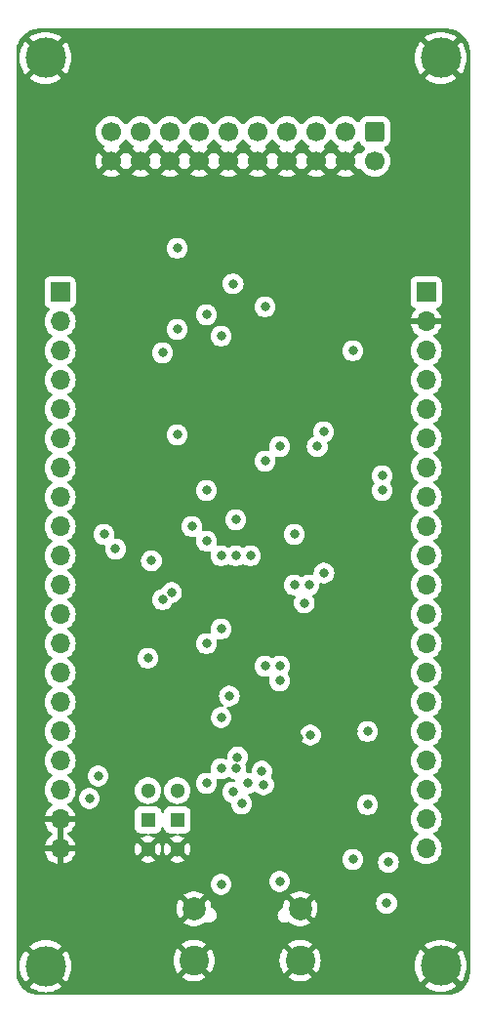
<source format=gbr>
%TF.GenerationSoftware,KiCad,Pcbnew,7.0.9*%
%TF.CreationDate,2023-12-21T12:58:52+09:00*%
%TF.ProjectId,STM32F405_dev_board,53544d33-3246-4343-9035-5f6465765f62,1.0.0*%
%TF.SameCoordinates,Original*%
%TF.FileFunction,Copper,L3,Inr*%
%TF.FilePolarity,Positive*%
%FSLAX46Y46*%
G04 Gerber Fmt 4.6, Leading zero omitted, Abs format (unit mm)*
G04 Created by KiCad (PCBNEW 7.0.9) date 2023-12-21 12:58:52*
%MOMM*%
%LPD*%
G01*
G04 APERTURE LIST*
G04 Aperture macros list*
%AMRoundRect*
0 Rectangle with rounded corners*
0 $1 Rounding radius*
0 $2 $3 $4 $5 $6 $7 $8 $9 X,Y pos of 4 corners*
0 Add a 4 corners polygon primitive as box body*
4,1,4,$2,$3,$4,$5,$6,$7,$8,$9,$2,$3,0*
0 Add four circle primitives for the rounded corners*
1,1,$1+$1,$2,$3*
1,1,$1+$1,$4,$5*
1,1,$1+$1,$6,$7*
1,1,$1+$1,$8,$9*
0 Add four rect primitives between the rounded corners*
20,1,$1+$1,$2,$3,$4,$5,0*
20,1,$1+$1,$4,$5,$6,$7,0*
20,1,$1+$1,$6,$7,$8,$9,0*
20,1,$1+$1,$8,$9,$2,$3,0*%
G04 Aperture macros list end*
%TA.AperFunction,ComponentPad*%
%ADD10R,1.300000X1.300000*%
%TD*%
%TA.AperFunction,ComponentPad*%
%ADD11C,1.300000*%
%TD*%
%TA.AperFunction,ComponentPad*%
%ADD12C,3.500000*%
%TD*%
%TA.AperFunction,ComponentPad*%
%ADD13C,2.000000*%
%TD*%
%TA.AperFunction,ComponentPad*%
%ADD14C,2.565000*%
%TD*%
%TA.AperFunction,ComponentPad*%
%ADD15RoundRect,0.250000X-0.600000X0.600000X-0.600000X-0.600000X0.600000X-0.600000X0.600000X0.600000X0*%
%TD*%
%TA.AperFunction,ComponentPad*%
%ADD16C,1.700000*%
%TD*%
%TA.AperFunction,ComponentPad*%
%ADD17R,1.700000X1.700000*%
%TD*%
%TA.AperFunction,ComponentPad*%
%ADD18O,1.700000X1.700000*%
%TD*%
%TA.AperFunction,ViaPad*%
%ADD19C,0.800000*%
%TD*%
G04 APERTURE END LIST*
D10*
%TO.N,Net-(S3-COM)*%
%TO.C,S3*%
X139700000Y-126365000D03*
D11*
%TO.N,GND*%
X139700000Y-128905000D03*
%TO.N,VCC3V3*%
X139700000Y-123825000D03*
%TD*%
D10*
%TO.N,Net-(S2-COM)*%
%TO.C,S2*%
X137160000Y-126365000D03*
D11*
%TO.N,GND*%
X137160000Y-128905000D03*
%TO.N,VCC3V3*%
X137160000Y-123825000D03*
%TD*%
D12*
%TO.N,GND*%
%TO.C,REF\u002A\u002A*%
X162560000Y-60270000D03*
%TD*%
D13*
%TO.N,GND*%
%TO.C,J6*%
X141148000Y-134057000D03*
X150368000Y-134057000D03*
D14*
X141148000Y-138557000D03*
X150368000Y-138557000D03*
%TD*%
D12*
%TO.N,GND*%
%TO.C,REF\u002A\u002A*%
X128285913Y-139053348D03*
%TD*%
%TO.N,GND*%
%TO.C,REF\u002A\u002A*%
X128270000Y-60270000D03*
%TD*%
D15*
%TO.N,VCC3V3*%
%TO.C,J1*%
X156845000Y-66675000D03*
D16*
X156845000Y-69215000D03*
%TO.N,JNTRST*%
X154305000Y-66675000D03*
%TO.N,GND*%
X154305000Y-69215000D03*
%TO.N,JTDI*%
X151765000Y-66675000D03*
%TO.N,GND*%
X151765000Y-69215000D03*
%TO.N,JTMS{slash}SWDIO*%
X149225000Y-66675000D03*
%TO.N,GND*%
X149225000Y-69215000D03*
%TO.N,JTCK{slash}SWCLK*%
X146685000Y-66675000D03*
%TO.N,GND*%
X146685000Y-69215000D03*
%TO.N,Net-(J1-RTCK)*%
X144145000Y-66675000D03*
%TO.N,GND*%
X144145000Y-69215000D03*
%TO.N,JTDO*%
X141605000Y-66675000D03*
%TO.N,GND*%
X141605000Y-69215000D03*
%TO.N,RESET*%
X139065000Y-66675000D03*
%TO.N,GND*%
X139065000Y-69215000D03*
%TO.N,Net-(J1-DBGRQ{slash}NC)*%
X136525000Y-66675000D03*
%TO.N,GND*%
X136525000Y-69215000D03*
%TO.N,Net-(J1-DBGACK{slash}NC)*%
X133985000Y-66675000D03*
%TO.N,GND*%
X133985000Y-69215000D03*
%TD*%
D17*
%TO.N,VCC3V3*%
%TO.C,J3*%
X161290000Y-80590000D03*
D18*
%TO.N,GND*%
X161290000Y-83130000D03*
%TO.N,5V*%
X161290000Y-85670000D03*
%TO.N,PC12*%
X161290000Y-88210000D03*
%TO.N,PC11*%
X161290000Y-90750000D03*
%TO.N,PC10*%
X161290000Y-93290000D03*
%TO.N,PA10{slash}USART1_RX*%
X161290000Y-95830000D03*
%TO.N,PA9{slash}USART1_TX*%
X161290000Y-98370000D03*
%TO.N,PA8*%
X161290000Y-100910000D03*
%TO.N,PC9*%
X161290000Y-103450000D03*
%TO.N,PC8*%
X161290000Y-105990000D03*
%TO.N,PC7*%
X161290000Y-108530000D03*
%TO.N,PC6*%
X161290000Y-111070000D03*
%TO.N,PB15*%
X161290000Y-113610000D03*
%TO.N,PB14*%
X161290000Y-116150000D03*
%TO.N,PB13*%
X161290000Y-118690000D03*
%TO.N,PB12*%
X161290000Y-121230000D03*
%TO.N,PB11*%
X161290000Y-123770000D03*
%TO.N,PB10*%
X161290000Y-126310000D03*
%TO.N,PB1*%
X161290000Y-128850000D03*
%TD*%
D12*
%TO.N,GND*%
%TO.C,REF\u002A\u002A*%
X162560000Y-139010000D03*
%TD*%
D17*
%TO.N,VBAT*%
%TO.C,J2*%
X129540000Y-80590000D03*
D18*
%TO.N,PB6*%
X129540000Y-83130000D03*
%TO.N,PB7*%
X129540000Y-85670000D03*
%TO.N,PB8*%
X129540000Y-88210000D03*
%TO.N,PB9*%
X129540000Y-90750000D03*
%TO.N,PC13*%
X129540000Y-93290000D03*
%TO.N,PA5*%
X129540000Y-95830000D03*
%TO.N,PA6*%
X129540000Y-98370000D03*
%TO.N,PC0*%
X129540000Y-100910000D03*
%TO.N,PC1*%
X129540000Y-103450000D03*
%TO.N,PC2*%
X129540000Y-105990000D03*
%TO.N,PC3*%
X129540000Y-108530000D03*
%TO.N,PA0*%
X129540000Y-111070000D03*
%TO.N,PA1*%
X129540000Y-113610000D03*
%TO.N,PA2*%
X129540000Y-116150000D03*
%TO.N,PA3*%
X129540000Y-118690000D03*
%TO.N,RESET*%
X129540000Y-121230000D03*
%TO.N,VCC3V3*%
X129540000Y-123770000D03*
%TO.N,GND*%
X129540000Y-126310000D03*
X129540000Y-128850000D03*
%TD*%
D19*
%TO.N,GND*%
X149860000Y-96520000D03*
%TO.N,OSC_IN*%
X139210270Y-106635353D03*
X140970000Y-100910000D03*
%TO.N,OSC_OUT*%
X142240000Y-102180000D03*
X142240000Y-111070000D03*
%TO.N,OSC32_IN*%
X147320000Y-95250000D03*
X142240000Y-82550000D03*
X139700000Y-83820000D03*
X152400000Y-92710000D03*
X134345500Y-102870000D03*
%TO.N,OSC32_OUT*%
X149860000Y-101600000D03*
X139700000Y-92964000D03*
X142240000Y-97790000D03*
X133350000Y-101600000D03*
X144780000Y-100330000D03*
%TO.N,PA4*%
X142240000Y-123190000D03*
X145805012Y-123181153D03*
%TO.N,PA12*%
X157480000Y-96520000D03*
%TO.N,PA11*%
X157480000Y-97790000D03*
%TO.N,JNTRST*%
X144780000Y-103450000D03*
%TO.N,JTDI*%
X139700000Y-76780000D03*
X149860000Y-105990000D03*
%TO.N,JTMS{slash}SWDIO*%
X148590000Y-93980000D03*
X152434073Y-104953220D03*
X151854500Y-93980000D03*
%TO.N,JTCK{slash}SWCLK*%
X151130000Y-105990000D03*
%TO.N,JTDO*%
X143510000Y-84400000D03*
X144546054Y-79865958D03*
X146050000Y-103450000D03*
X147320000Y-81860000D03*
%TO.N,PA5*%
X143510000Y-121920000D03*
%TO.N,PA6*%
X144780000Y-121920000D03*
%TO.N,PB11*%
X147042557Y-122132652D03*
%TO.N,PB10*%
X147197652Y-123312348D03*
%TO.N,PB1*%
X144929500Y-120920497D03*
%TO.N,BOOT0*%
X143510000Y-109800000D03*
X132080000Y-124509500D03*
%TO.N,RESET*%
X143510000Y-103450000D03*
X137160000Y-112340000D03*
X154940000Y-85670000D03*
X132842000Y-122555000D03*
%TO.N,GND*%
X142240000Y-131445000D03*
X142205000Y-117475000D03*
X142218369Y-113562009D03*
X154940000Y-118690000D03*
X150241000Y-132080000D03*
X153670000Y-132080000D03*
X154109124Y-109595109D03*
X133959600Y-119811800D03*
X150215600Y-119253000D03*
X135722701Y-97957299D03*
%TO.N,5V*%
X143510000Y-131953000D03*
X156210000Y-118690000D03*
X156210000Y-125040000D03*
X147320000Y-113030000D03*
X158025500Y-130048000D03*
X154935701Y-129789701D03*
X148590000Y-131699000D03*
%TO.N,VCC3V3*%
X144221200Y-115620800D03*
X143510000Y-117475000D03*
X137464800Y-103886000D03*
X150723600Y-107543600D03*
X151257000Y-118999000D03*
%TO.N,VBAT*%
X138430000Y-85852000D03*
X138430000Y-107260000D03*
%TO.N,USBDP*%
X157861000Y-133604000D03*
X144526000Y-123952000D03*
%TO.N,USBDM*%
X145288000Y-124968000D03*
%TO.N,PA10{slash}USART1_RX*%
X148590000Y-113030000D03*
%TO.N,PA9{slash}USART1_TX*%
X148590000Y-114300000D03*
%TD*%
%TA.AperFunction,Conductor*%
%TO.N,GND*%
G36*
X129790000Y-128414498D02*
G01*
X129682315Y-128365320D01*
X129575763Y-128350000D01*
X129504237Y-128350000D01*
X129397685Y-128365320D01*
X129290000Y-128414498D01*
X129290000Y-126745501D01*
X129397685Y-126794680D01*
X129504237Y-126810000D01*
X129575763Y-126810000D01*
X129682315Y-126794680D01*
X129790000Y-126745501D01*
X129790000Y-128414498D01*
G37*
%TD.AperFunction*%
%TA.AperFunction,Conductor*%
G36*
X135339855Y-67341546D02*
G01*
X135356575Y-67360842D01*
X135486500Y-67546395D01*
X135486505Y-67546401D01*
X135653599Y-67713495D01*
X135839594Y-67843730D01*
X135883218Y-67898307D01*
X135890411Y-67967806D01*
X135858889Y-68030160D01*
X135839593Y-68046880D01*
X135763626Y-68100072D01*
X135763625Y-68100072D01*
X136392466Y-68728913D01*
X136382685Y-68730320D01*
X136251900Y-68790048D01*
X136143239Y-68884202D01*
X136065507Y-69005156D01*
X136041923Y-69085476D01*
X135410072Y-68453625D01*
X135410072Y-68453626D01*
X135356574Y-68530030D01*
X135301998Y-68573655D01*
X135232499Y-68580849D01*
X135170144Y-68549326D01*
X135153424Y-68530030D01*
X135099925Y-68453626D01*
X135099925Y-68453625D01*
X134468076Y-69085475D01*
X134444493Y-69005156D01*
X134366761Y-68884202D01*
X134258100Y-68790048D01*
X134127315Y-68730320D01*
X134117533Y-68728913D01*
X134746373Y-68100073D01*
X134746373Y-68100072D01*
X134670405Y-68046880D01*
X134626780Y-67992304D01*
X134619586Y-67922805D01*
X134651108Y-67860451D01*
X134670399Y-67843734D01*
X134856401Y-67713495D01*
X135023495Y-67546401D01*
X135153425Y-67360842D01*
X135208002Y-67317217D01*
X135277500Y-67310023D01*
X135339855Y-67341546D01*
G37*
%TD.AperFunction*%
%TA.AperFunction,Conductor*%
G36*
X148039855Y-67341546D02*
G01*
X148056575Y-67360842D01*
X148186500Y-67546395D01*
X148186505Y-67546401D01*
X148353599Y-67713495D01*
X148539594Y-67843730D01*
X148583218Y-67898307D01*
X148590411Y-67967806D01*
X148558889Y-68030160D01*
X148539593Y-68046880D01*
X148463626Y-68100072D01*
X148463625Y-68100072D01*
X149092466Y-68728913D01*
X149082685Y-68730320D01*
X148951900Y-68790048D01*
X148843239Y-68884202D01*
X148765507Y-69005156D01*
X148741923Y-69085476D01*
X148110072Y-68453625D01*
X148110072Y-68453626D01*
X148056574Y-68530030D01*
X148001998Y-68573655D01*
X147932499Y-68580849D01*
X147870144Y-68549326D01*
X147853424Y-68530030D01*
X147799925Y-68453626D01*
X147799925Y-68453625D01*
X147168076Y-69085475D01*
X147144493Y-69005156D01*
X147066761Y-68884202D01*
X146958100Y-68790048D01*
X146827315Y-68730320D01*
X146817533Y-68728913D01*
X147446373Y-68100073D01*
X147446373Y-68100072D01*
X147370405Y-68046880D01*
X147326780Y-67992304D01*
X147319586Y-67922805D01*
X147351108Y-67860451D01*
X147370399Y-67843734D01*
X147556401Y-67713495D01*
X147723495Y-67546401D01*
X147853425Y-67360842D01*
X147908002Y-67317217D01*
X147977500Y-67310023D01*
X148039855Y-67341546D01*
G37*
%TD.AperFunction*%
%TA.AperFunction,Conductor*%
G36*
X137879855Y-67341546D02*
G01*
X137896575Y-67360842D01*
X138026500Y-67546395D01*
X138026505Y-67546401D01*
X138193599Y-67713495D01*
X138379594Y-67843730D01*
X138423218Y-67898307D01*
X138430411Y-67967806D01*
X138398889Y-68030160D01*
X138379593Y-68046880D01*
X138303626Y-68100072D01*
X138303625Y-68100072D01*
X138932466Y-68728913D01*
X138922685Y-68730320D01*
X138791900Y-68790048D01*
X138683239Y-68884202D01*
X138605507Y-69005156D01*
X138581923Y-69085475D01*
X137950073Y-68453625D01*
X137950072Y-68453626D01*
X137896574Y-68530030D01*
X137841998Y-68573655D01*
X137772499Y-68580849D01*
X137710144Y-68549326D01*
X137693424Y-68530030D01*
X137639925Y-68453626D01*
X137639925Y-68453625D01*
X137008076Y-69085475D01*
X136984493Y-69005156D01*
X136906761Y-68884202D01*
X136798100Y-68790048D01*
X136667315Y-68730320D01*
X136657533Y-68728913D01*
X137286373Y-68100073D01*
X137286373Y-68100072D01*
X137210405Y-68046880D01*
X137166780Y-67992304D01*
X137159586Y-67922805D01*
X137191108Y-67860451D01*
X137210399Y-67843734D01*
X137396401Y-67713495D01*
X137563495Y-67546401D01*
X137693425Y-67360842D01*
X137748002Y-67317217D01*
X137817500Y-67310023D01*
X137879855Y-67341546D01*
G37*
%TD.AperFunction*%
%TA.AperFunction,Conductor*%
G36*
X140419855Y-67341546D02*
G01*
X140436575Y-67360842D01*
X140566500Y-67546395D01*
X140566505Y-67546401D01*
X140733599Y-67713495D01*
X140919594Y-67843730D01*
X140963218Y-67898307D01*
X140970411Y-67967806D01*
X140938889Y-68030160D01*
X140919593Y-68046880D01*
X140843626Y-68100072D01*
X140843625Y-68100072D01*
X141472466Y-68728913D01*
X141462685Y-68730320D01*
X141331900Y-68790048D01*
X141223239Y-68884202D01*
X141145507Y-69005156D01*
X141121923Y-69085475D01*
X140490073Y-68453625D01*
X140490072Y-68453626D01*
X140436574Y-68530030D01*
X140381998Y-68573655D01*
X140312499Y-68580849D01*
X140250144Y-68549326D01*
X140233424Y-68530030D01*
X140179925Y-68453626D01*
X140179925Y-68453625D01*
X139548076Y-69085475D01*
X139524493Y-69005156D01*
X139446761Y-68884202D01*
X139338100Y-68790048D01*
X139207315Y-68730320D01*
X139197533Y-68728913D01*
X139826373Y-68100073D01*
X139826373Y-68100072D01*
X139750405Y-68046880D01*
X139706780Y-67992304D01*
X139699586Y-67922805D01*
X139731108Y-67860451D01*
X139750399Y-67843734D01*
X139936401Y-67713495D01*
X140103495Y-67546401D01*
X140233425Y-67360842D01*
X140288002Y-67317217D01*
X140357500Y-67310023D01*
X140419855Y-67341546D01*
G37*
%TD.AperFunction*%
%TA.AperFunction,Conductor*%
G36*
X142959855Y-67341546D02*
G01*
X142976575Y-67360842D01*
X143106500Y-67546395D01*
X143106505Y-67546401D01*
X143273599Y-67713495D01*
X143459594Y-67843730D01*
X143503218Y-67898307D01*
X143510411Y-67967806D01*
X143478889Y-68030160D01*
X143459593Y-68046880D01*
X143383626Y-68100072D01*
X143383625Y-68100072D01*
X144012466Y-68728913D01*
X144002685Y-68730320D01*
X143871900Y-68790048D01*
X143763239Y-68884202D01*
X143685507Y-69005156D01*
X143661923Y-69085475D01*
X143030073Y-68453625D01*
X143030072Y-68453626D01*
X142976574Y-68530030D01*
X142921998Y-68573655D01*
X142852499Y-68580849D01*
X142790144Y-68549326D01*
X142773424Y-68530030D01*
X142719925Y-68453626D01*
X142719925Y-68453625D01*
X142088076Y-69085475D01*
X142064493Y-69005156D01*
X141986761Y-68884202D01*
X141878100Y-68790048D01*
X141747315Y-68730320D01*
X141737533Y-68728913D01*
X142366373Y-68100073D01*
X142366373Y-68100072D01*
X142290405Y-68046880D01*
X142246780Y-67992304D01*
X142239586Y-67922805D01*
X142271108Y-67860451D01*
X142290399Y-67843734D01*
X142476401Y-67713495D01*
X142643495Y-67546401D01*
X142773425Y-67360842D01*
X142828002Y-67317217D01*
X142897500Y-67310023D01*
X142959855Y-67341546D01*
G37*
%TD.AperFunction*%
%TA.AperFunction,Conductor*%
G36*
X145499855Y-67341546D02*
G01*
X145516575Y-67360842D01*
X145646500Y-67546395D01*
X145646505Y-67546401D01*
X145813599Y-67713495D01*
X145999594Y-67843730D01*
X146043218Y-67898307D01*
X146050411Y-67967806D01*
X146018889Y-68030160D01*
X145999593Y-68046880D01*
X145923626Y-68100072D01*
X145923625Y-68100072D01*
X146552466Y-68728913D01*
X146542685Y-68730320D01*
X146411900Y-68790048D01*
X146303239Y-68884202D01*
X146225507Y-69005156D01*
X146201923Y-69085475D01*
X145570073Y-68453625D01*
X145570072Y-68453626D01*
X145516574Y-68530030D01*
X145461998Y-68573655D01*
X145392499Y-68580849D01*
X145330144Y-68549326D01*
X145313424Y-68530030D01*
X145259925Y-68453626D01*
X145259925Y-68453625D01*
X144628076Y-69085475D01*
X144604493Y-69005156D01*
X144526761Y-68884202D01*
X144418100Y-68790048D01*
X144287315Y-68730320D01*
X144277533Y-68728913D01*
X144906373Y-68100073D01*
X144906373Y-68100072D01*
X144830405Y-68046880D01*
X144786780Y-67992304D01*
X144779586Y-67922805D01*
X144811108Y-67860451D01*
X144830399Y-67843734D01*
X145016401Y-67713495D01*
X145183495Y-67546401D01*
X145313425Y-67360842D01*
X145368002Y-67317217D01*
X145437500Y-67310023D01*
X145499855Y-67341546D01*
G37*
%TD.AperFunction*%
%TA.AperFunction,Conductor*%
G36*
X150579855Y-67341546D02*
G01*
X150596575Y-67360842D01*
X150726500Y-67546395D01*
X150726505Y-67546401D01*
X150893599Y-67713495D01*
X151079594Y-67843730D01*
X151123218Y-67898307D01*
X151130411Y-67967806D01*
X151098889Y-68030160D01*
X151079593Y-68046880D01*
X151003626Y-68100072D01*
X151003625Y-68100072D01*
X151632466Y-68728913D01*
X151622685Y-68730320D01*
X151491900Y-68790048D01*
X151383239Y-68884202D01*
X151305507Y-69005156D01*
X151281923Y-69085475D01*
X150650073Y-68453625D01*
X150650072Y-68453626D01*
X150596574Y-68530030D01*
X150541998Y-68573655D01*
X150472499Y-68580849D01*
X150410144Y-68549326D01*
X150393424Y-68530030D01*
X150339925Y-68453626D01*
X150339925Y-68453625D01*
X149708076Y-69085475D01*
X149684493Y-69005156D01*
X149606761Y-68884202D01*
X149498100Y-68790048D01*
X149367315Y-68730320D01*
X149357533Y-68728913D01*
X149986373Y-68100073D01*
X149986373Y-68100072D01*
X149910405Y-68046880D01*
X149866780Y-67992304D01*
X149859586Y-67922805D01*
X149891108Y-67860451D01*
X149910399Y-67843734D01*
X150096401Y-67713495D01*
X150263495Y-67546401D01*
X150393425Y-67360842D01*
X150448002Y-67317217D01*
X150517500Y-67310023D01*
X150579855Y-67341546D01*
G37*
%TD.AperFunction*%
%TA.AperFunction,Conductor*%
G36*
X153119855Y-67341546D02*
G01*
X153136575Y-67360842D01*
X153266500Y-67546395D01*
X153266505Y-67546401D01*
X153433599Y-67713495D01*
X153619594Y-67843730D01*
X153663218Y-67898307D01*
X153670411Y-67967806D01*
X153638889Y-68030160D01*
X153619593Y-68046880D01*
X153543626Y-68100072D01*
X153543625Y-68100072D01*
X154172466Y-68728913D01*
X154162685Y-68730320D01*
X154031900Y-68790048D01*
X153923239Y-68884202D01*
X153845507Y-69005156D01*
X153821923Y-69085475D01*
X153190073Y-68453625D01*
X153190072Y-68453626D01*
X153136574Y-68530030D01*
X153081998Y-68573655D01*
X153012499Y-68580849D01*
X152950144Y-68549326D01*
X152933424Y-68530030D01*
X152879925Y-68453626D01*
X152879925Y-68453625D01*
X152248076Y-69085475D01*
X152224493Y-69005156D01*
X152146761Y-68884202D01*
X152038100Y-68790048D01*
X151907315Y-68730320D01*
X151897533Y-68728913D01*
X152526373Y-68100073D01*
X152526373Y-68100072D01*
X152450405Y-68046880D01*
X152406780Y-67992304D01*
X152399586Y-67922805D01*
X152431108Y-67860451D01*
X152450399Y-67843734D01*
X152636401Y-67713495D01*
X152803495Y-67546401D01*
X152933425Y-67360842D01*
X152988002Y-67317217D01*
X153057500Y-67310023D01*
X153119855Y-67341546D01*
G37*
%TD.AperFunction*%
%TA.AperFunction,Conductor*%
G36*
X155532038Y-67542053D02*
G01*
X155557335Y-67585733D01*
X155560186Y-67594334D01*
X155652288Y-67743656D01*
X155776344Y-67867712D01*
X155925666Y-67959814D01*
X155934264Y-67962663D01*
X155991707Y-68002433D01*
X156018531Y-68066948D01*
X156006217Y-68135724D01*
X155977234Y-68172483D01*
X155977427Y-68172676D01*
X155975798Y-68174304D01*
X155974975Y-68175349D01*
X155973599Y-68176503D01*
X155806505Y-68343597D01*
X155676269Y-68529595D01*
X155621692Y-68573220D01*
X155552194Y-68580414D01*
X155489839Y-68548891D01*
X155473119Y-68529595D01*
X155419925Y-68453626D01*
X155419925Y-68453625D01*
X154788076Y-69085475D01*
X154764493Y-69005156D01*
X154686761Y-68884202D01*
X154578100Y-68790048D01*
X154447315Y-68730320D01*
X154437533Y-68728913D01*
X155066373Y-68100073D01*
X155066373Y-68100072D01*
X154990405Y-68046880D01*
X154946780Y-67992304D01*
X154939586Y-67922805D01*
X154971108Y-67860451D01*
X154990399Y-67843734D01*
X155176401Y-67713495D01*
X155343495Y-67546401D01*
X155343504Y-67546388D01*
X155344636Y-67545040D01*
X155345293Y-67544602D01*
X155347323Y-67542573D01*
X155347730Y-67542980D01*
X155402805Y-67506334D01*
X155472666Y-67505220D01*
X155532038Y-67542053D01*
G37*
%TD.AperFunction*%
%TA.AperFunction,Conductor*%
G36*
X163102019Y-57730633D02*
G01*
X163137198Y-57732938D01*
X163183708Y-57735986D01*
X163365459Y-57748985D01*
X163373100Y-57750015D01*
X163466738Y-57768641D01*
X163489420Y-57773153D01*
X163515023Y-57778722D01*
X163633666Y-57804531D01*
X163640383Y-57806395D01*
X163759437Y-57846809D01*
X163856671Y-57883076D01*
X163891741Y-57896157D01*
X163897499Y-57898643D01*
X164012952Y-57955578D01*
X164134906Y-58022170D01*
X164139634Y-58025032D01*
X164196571Y-58063076D01*
X164246649Y-58096537D01*
X164249358Y-58098454D01*
X164358652Y-58180271D01*
X164362345Y-58183265D01*
X164459502Y-58268469D01*
X164462448Y-58271228D01*
X164558769Y-58367549D01*
X164561526Y-58370492D01*
X164646729Y-58467648D01*
X164649732Y-58471353D01*
X164678968Y-58510406D01*
X164731543Y-58580639D01*
X164733461Y-58583349D01*
X164804962Y-58690357D01*
X164807828Y-58695091D01*
X164874421Y-58817047D01*
X164931355Y-58932499D01*
X164933841Y-58938257D01*
X164970212Y-59035768D01*
X164983196Y-59070578D01*
X164988289Y-59085581D01*
X165023597Y-59189596D01*
X165025472Y-59196352D01*
X165056846Y-59340579D01*
X165079980Y-59456880D01*
X165081015Y-59464560D01*
X165094017Y-59646350D01*
X165099367Y-59727966D01*
X165099500Y-59732023D01*
X165099500Y-139547975D01*
X165099367Y-139552032D01*
X165094017Y-139633648D01*
X165081015Y-139815438D01*
X165079980Y-139823118D01*
X165056846Y-139939420D01*
X165025472Y-140083646D01*
X165023597Y-140090401D01*
X165007310Y-140138383D01*
X164983208Y-140209388D01*
X164983195Y-140209425D01*
X164933841Y-140341741D01*
X164931355Y-140347499D01*
X164874421Y-140462952D01*
X164807828Y-140584907D01*
X164804961Y-140589641D01*
X164733461Y-140696649D01*
X164731543Y-140699359D01*
X164649744Y-140808631D01*
X164646723Y-140812357D01*
X164561529Y-140909502D01*
X164558755Y-140912464D01*
X164462464Y-141008755D01*
X164459502Y-141011529D01*
X164362357Y-141096723D01*
X164358631Y-141099744D01*
X164249359Y-141181543D01*
X164246649Y-141183461D01*
X164139641Y-141254961D01*
X164134907Y-141257828D01*
X164012952Y-141324421D01*
X163897499Y-141381355D01*
X163891741Y-141383841D01*
X163770956Y-141428893D01*
X163759418Y-141433197D01*
X163640401Y-141473597D01*
X163633646Y-141475472D01*
X163489420Y-141506846D01*
X163373118Y-141529980D01*
X163365438Y-141531015D01*
X163183648Y-141544017D01*
X163132582Y-141547364D01*
X163102025Y-141549367D01*
X163097976Y-141549500D01*
X128391830Y-141549500D01*
X128324791Y-141529815D01*
X128284187Y-141482956D01*
X128268198Y-141512658D01*
X128207075Y-141546507D01*
X128179996Y-141549500D01*
X127732024Y-141549500D01*
X127727974Y-141549367D01*
X127684336Y-141546507D01*
X127646350Y-141544017D01*
X127464560Y-141531015D01*
X127456880Y-141529980D01*
X127340579Y-141506846D01*
X127196352Y-141475472D01*
X127189596Y-141473597D01*
X127157881Y-141462831D01*
X127070578Y-141433196D01*
X127035768Y-141420212D01*
X126938257Y-141383841D01*
X126932499Y-141381355D01*
X126817047Y-141324421D01*
X126695091Y-141257828D01*
X126690357Y-141254962D01*
X126583349Y-141183461D01*
X126580639Y-141181543D01*
X126520515Y-141136535D01*
X126471353Y-141099732D01*
X126467648Y-141096729D01*
X126370492Y-141011526D01*
X126367549Y-141008769D01*
X126271228Y-140912448D01*
X126268469Y-140909502D01*
X126209467Y-140842223D01*
X126183265Y-140812345D01*
X126180271Y-140808652D01*
X126098454Y-140699358D01*
X126096537Y-140696649D01*
X126025036Y-140589641D01*
X126022170Y-140584906D01*
X125955578Y-140462952D01*
X125898643Y-140347499D01*
X125896157Y-140341741D01*
X125880469Y-140299681D01*
X125846805Y-140209425D01*
X125806395Y-140090383D01*
X125804531Y-140083666D01*
X125773153Y-139939420D01*
X125761053Y-139878592D01*
X125750015Y-139823100D01*
X125748985Y-139815459D01*
X125735986Y-139633708D01*
X125731414Y-139563942D01*
X125730633Y-139552019D01*
X125730500Y-139547964D01*
X125730500Y-139053348D01*
X126031085Y-139053348D01*
X126050375Y-139347660D01*
X126050377Y-139347672D01*
X126107914Y-139636932D01*
X126107918Y-139636947D01*
X126202725Y-139916236D01*
X126333171Y-140180754D01*
X126333178Y-140180767D01*
X126497035Y-140425996D01*
X126526319Y-140459387D01*
X127350123Y-139635583D01*
X127450807Y-139776972D01*
X127602845Y-139921940D01*
X127705135Y-139987677D01*
X126879872Y-140812940D01*
X126879872Y-140812941D01*
X126913257Y-140842220D01*
X126913261Y-140842223D01*
X127158493Y-141006082D01*
X127158506Y-141006089D01*
X127423024Y-141136535D01*
X127702313Y-141231342D01*
X127702328Y-141231346D01*
X127991588Y-141288883D01*
X127991600Y-141288885D01*
X128188106Y-141301765D01*
X128253714Y-141325792D01*
X128286695Y-141369307D01*
X128298117Y-141344297D01*
X128356895Y-141306523D01*
X128383720Y-141301765D01*
X128580225Y-141288885D01*
X128580237Y-141288883D01*
X128869497Y-141231346D01*
X128869512Y-141231342D01*
X129148801Y-141136535D01*
X129413319Y-141006089D01*
X129413332Y-141006082D01*
X129658563Y-140842225D01*
X129691952Y-140812941D01*
X129691953Y-140812940D01*
X128869219Y-139990207D01*
X128883323Y-139982937D01*
X129048453Y-139853077D01*
X129186023Y-139694313D01*
X129220578Y-139634461D01*
X130045505Y-140459388D01*
X130045506Y-140459387D01*
X130074790Y-140425998D01*
X130238647Y-140180767D01*
X130238654Y-140180754D01*
X130369100Y-139916236D01*
X130463907Y-139636947D01*
X130463911Y-139636932D01*
X130521448Y-139347672D01*
X130521450Y-139347660D01*
X130540740Y-139053348D01*
X130521450Y-138759035D01*
X130521448Y-138759023D01*
X130481264Y-138557004D01*
X139360502Y-138557004D01*
X139380465Y-138823403D01*
X139380466Y-138823408D01*
X139439912Y-139083860D01*
X139439918Y-139083879D01*
X139537520Y-139332566D01*
X139671099Y-139563931D01*
X139671106Y-139563942D01*
X139722747Y-139628697D01*
X139722748Y-139628697D01*
X140393068Y-138958377D01*
X140436153Y-139039644D01*
X140556550Y-139181387D01*
X140704602Y-139293933D01*
X140745635Y-139312917D01*
X140075442Y-139983109D01*
X140254250Y-140105018D01*
X140254258Y-140105023D01*
X140494951Y-140220933D01*
X140494949Y-140220933D01*
X140750242Y-140299681D01*
X140750248Y-140299683D01*
X141014412Y-140339499D01*
X141014421Y-140339500D01*
X141281579Y-140339500D01*
X141281587Y-140339499D01*
X141545751Y-140299683D01*
X141545757Y-140299681D01*
X141801049Y-140220933D01*
X142041741Y-140105023D01*
X142041742Y-140105022D01*
X142220556Y-139983109D01*
X141550252Y-139312805D01*
X141668475Y-139241673D01*
X141803491Y-139113779D01*
X141906461Y-138961908D01*
X142573250Y-139628697D01*
X142573251Y-139628696D01*
X142624902Y-139563929D01*
X142758479Y-139332566D01*
X142856081Y-139083879D01*
X142856087Y-139083860D01*
X142915533Y-138823408D01*
X142915534Y-138823403D01*
X142935498Y-138557004D01*
X148580502Y-138557004D01*
X148600465Y-138823403D01*
X148600466Y-138823408D01*
X148659912Y-139083860D01*
X148659918Y-139083879D01*
X148757520Y-139332566D01*
X148891099Y-139563931D01*
X148891106Y-139563942D01*
X148942747Y-139628697D01*
X148942748Y-139628697D01*
X149613068Y-138958377D01*
X149656153Y-139039644D01*
X149776550Y-139181387D01*
X149924602Y-139293933D01*
X149965635Y-139312917D01*
X149295442Y-139983109D01*
X149474250Y-140105018D01*
X149474258Y-140105023D01*
X149714951Y-140220933D01*
X149714949Y-140220933D01*
X149970242Y-140299681D01*
X149970248Y-140299683D01*
X150234412Y-140339499D01*
X150234421Y-140339500D01*
X150501579Y-140339500D01*
X150501587Y-140339499D01*
X150765751Y-140299683D01*
X150765757Y-140299681D01*
X151021049Y-140220933D01*
X151261741Y-140105023D01*
X151261742Y-140105022D01*
X151440556Y-139983109D01*
X150770252Y-139312805D01*
X150888475Y-139241673D01*
X151023491Y-139113779D01*
X151126461Y-138961908D01*
X151793250Y-139628697D01*
X151793251Y-139628696D01*
X151844902Y-139563929D01*
X151978479Y-139332566D01*
X152076081Y-139083879D01*
X152076087Y-139083860D01*
X152092945Y-139010000D01*
X160305172Y-139010000D01*
X160324462Y-139304312D01*
X160324464Y-139304324D01*
X160382001Y-139593584D01*
X160382005Y-139593599D01*
X160476812Y-139872888D01*
X160607258Y-140137406D01*
X160607265Y-140137419D01*
X160771122Y-140382648D01*
X160800406Y-140416039D01*
X161624210Y-139592235D01*
X161724894Y-139733624D01*
X161876932Y-139878592D01*
X161979222Y-139944329D01*
X161153959Y-140769592D01*
X161153959Y-140769593D01*
X161187344Y-140798872D01*
X161187348Y-140798875D01*
X161432580Y-140962734D01*
X161432593Y-140962741D01*
X161697111Y-141093187D01*
X161976400Y-141187994D01*
X161976415Y-141187998D01*
X162265675Y-141245535D01*
X162265687Y-141245537D01*
X162560000Y-141264827D01*
X162854312Y-141245537D01*
X162854324Y-141245535D01*
X163143584Y-141187998D01*
X163143599Y-141187994D01*
X163422888Y-141093187D01*
X163687406Y-140962741D01*
X163687419Y-140962734D01*
X163932650Y-140798877D01*
X163966039Y-140769593D01*
X163966040Y-140769592D01*
X163143306Y-139946859D01*
X163157410Y-139939589D01*
X163322540Y-139809729D01*
X163460110Y-139650965D01*
X163494665Y-139591112D01*
X164319592Y-140416040D01*
X164319593Y-140416039D01*
X164348877Y-140382650D01*
X164512734Y-140137419D01*
X164512741Y-140137406D01*
X164643187Y-139872888D01*
X164737994Y-139593599D01*
X164737998Y-139593584D01*
X164795535Y-139304324D01*
X164795537Y-139304312D01*
X164814827Y-139010000D01*
X164795537Y-138715687D01*
X164795535Y-138715675D01*
X164737998Y-138426415D01*
X164737994Y-138426400D01*
X164643187Y-138147111D01*
X164512741Y-137882593D01*
X164512734Y-137882580D01*
X164348875Y-137637348D01*
X164348872Y-137637344D01*
X164319593Y-137603959D01*
X164319592Y-137603959D01*
X163495788Y-138427763D01*
X163395106Y-138286376D01*
X163243068Y-138141408D01*
X163140777Y-138075669D01*
X163966039Y-137250406D01*
X163932648Y-137221122D01*
X163687419Y-137057265D01*
X163687406Y-137057258D01*
X163422888Y-136926812D01*
X163143599Y-136832005D01*
X163143584Y-136832001D01*
X162854324Y-136774464D01*
X162854312Y-136774462D01*
X162560000Y-136755172D01*
X162265687Y-136774462D01*
X162265675Y-136774464D01*
X161976415Y-136832001D01*
X161976400Y-136832005D01*
X161697111Y-136926812D01*
X161432593Y-137057258D01*
X161432580Y-137057265D01*
X161187350Y-137221123D01*
X161153958Y-137250406D01*
X161976693Y-138073140D01*
X161962590Y-138080411D01*
X161797460Y-138210271D01*
X161659890Y-138369035D01*
X161625334Y-138428886D01*
X160800406Y-137603958D01*
X160771123Y-137637350D01*
X160607265Y-137882580D01*
X160607258Y-137882593D01*
X160476812Y-138147111D01*
X160382005Y-138426400D01*
X160382001Y-138426415D01*
X160324464Y-138715675D01*
X160324462Y-138715687D01*
X160305172Y-139010000D01*
X152092945Y-139010000D01*
X152135533Y-138823408D01*
X152135534Y-138823403D01*
X152155498Y-138557004D01*
X152155498Y-138556995D01*
X152135534Y-138290596D01*
X152135533Y-138290591D01*
X152076087Y-138030139D01*
X152076081Y-138030120D01*
X151978479Y-137781433D01*
X151844900Y-137550068D01*
X151844893Y-137550057D01*
X151793251Y-137485302D01*
X151793250Y-137485301D01*
X151122930Y-138155620D01*
X151079847Y-138074356D01*
X150959450Y-137932613D01*
X150811398Y-137820067D01*
X150770363Y-137801082D01*
X151440556Y-137130889D01*
X151261749Y-137008981D01*
X151261741Y-137008976D01*
X151021048Y-136893066D01*
X151021050Y-136893066D01*
X150765757Y-136814318D01*
X150765751Y-136814316D01*
X150501587Y-136774500D01*
X150234412Y-136774500D01*
X149970248Y-136814316D01*
X149970242Y-136814318D01*
X149714950Y-136893066D01*
X149474256Y-137008978D01*
X149474243Y-137008985D01*
X149295442Y-137130889D01*
X149965747Y-137801194D01*
X149847525Y-137872327D01*
X149712509Y-138000221D01*
X149609537Y-138152091D01*
X148942747Y-137485301D01*
X148891102Y-137550063D01*
X148757520Y-137781433D01*
X148659918Y-138030120D01*
X148659912Y-138030139D01*
X148600466Y-138290591D01*
X148600465Y-138290596D01*
X148580502Y-138556995D01*
X148580502Y-138557004D01*
X142935498Y-138557004D01*
X142935498Y-138556995D01*
X142915534Y-138290596D01*
X142915533Y-138290591D01*
X142856087Y-138030139D01*
X142856081Y-138030120D01*
X142758479Y-137781433D01*
X142624900Y-137550068D01*
X142624893Y-137550057D01*
X142573251Y-137485302D01*
X142573250Y-137485301D01*
X141902930Y-138155620D01*
X141859847Y-138074356D01*
X141739450Y-137932613D01*
X141591398Y-137820067D01*
X141550363Y-137801082D01*
X142220556Y-137130889D01*
X142041749Y-137008981D01*
X142041741Y-137008976D01*
X141801048Y-136893066D01*
X141801050Y-136893066D01*
X141545757Y-136814318D01*
X141545751Y-136814316D01*
X141281587Y-136774500D01*
X141014412Y-136774500D01*
X140750248Y-136814316D01*
X140750242Y-136814318D01*
X140494950Y-136893066D01*
X140254256Y-137008978D01*
X140254243Y-137008985D01*
X140075442Y-137130889D01*
X140745747Y-137801194D01*
X140627525Y-137872327D01*
X140492509Y-138000221D01*
X140389537Y-138152091D01*
X139722747Y-137485301D01*
X139671102Y-137550063D01*
X139537520Y-137781433D01*
X139439918Y-138030120D01*
X139439912Y-138030139D01*
X139380466Y-138290591D01*
X139380465Y-138290596D01*
X139360502Y-138556995D01*
X139360502Y-138557004D01*
X130481264Y-138557004D01*
X130463911Y-138469763D01*
X130463907Y-138469748D01*
X130369100Y-138190459D01*
X130238654Y-137925941D01*
X130238647Y-137925928D01*
X130074788Y-137680696D01*
X130074785Y-137680692D01*
X130045506Y-137647307D01*
X130045505Y-137647307D01*
X129221701Y-138471111D01*
X129121019Y-138329724D01*
X128968981Y-138184756D01*
X128866690Y-138119017D01*
X129691952Y-137293754D01*
X129658561Y-137264470D01*
X129413332Y-137100613D01*
X129413319Y-137100606D01*
X129148801Y-136970160D01*
X128869512Y-136875353D01*
X128869497Y-136875349D01*
X128580237Y-136817812D01*
X128580225Y-136817810D01*
X128285913Y-136798520D01*
X127991600Y-136817810D01*
X127991588Y-136817812D01*
X127702328Y-136875349D01*
X127702313Y-136875353D01*
X127423024Y-136970160D01*
X127158506Y-137100606D01*
X127158493Y-137100613D01*
X126913263Y-137264471D01*
X126879871Y-137293754D01*
X127702606Y-138116488D01*
X127688503Y-138123759D01*
X127523373Y-138253619D01*
X127385803Y-138412383D01*
X127351247Y-138472234D01*
X126526319Y-137647306D01*
X126497036Y-137680698D01*
X126333178Y-137925928D01*
X126333171Y-137925941D01*
X126202725Y-138190459D01*
X126107918Y-138469748D01*
X126107914Y-138469763D01*
X126050377Y-138759023D01*
X126050375Y-138759035D01*
X126031085Y-139053348D01*
X125730500Y-139053348D01*
X125730500Y-134057005D01*
X139642859Y-134057005D01*
X139663385Y-134304729D01*
X139663387Y-134304738D01*
X139724412Y-134545717D01*
X139824266Y-134773364D01*
X139924564Y-134926882D01*
X140393068Y-134458378D01*
X140436153Y-134539644D01*
X140556550Y-134681387D01*
X140704602Y-134793933D01*
X140745635Y-134812917D01*
X140277942Y-135280609D01*
X140324768Y-135317055D01*
X140324770Y-135317056D01*
X140543385Y-135435364D01*
X140543396Y-135435369D01*
X140778506Y-135516083D01*
X141023707Y-135557000D01*
X141272293Y-135557000D01*
X141517493Y-135516083D01*
X141752603Y-135435369D01*
X141752614Y-135435364D01*
X141971228Y-135317057D01*
X141971231Y-135317055D01*
X142076508Y-135235114D01*
X142141502Y-135209471D01*
X142210042Y-135223037D01*
X142212410Y-135224306D01*
X142216632Y-135226627D01*
X142375823Y-135267500D01*
X142375827Y-135267500D01*
X142498923Y-135267500D01*
X142498925Y-135267500D01*
X142498930Y-135267499D01*
X142498934Y-135267499D01*
X142512174Y-135265826D01*
X142621058Y-135252071D01*
X142773871Y-135191568D01*
X142773878Y-135191563D01*
X142906835Y-135094965D01*
X142906835Y-135094963D01*
X142906837Y-135094963D01*
X143011600Y-134968326D01*
X143081579Y-134819613D01*
X143112376Y-134658170D01*
X143107196Y-134575833D01*
X148403624Y-134575833D01*
X148413944Y-134739860D01*
X148464732Y-134896171D01*
X148464734Y-134896175D01*
X148552798Y-135034940D01*
X148672603Y-135147445D01*
X148672611Y-135147451D01*
X148816628Y-135226625D01*
X148816632Y-135226627D01*
X148975823Y-135267500D01*
X148975827Y-135267500D01*
X149098923Y-135267500D01*
X149098925Y-135267500D01*
X149098930Y-135267499D01*
X149098934Y-135267499D01*
X149112174Y-135265826D01*
X149221058Y-135252071D01*
X149314396Y-135215115D01*
X149383971Y-135208739D01*
X149436204Y-135232555D01*
X149544768Y-135317055D01*
X149544771Y-135317057D01*
X149763385Y-135435364D01*
X149763396Y-135435369D01*
X149998506Y-135516083D01*
X150243707Y-135557000D01*
X150492293Y-135557000D01*
X150737493Y-135516083D01*
X150972603Y-135435369D01*
X150972614Y-135435364D01*
X151191228Y-135317057D01*
X151191231Y-135317055D01*
X151238056Y-135280609D01*
X150770252Y-134812805D01*
X150888475Y-134741673D01*
X151023491Y-134613779D01*
X151126461Y-134461909D01*
X151591434Y-134926882D01*
X151691731Y-134773369D01*
X151791587Y-134545717D01*
X151852612Y-134304738D01*
X151852614Y-134304729D01*
X151873141Y-134057005D01*
X151873141Y-134056994D01*
X151852614Y-133809270D01*
X151852612Y-133809261D01*
X151800632Y-133604000D01*
X156955540Y-133604000D01*
X156975326Y-133792256D01*
X156975327Y-133792259D01*
X157033818Y-133972277D01*
X157033821Y-133972284D01*
X157128467Y-134136216D01*
X157245031Y-134265673D01*
X157255129Y-134276888D01*
X157408265Y-134388148D01*
X157408270Y-134388151D01*
X157581192Y-134465142D01*
X157581197Y-134465144D01*
X157766354Y-134504500D01*
X157766355Y-134504500D01*
X157955644Y-134504500D01*
X157955646Y-134504500D01*
X158140803Y-134465144D01*
X158313730Y-134388151D01*
X158466871Y-134276888D01*
X158593533Y-134136216D01*
X158688179Y-133972284D01*
X158746674Y-133792256D01*
X158766460Y-133604000D01*
X158746674Y-133415744D01*
X158688179Y-133235716D01*
X158593533Y-133071784D01*
X158466871Y-132931112D01*
X158466870Y-132931111D01*
X158313734Y-132819851D01*
X158313729Y-132819848D01*
X158140807Y-132742857D01*
X158140802Y-132742855D01*
X157995001Y-132711865D01*
X157955646Y-132703500D01*
X157766354Y-132703500D01*
X157733897Y-132710398D01*
X157581197Y-132742855D01*
X157581192Y-132742857D01*
X157408270Y-132819848D01*
X157408265Y-132819851D01*
X157255129Y-132931111D01*
X157128466Y-133071785D01*
X157033821Y-133235715D01*
X157033818Y-133235722D01*
X156989433Y-133372327D01*
X156975326Y-133415744D01*
X156955540Y-133604000D01*
X151800632Y-133604000D01*
X151791587Y-133568282D01*
X151691731Y-133340630D01*
X151591434Y-133187116D01*
X151122930Y-133655620D01*
X151079847Y-133574356D01*
X150959450Y-133432613D01*
X150811398Y-133320067D01*
X150770364Y-133301082D01*
X151238057Y-132833390D01*
X151238056Y-132833389D01*
X151191229Y-132796943D01*
X150972614Y-132678635D01*
X150972603Y-132678630D01*
X150737493Y-132597916D01*
X150492293Y-132557000D01*
X150243707Y-132557000D01*
X149998506Y-132597916D01*
X149763396Y-132678630D01*
X149763390Y-132678632D01*
X149544761Y-132796949D01*
X149497942Y-132833388D01*
X149497942Y-132833390D01*
X149965747Y-133301194D01*
X149847525Y-133372327D01*
X149712509Y-133500221D01*
X149609538Y-133652090D01*
X149144564Y-133187116D01*
X149044267Y-133340632D01*
X148944412Y-133568282D01*
X148883387Y-133809261D01*
X148883385Y-133809270D01*
X148874558Y-133915801D01*
X148849405Y-133980986D01*
X148796631Y-134020853D01*
X148742128Y-134042432D01*
X148742121Y-134042436D01*
X148609164Y-134139034D01*
X148609162Y-134139037D01*
X148504400Y-134265673D01*
X148434420Y-134414387D01*
X148419207Y-134494139D01*
X148403624Y-134575830D01*
X148403624Y-134575832D01*
X148403624Y-134575833D01*
X143107196Y-134575833D01*
X143102056Y-134494140D01*
X143051268Y-134337829D01*
X142963202Y-134199060D01*
X142963201Y-134199059D01*
X142843396Y-134086554D01*
X142843388Y-134086548D01*
X142704967Y-134010451D01*
X142655703Y-133960905D01*
X142641127Y-133912028D01*
X142632612Y-133809259D01*
X142571587Y-133568282D01*
X142471731Y-133340630D01*
X142371434Y-133187116D01*
X141902930Y-133655620D01*
X141859847Y-133574356D01*
X141739450Y-133432613D01*
X141591398Y-133320067D01*
X141550364Y-133301082D01*
X142018057Y-132833390D01*
X142018056Y-132833389D01*
X141971229Y-132796943D01*
X141752614Y-132678635D01*
X141752603Y-132678630D01*
X141517493Y-132597916D01*
X141272293Y-132557000D01*
X141023707Y-132557000D01*
X140778506Y-132597916D01*
X140543396Y-132678630D01*
X140543390Y-132678632D01*
X140324761Y-132796949D01*
X140277942Y-132833388D01*
X140277942Y-132833390D01*
X140745747Y-133301194D01*
X140627525Y-133372327D01*
X140492509Y-133500221D01*
X140389538Y-133652090D01*
X139924564Y-133187116D01*
X139824267Y-133340632D01*
X139724412Y-133568282D01*
X139663387Y-133809261D01*
X139663385Y-133809270D01*
X139642859Y-134056994D01*
X139642859Y-134057005D01*
X125730500Y-134057005D01*
X125730500Y-131953000D01*
X142604540Y-131953000D01*
X142624326Y-132141256D01*
X142624327Y-132141259D01*
X142682818Y-132321277D01*
X142682821Y-132321284D01*
X142777467Y-132485216D01*
X142842102Y-132557000D01*
X142904129Y-132625888D01*
X143057265Y-132737148D01*
X143057270Y-132737151D01*
X143230192Y-132814142D01*
X143230197Y-132814144D01*
X143415354Y-132853500D01*
X143415355Y-132853500D01*
X143604644Y-132853500D01*
X143604646Y-132853500D01*
X143789803Y-132814144D01*
X143962730Y-132737151D01*
X144115871Y-132625888D01*
X144242533Y-132485216D01*
X144337179Y-132321284D01*
X144395674Y-132141256D01*
X144415460Y-131953000D01*
X144395674Y-131764744D01*
X144374312Y-131699000D01*
X147684540Y-131699000D01*
X147704326Y-131887256D01*
X147704327Y-131887259D01*
X147762818Y-132067277D01*
X147762821Y-132067284D01*
X147857467Y-132231216D01*
X147938559Y-132321277D01*
X147984129Y-132371888D01*
X148137265Y-132483148D01*
X148137270Y-132483151D01*
X148310192Y-132560142D01*
X148310197Y-132560144D01*
X148495354Y-132599500D01*
X148495355Y-132599500D01*
X148684644Y-132599500D01*
X148684646Y-132599500D01*
X148869803Y-132560144D01*
X149042730Y-132483151D01*
X149195871Y-132371888D01*
X149322533Y-132231216D01*
X149417179Y-132067284D01*
X149475674Y-131887256D01*
X149495460Y-131699000D01*
X149475674Y-131510744D01*
X149417179Y-131330716D01*
X149322533Y-131166784D01*
X149195871Y-131026112D01*
X149195870Y-131026111D01*
X149042734Y-130914851D01*
X149042729Y-130914848D01*
X148869807Y-130837857D01*
X148869802Y-130837855D01*
X148724001Y-130806865D01*
X148684646Y-130798500D01*
X148495354Y-130798500D01*
X148462897Y-130805398D01*
X148310197Y-130837855D01*
X148310192Y-130837857D01*
X148137270Y-130914848D01*
X148137265Y-130914851D01*
X147984129Y-131026111D01*
X147857466Y-131166785D01*
X147762821Y-131330715D01*
X147762818Y-131330722D01*
X147704327Y-131510740D01*
X147704326Y-131510744D01*
X147684540Y-131699000D01*
X144374312Y-131699000D01*
X144337179Y-131584716D01*
X144242533Y-131420784D01*
X144115871Y-131280112D01*
X144115870Y-131280111D01*
X143962734Y-131168851D01*
X143962729Y-131168848D01*
X143789807Y-131091857D01*
X143789802Y-131091855D01*
X143644001Y-131060865D01*
X143604646Y-131052500D01*
X143415354Y-131052500D01*
X143382897Y-131059398D01*
X143230197Y-131091855D01*
X143230192Y-131091857D01*
X143057270Y-131168848D01*
X143057265Y-131168851D01*
X142904129Y-131280111D01*
X142777466Y-131420785D01*
X142682821Y-131584715D01*
X142682818Y-131584722D01*
X142624327Y-131764740D01*
X142624326Y-131764744D01*
X142604540Y-131953000D01*
X125730500Y-131953000D01*
X125730500Y-123770000D01*
X128184341Y-123770000D01*
X128204936Y-124005403D01*
X128204938Y-124005413D01*
X128266094Y-124233655D01*
X128266096Y-124233659D01*
X128266097Y-124233663D01*
X128359168Y-124433253D01*
X128365965Y-124447830D01*
X128365967Y-124447834D01*
X128472316Y-124599715D01*
X128489942Y-124624888D01*
X128501501Y-124641395D01*
X128501506Y-124641402D01*
X128668597Y-124808493D01*
X128668603Y-124808498D01*
X128730359Y-124851740D01*
X128851153Y-124936321D01*
X128854594Y-124938730D01*
X128898219Y-124993307D01*
X128905413Y-125062805D01*
X128873890Y-125125160D01*
X128854595Y-125141880D01*
X128668922Y-125271890D01*
X128668920Y-125271891D01*
X128501891Y-125438920D01*
X128501886Y-125438926D01*
X128366400Y-125632420D01*
X128366399Y-125632422D01*
X128266570Y-125846507D01*
X128266567Y-125846513D01*
X128209364Y-126059999D01*
X128209364Y-126060000D01*
X129106314Y-126060000D01*
X129080507Y-126100156D01*
X129040000Y-126238111D01*
X129040000Y-126381889D01*
X129080507Y-126519844D01*
X129106314Y-126560000D01*
X128209364Y-126560000D01*
X128266567Y-126773486D01*
X128266570Y-126773492D01*
X128366399Y-126987578D01*
X128501894Y-127181082D01*
X128668917Y-127348105D01*
X128855031Y-127478425D01*
X128898656Y-127533003D01*
X128905848Y-127602501D01*
X128874326Y-127664856D01*
X128855031Y-127681575D01*
X128668922Y-127811890D01*
X128668920Y-127811891D01*
X128501891Y-127978920D01*
X128501886Y-127978926D01*
X128366400Y-128172420D01*
X128366399Y-128172422D01*
X128266570Y-128386507D01*
X128266567Y-128386513D01*
X128209364Y-128599999D01*
X128209364Y-128600000D01*
X129106314Y-128600000D01*
X129080507Y-128640156D01*
X129040000Y-128778111D01*
X129040000Y-128921889D01*
X129080507Y-129059844D01*
X129106314Y-129100000D01*
X128209364Y-129100000D01*
X128266567Y-129313486D01*
X128266570Y-129313492D01*
X128366399Y-129527578D01*
X128501894Y-129721082D01*
X128668917Y-129888105D01*
X128862421Y-130023600D01*
X129076507Y-130123429D01*
X129076516Y-130123433D01*
X129290000Y-130180634D01*
X129290000Y-129285501D01*
X129397685Y-129334680D01*
X129504237Y-129350000D01*
X129575763Y-129350000D01*
X129682315Y-129334680D01*
X129790000Y-129285501D01*
X129790000Y-130180633D01*
X130003483Y-130123433D01*
X130003492Y-130123429D01*
X130217578Y-130023600D01*
X130411082Y-129888105D01*
X130578105Y-129721082D01*
X130713600Y-129527578D01*
X130813429Y-129313492D01*
X130813432Y-129313486D01*
X130870636Y-129100000D01*
X129973686Y-129100000D01*
X129999493Y-129059844D01*
X130040000Y-128921889D01*
X130040000Y-128778111D01*
X129999493Y-128640156D01*
X129973686Y-128600000D01*
X130870636Y-128600000D01*
X130870635Y-128599999D01*
X130813432Y-128386513D01*
X130813429Y-128386507D01*
X130713600Y-128172422D01*
X130713599Y-128172420D01*
X130578113Y-127978926D01*
X130578108Y-127978920D01*
X130411082Y-127811894D01*
X130224968Y-127681575D01*
X130181344Y-127626998D01*
X130174151Y-127557499D01*
X130205673Y-127495145D01*
X130224968Y-127478425D01*
X130411082Y-127348105D01*
X130578105Y-127181082D01*
X130713600Y-126987578D01*
X130813429Y-126773492D01*
X130813432Y-126773486D01*
X130870636Y-126560000D01*
X129973686Y-126560000D01*
X129999493Y-126519844D01*
X130040000Y-126381889D01*
X130040000Y-126238111D01*
X129999493Y-126100156D01*
X129973686Y-126060000D01*
X130870636Y-126060000D01*
X130870635Y-126059999D01*
X130813432Y-125846513D01*
X130813429Y-125846507D01*
X130713600Y-125632422D01*
X130713599Y-125632420D01*
X130578113Y-125438926D01*
X130578108Y-125438920D01*
X130411078Y-125271890D01*
X130225405Y-125141879D01*
X130181780Y-125087302D01*
X130174588Y-125017804D01*
X130206110Y-124955449D01*
X130225406Y-124938730D01*
X130225842Y-124938425D01*
X130411401Y-124808495D01*
X130578495Y-124641401D01*
X130670853Y-124509500D01*
X131174540Y-124509500D01*
X131194326Y-124697756D01*
X131194327Y-124697759D01*
X131252818Y-124877777D01*
X131252821Y-124877784D01*
X131347467Y-125041716D01*
X131450600Y-125156256D01*
X131474129Y-125182388D01*
X131627265Y-125293648D01*
X131627270Y-125293651D01*
X131800192Y-125370642D01*
X131800197Y-125370644D01*
X131985354Y-125410000D01*
X131985355Y-125410000D01*
X132174644Y-125410000D01*
X132174646Y-125410000D01*
X132359803Y-125370644D01*
X132532730Y-125293651D01*
X132685871Y-125182388D01*
X132812533Y-125041716D01*
X132907179Y-124877784D01*
X132965674Y-124697756D01*
X132985460Y-124509500D01*
X132965674Y-124321244D01*
X132907179Y-124141216D01*
X132812533Y-123977284D01*
X132685871Y-123836612D01*
X132670995Y-123825804D01*
X132669888Y-123825000D01*
X136004571Y-123825000D01*
X136024244Y-124037310D01*
X136080112Y-124233664D01*
X136082596Y-124242392D01*
X136082596Y-124242394D01*
X136177632Y-124433253D01*
X136303345Y-124599722D01*
X136306128Y-124603407D01*
X136463698Y-124747052D01*
X136644981Y-124859298D01*
X136843802Y-124936321D01*
X137016544Y-124968612D01*
X137078823Y-125000279D01*
X137114096Y-125060591D01*
X137111162Y-125130400D01*
X137070953Y-125187540D01*
X137006235Y-125213871D01*
X136993757Y-125214500D01*
X136462129Y-125214500D01*
X136462123Y-125214501D01*
X136402516Y-125220908D01*
X136267671Y-125271202D01*
X136267664Y-125271206D01*
X136152455Y-125357452D01*
X136152452Y-125357455D01*
X136066206Y-125472664D01*
X136066202Y-125472671D01*
X136015908Y-125607517D01*
X136013231Y-125632422D01*
X136009501Y-125667123D01*
X136009500Y-125667135D01*
X136009500Y-127062870D01*
X136009501Y-127062876D01*
X136015908Y-127122483D01*
X136066202Y-127257328D01*
X136066206Y-127257335D01*
X136152452Y-127372544D01*
X136152455Y-127372547D01*
X136267664Y-127458793D01*
X136267671Y-127458797D01*
X136402517Y-127509091D01*
X136402516Y-127509091D01*
X136409444Y-127509835D01*
X136462127Y-127515500D01*
X136996480Y-127515499D01*
X137063517Y-127535183D01*
X137109272Y-127587987D01*
X137119216Y-127657146D01*
X137090191Y-127720702D01*
X137031413Y-127758476D01*
X137019264Y-127761388D01*
X136843940Y-127794162D01*
X136645208Y-127871151D01*
X136645205Y-127871152D01*
X136542991Y-127934438D01*
X137115600Y-128507046D01*
X137034852Y-128519835D01*
X136921955Y-128577359D01*
X136832359Y-128666955D01*
X136774835Y-128779852D01*
X136762046Y-128860600D01*
X136186835Y-128285389D01*
X136178056Y-128297015D01*
X136083066Y-128487783D01*
X136083058Y-128487803D01*
X136024738Y-128692780D01*
X136024737Y-128692783D01*
X136005073Y-128904999D01*
X136005073Y-128905000D01*
X136024737Y-129117216D01*
X136024738Y-129117219D01*
X136083058Y-129322196D01*
X136083066Y-129322216D01*
X136178060Y-129512990D01*
X136186834Y-129524609D01*
X136186835Y-129524609D01*
X136762046Y-128949399D01*
X136774835Y-129030148D01*
X136832359Y-129143045D01*
X136921955Y-129232641D01*
X137034852Y-129290165D01*
X137115599Y-129302953D01*
X136542991Y-129875560D01*
X136542992Y-129875561D01*
X136645201Y-129938845D01*
X136645210Y-129938850D01*
X136843936Y-130015836D01*
X136843941Y-130015837D01*
X137053439Y-130055000D01*
X137266561Y-130055000D01*
X137476058Y-130015837D01*
X137476063Y-130015836D01*
X137674789Y-129938850D01*
X137674793Y-129938848D01*
X137777007Y-129875560D01*
X137204401Y-129302953D01*
X137285148Y-129290165D01*
X137398045Y-129232641D01*
X137487641Y-129143045D01*
X137545165Y-129030148D01*
X137557953Y-128949400D01*
X138133163Y-129524610D01*
X138141935Y-129512996D01*
X138141938Y-129512991D01*
X138236935Y-129322211D01*
X138236941Y-129322196D01*
X138295261Y-129117219D01*
X138295262Y-129117216D01*
X138306529Y-128995628D01*
X138332315Y-128930690D01*
X138368466Y-128904794D01*
X138340497Y-128888751D01*
X138308307Y-128826738D01*
X138306529Y-128814371D01*
X138295262Y-128692783D01*
X138295261Y-128692780D01*
X138236941Y-128487803D01*
X138236933Y-128487783D01*
X138141940Y-128297010D01*
X138133163Y-128285388D01*
X137557953Y-128860598D01*
X137545165Y-128779852D01*
X137487641Y-128666955D01*
X137398045Y-128577359D01*
X137285148Y-128519835D01*
X137204400Y-128507046D01*
X137777007Y-127934438D01*
X137674789Y-127871149D01*
X137476063Y-127794163D01*
X137476058Y-127794162D01*
X137300735Y-127761388D01*
X137238454Y-127729720D01*
X137203181Y-127669407D01*
X137206115Y-127599599D01*
X137246324Y-127542459D01*
X137311042Y-127516128D01*
X137323512Y-127515499D01*
X137857872Y-127515499D01*
X137917483Y-127509091D01*
X138052331Y-127458796D01*
X138167546Y-127372546D01*
X138253796Y-127257331D01*
X138304091Y-127122483D01*
X138306710Y-127098115D01*
X138333445Y-127033568D01*
X138390837Y-126993719D01*
X138460662Y-126991223D01*
X138520752Y-127026874D01*
X138552028Y-127089352D01*
X138553288Y-127098116D01*
X138555907Y-127122480D01*
X138606202Y-127257328D01*
X138606206Y-127257335D01*
X138692452Y-127372544D01*
X138692455Y-127372547D01*
X138807664Y-127458793D01*
X138807671Y-127458797D01*
X138942517Y-127509091D01*
X138942516Y-127509091D01*
X138949444Y-127509835D01*
X139002127Y-127515500D01*
X139536480Y-127515499D01*
X139603517Y-127535183D01*
X139649272Y-127587987D01*
X139659216Y-127657146D01*
X139630191Y-127720702D01*
X139571413Y-127758476D01*
X139559264Y-127761388D01*
X139383940Y-127794162D01*
X139185208Y-127871151D01*
X139185205Y-127871152D01*
X139082991Y-127934438D01*
X139655600Y-128507046D01*
X139574852Y-128519835D01*
X139461955Y-128577359D01*
X139372359Y-128666955D01*
X139314835Y-128779852D01*
X139302046Y-128860600D01*
X138726835Y-128285389D01*
X138718056Y-128297015D01*
X138623066Y-128487783D01*
X138623058Y-128487803D01*
X138564738Y-128692780D01*
X138564737Y-128692783D01*
X138553471Y-128814371D01*
X138527685Y-128879309D01*
X138491533Y-128905204D01*
X138519503Y-128921248D01*
X138551693Y-128983261D01*
X138553471Y-128995628D01*
X138564737Y-129117216D01*
X138564738Y-129117219D01*
X138623058Y-129322196D01*
X138623066Y-129322216D01*
X138718060Y-129512990D01*
X138726834Y-129524609D01*
X138726835Y-129524609D01*
X139302046Y-128949399D01*
X139314835Y-129030148D01*
X139372359Y-129143045D01*
X139461955Y-129232641D01*
X139574852Y-129290165D01*
X139655599Y-129302953D01*
X139082991Y-129875560D01*
X139082992Y-129875561D01*
X139185201Y-129938845D01*
X139185210Y-129938850D01*
X139383936Y-130015836D01*
X139383941Y-130015837D01*
X139593439Y-130055000D01*
X139806561Y-130055000D01*
X140016058Y-130015837D01*
X140016063Y-130015836D01*
X140214789Y-129938850D01*
X140214793Y-129938848D01*
X140317007Y-129875560D01*
X140231148Y-129789701D01*
X154030241Y-129789701D01*
X154050027Y-129977957D01*
X154050028Y-129977960D01*
X154108519Y-130157978D01*
X154108522Y-130157985D01*
X154203168Y-130321917D01*
X154288137Y-130416284D01*
X154329830Y-130462589D01*
X154482966Y-130573849D01*
X154482971Y-130573852D01*
X154655893Y-130650843D01*
X154655898Y-130650845D01*
X154841055Y-130690201D01*
X154841056Y-130690201D01*
X155030345Y-130690201D01*
X155030347Y-130690201D01*
X155215504Y-130650845D01*
X155388431Y-130573852D01*
X155541572Y-130462589D01*
X155668234Y-130321917D01*
X155762880Y-130157985D01*
X155798617Y-130048000D01*
X157120040Y-130048000D01*
X157139826Y-130236256D01*
X157139827Y-130236259D01*
X157198318Y-130416277D01*
X157198321Y-130416284D01*
X157292967Y-130580216D01*
X157356560Y-130650843D01*
X157419629Y-130720888D01*
X157572765Y-130832148D01*
X157572770Y-130832151D01*
X157745692Y-130909142D01*
X157745697Y-130909144D01*
X157930854Y-130948500D01*
X157930855Y-130948500D01*
X158120144Y-130948500D01*
X158120146Y-130948500D01*
X158305303Y-130909144D01*
X158478230Y-130832151D01*
X158631371Y-130720888D01*
X158758033Y-130580216D01*
X158852679Y-130416284D01*
X158911174Y-130236256D01*
X158930960Y-130048000D01*
X158911174Y-129859744D01*
X158852679Y-129679716D01*
X158758033Y-129515784D01*
X158631371Y-129375112D01*
X158631370Y-129375111D01*
X158478234Y-129263851D01*
X158478229Y-129263848D01*
X158305307Y-129186857D01*
X158305302Y-129186855D01*
X158159501Y-129155865D01*
X158120146Y-129147500D01*
X157930854Y-129147500D01*
X157898397Y-129154398D01*
X157745697Y-129186855D01*
X157745692Y-129186857D01*
X157572770Y-129263848D01*
X157572765Y-129263851D01*
X157419629Y-129375111D01*
X157292966Y-129515785D01*
X157198321Y-129679715D01*
X157198318Y-129679722D01*
X157162584Y-129789701D01*
X157139826Y-129859744D01*
X157120040Y-130048000D01*
X155798617Y-130048000D01*
X155821375Y-129977957D01*
X155841161Y-129789701D01*
X155821375Y-129601445D01*
X155762880Y-129421417D01*
X155668234Y-129257485D01*
X155541572Y-129116813D01*
X155518431Y-129100000D01*
X155388435Y-129005552D01*
X155388430Y-129005549D01*
X155215508Y-128928558D01*
X155215503Y-128928556D01*
X155069702Y-128897566D01*
X155030347Y-128889201D01*
X154841055Y-128889201D01*
X154808598Y-128896099D01*
X154655898Y-128928556D01*
X154655893Y-128928558D01*
X154482971Y-129005549D01*
X154482966Y-129005552D01*
X154329830Y-129116812D01*
X154203167Y-129257486D01*
X154108522Y-129421416D01*
X154108519Y-129421423D01*
X154050028Y-129601441D01*
X154050027Y-129601445D01*
X154030241Y-129789701D01*
X140231148Y-129789701D01*
X139744401Y-129302953D01*
X139825148Y-129290165D01*
X139938045Y-129232641D01*
X140027641Y-129143045D01*
X140085165Y-129030148D01*
X140097953Y-128949400D01*
X140673163Y-129524610D01*
X140681935Y-129512996D01*
X140681938Y-129512991D01*
X140776935Y-129322211D01*
X140776941Y-129322196D01*
X140835261Y-129117219D01*
X140835262Y-129117216D01*
X140854927Y-128905000D01*
X140854927Y-128904999D01*
X140849831Y-128850000D01*
X159934341Y-128850000D01*
X159954936Y-129085403D01*
X159954938Y-129085413D01*
X160016094Y-129313655D01*
X160016096Y-129313659D01*
X160016097Y-129313663D01*
X160109045Y-129512990D01*
X160115965Y-129527830D01*
X160115967Y-129527834D01*
X160222316Y-129679715D01*
X160251505Y-129721401D01*
X160418599Y-129888495D01*
X160515384Y-129956265D01*
X160612165Y-130024032D01*
X160612167Y-130024033D01*
X160612170Y-130024035D01*
X160826337Y-130123903D01*
X161054592Y-130185063D01*
X161242918Y-130201539D01*
X161289999Y-130205659D01*
X161290000Y-130205659D01*
X161290001Y-130205659D01*
X161329234Y-130202226D01*
X161525408Y-130185063D01*
X161753663Y-130123903D01*
X161967830Y-130024035D01*
X162161401Y-129888495D01*
X162328495Y-129721401D01*
X162464035Y-129527830D01*
X162563903Y-129313663D01*
X162625063Y-129085408D01*
X162645659Y-128850000D01*
X162625063Y-128614592D01*
X162563903Y-128386337D01*
X162464035Y-128172171D01*
X162328495Y-127978599D01*
X162328494Y-127978597D01*
X162161402Y-127811506D01*
X162161396Y-127811501D01*
X161975842Y-127681575D01*
X161932217Y-127626998D01*
X161925023Y-127557500D01*
X161956546Y-127495145D01*
X161975842Y-127478425D01*
X162127051Y-127372547D01*
X162161401Y-127348495D01*
X162328495Y-127181401D01*
X162464035Y-126987830D01*
X162563903Y-126773663D01*
X162625063Y-126545408D01*
X162645659Y-126310000D01*
X162625063Y-126074592D01*
X162574275Y-125885048D01*
X162563905Y-125846344D01*
X162563904Y-125846343D01*
X162563903Y-125846337D01*
X162464035Y-125632171D01*
X162463834Y-125631883D01*
X162328494Y-125438597D01*
X162161402Y-125271506D01*
X162161396Y-125271501D01*
X161975842Y-125141575D01*
X161932217Y-125086998D01*
X161925023Y-125017500D01*
X161956546Y-124955145D01*
X161975842Y-124938425D01*
X162062456Y-124877777D01*
X162161401Y-124808495D01*
X162328495Y-124641401D01*
X162464035Y-124447830D01*
X162563903Y-124233663D01*
X162625063Y-124005408D01*
X162645659Y-123770000D01*
X162625063Y-123534592D01*
X162563903Y-123306337D01*
X162464035Y-123092171D01*
X162463115Y-123090856D01*
X162328494Y-122898597D01*
X162161402Y-122731506D01*
X162161396Y-122731501D01*
X161975842Y-122601575D01*
X161932217Y-122546998D01*
X161925023Y-122477500D01*
X161956546Y-122415145D01*
X161975842Y-122398425D01*
X162075195Y-122328857D01*
X162161401Y-122268495D01*
X162328495Y-122101401D01*
X162464035Y-121907830D01*
X162563903Y-121693663D01*
X162625063Y-121465408D01*
X162645659Y-121230000D01*
X162625063Y-120994592D01*
X162563903Y-120766337D01*
X162464035Y-120552171D01*
X162349280Y-120388282D01*
X162328494Y-120358597D01*
X162161402Y-120191506D01*
X162161396Y-120191501D01*
X161975842Y-120061575D01*
X161932217Y-120006998D01*
X161925023Y-119937500D01*
X161956546Y-119875145D01*
X161975842Y-119858425D01*
X162083348Y-119783148D01*
X162161401Y-119728495D01*
X162328495Y-119561401D01*
X162464035Y-119367830D01*
X162563903Y-119153663D01*
X162625063Y-118925408D01*
X162645659Y-118690000D01*
X162625063Y-118454592D01*
X162563903Y-118226337D01*
X162464035Y-118012171D01*
X162460566Y-118007216D01*
X162328494Y-117818597D01*
X162161402Y-117651506D01*
X162161396Y-117651501D01*
X161975842Y-117521575D01*
X161932217Y-117466998D01*
X161925023Y-117397500D01*
X161956546Y-117335145D01*
X161975842Y-117318425D01*
X162021093Y-117286740D01*
X162161401Y-117188495D01*
X162328495Y-117021401D01*
X162464035Y-116827830D01*
X162563903Y-116613663D01*
X162625063Y-116385408D01*
X162645659Y-116150000D01*
X162625063Y-115914592D01*
X162563903Y-115686337D01*
X162464035Y-115472171D01*
X162436286Y-115432540D01*
X162328494Y-115278597D01*
X162161402Y-115111506D01*
X162161396Y-115111501D01*
X161975842Y-114981575D01*
X161932217Y-114926998D01*
X161925023Y-114857500D01*
X161956546Y-114795145D01*
X161975842Y-114778425D01*
X162133149Y-114668277D01*
X162161401Y-114648495D01*
X162328495Y-114481401D01*
X162464035Y-114287830D01*
X162563903Y-114073663D01*
X162625063Y-113845408D01*
X162645659Y-113610000D01*
X162625063Y-113374592D01*
X162563903Y-113146337D01*
X162464035Y-112932171D01*
X162422055Y-112872216D01*
X162328494Y-112738597D01*
X162161402Y-112571506D01*
X162161396Y-112571501D01*
X161975842Y-112441575D01*
X161932217Y-112386998D01*
X161925023Y-112317500D01*
X161956546Y-112255145D01*
X161975842Y-112238425D01*
X162075195Y-112168857D01*
X162161401Y-112108495D01*
X162328495Y-111941401D01*
X162464035Y-111747830D01*
X162563903Y-111533663D01*
X162625063Y-111305408D01*
X162645659Y-111070000D01*
X162625063Y-110834592D01*
X162563903Y-110606337D01*
X162464035Y-110392171D01*
X162452827Y-110376163D01*
X162328494Y-110198597D01*
X162161402Y-110031506D01*
X162161396Y-110031501D01*
X161975842Y-109901575D01*
X161932217Y-109846998D01*
X161925023Y-109777500D01*
X161956546Y-109715145D01*
X161975842Y-109698425D01*
X162099635Y-109611744D01*
X162161401Y-109568495D01*
X162328495Y-109401401D01*
X162464035Y-109207830D01*
X162563903Y-108993663D01*
X162625063Y-108765408D01*
X162645659Y-108530000D01*
X162625063Y-108294592D01*
X162563903Y-108066337D01*
X162464035Y-107852171D01*
X162422055Y-107792216D01*
X162328494Y-107658597D01*
X162161402Y-107491506D01*
X162161396Y-107491501D01*
X161975842Y-107361575D01*
X161932217Y-107306998D01*
X161925023Y-107237500D01*
X161956546Y-107175145D01*
X161975842Y-107158425D01*
X162099635Y-107071744D01*
X162161401Y-107028495D01*
X162328495Y-106861401D01*
X162464035Y-106667830D01*
X162563903Y-106453663D01*
X162625063Y-106225408D01*
X162645659Y-105990000D01*
X162625063Y-105754592D01*
X162563903Y-105526337D01*
X162464035Y-105312171D01*
X162461676Y-105308801D01*
X162328494Y-105118597D01*
X162161402Y-104951506D01*
X162161396Y-104951501D01*
X161975842Y-104821575D01*
X161932217Y-104766998D01*
X161925023Y-104697500D01*
X161956546Y-104635145D01*
X161975842Y-104618425D01*
X161998026Y-104602891D01*
X162161401Y-104488495D01*
X162328495Y-104321401D01*
X162464035Y-104127830D01*
X162563903Y-103913663D01*
X162625063Y-103685408D01*
X162645659Y-103450000D01*
X162625063Y-103214592D01*
X162563903Y-102986337D01*
X162464035Y-102772171D01*
X162461676Y-102768801D01*
X162328494Y-102578597D01*
X162161402Y-102411506D01*
X162161396Y-102411501D01*
X161975842Y-102281575D01*
X161932217Y-102226998D01*
X161925023Y-102157500D01*
X161956546Y-102095145D01*
X161975842Y-102078425D01*
X162075195Y-102008857D01*
X162161401Y-101948495D01*
X162328495Y-101781401D01*
X162464035Y-101587830D01*
X162563903Y-101373663D01*
X162625063Y-101145408D01*
X162645659Y-100910000D01*
X162625063Y-100674592D01*
X162563903Y-100446337D01*
X162464035Y-100232171D01*
X162389590Y-100125851D01*
X162328494Y-100038597D01*
X162161402Y-99871506D01*
X162161396Y-99871501D01*
X161975842Y-99741575D01*
X161932217Y-99686998D01*
X161925023Y-99617500D01*
X161956546Y-99555145D01*
X161975842Y-99538425D01*
X162075195Y-99468857D01*
X162161401Y-99408495D01*
X162328495Y-99241401D01*
X162464035Y-99047830D01*
X162563903Y-98833663D01*
X162625063Y-98605408D01*
X162645659Y-98370000D01*
X162625063Y-98134592D01*
X162563903Y-97906337D01*
X162464035Y-97692171D01*
X162328495Y-97498599D01*
X162328494Y-97498597D01*
X162161402Y-97331506D01*
X162161396Y-97331501D01*
X161975842Y-97201575D01*
X161932217Y-97146998D01*
X161925023Y-97077500D01*
X161956546Y-97015145D01*
X161975842Y-96998425D01*
X162075195Y-96928857D01*
X162161401Y-96868495D01*
X162328495Y-96701401D01*
X162464035Y-96507830D01*
X162563903Y-96293663D01*
X162625063Y-96065408D01*
X162645659Y-95830000D01*
X162625063Y-95594592D01*
X162563903Y-95366337D01*
X162464035Y-95152171D01*
X162400717Y-95061742D01*
X162328494Y-94958597D01*
X162161402Y-94791506D01*
X162161396Y-94791501D01*
X161975842Y-94661575D01*
X161932217Y-94606998D01*
X161925023Y-94537500D01*
X161956546Y-94475145D01*
X161975842Y-94458425D01*
X162075195Y-94388857D01*
X162161401Y-94328495D01*
X162328495Y-94161401D01*
X162464035Y-93967830D01*
X162563903Y-93753663D01*
X162625063Y-93525408D01*
X162645659Y-93290000D01*
X162625063Y-93054592D01*
X162563903Y-92826337D01*
X162464035Y-92612171D01*
X162452518Y-92595722D01*
X162328494Y-92418597D01*
X162161402Y-92251506D01*
X162161396Y-92251501D01*
X161975842Y-92121575D01*
X161932217Y-92066998D01*
X161925023Y-91997500D01*
X161956546Y-91935145D01*
X161975842Y-91918425D01*
X162075195Y-91848857D01*
X162161401Y-91788495D01*
X162328495Y-91621401D01*
X162464035Y-91427830D01*
X162563903Y-91213663D01*
X162625063Y-90985408D01*
X162645659Y-90750000D01*
X162625063Y-90514592D01*
X162563903Y-90286337D01*
X162464035Y-90072171D01*
X162328495Y-89878599D01*
X162328494Y-89878597D01*
X162161402Y-89711506D01*
X162161396Y-89711501D01*
X161975842Y-89581575D01*
X161932217Y-89526998D01*
X161925023Y-89457500D01*
X161956546Y-89395145D01*
X161975842Y-89378425D01*
X161998026Y-89362891D01*
X162161401Y-89248495D01*
X162328495Y-89081401D01*
X162464035Y-88887830D01*
X162563903Y-88673663D01*
X162625063Y-88445408D01*
X162645659Y-88210000D01*
X162625063Y-87974592D01*
X162563903Y-87746337D01*
X162464035Y-87532171D01*
X162328495Y-87338599D01*
X162328494Y-87338597D01*
X162161402Y-87171506D01*
X162161396Y-87171501D01*
X161975842Y-87041575D01*
X161932217Y-86986998D01*
X161925023Y-86917500D01*
X161956546Y-86855145D01*
X161975842Y-86838425D01*
X162098555Y-86752500D01*
X162161401Y-86708495D01*
X162328495Y-86541401D01*
X162464035Y-86347830D01*
X162563903Y-86133663D01*
X162625063Y-85905408D01*
X162645659Y-85670000D01*
X162625063Y-85434592D01*
X162563903Y-85206337D01*
X162464035Y-84992171D01*
X162463115Y-84990856D01*
X162328494Y-84798597D01*
X162161402Y-84631506D01*
X162161401Y-84631505D01*
X161975405Y-84501269D01*
X161931781Y-84446692D01*
X161924588Y-84377193D01*
X161956110Y-84314839D01*
X161975405Y-84298119D01*
X162161082Y-84168105D01*
X162328105Y-84001082D01*
X162463600Y-83807578D01*
X162563429Y-83593492D01*
X162563432Y-83593486D01*
X162620636Y-83380000D01*
X161723686Y-83380000D01*
X161749493Y-83339844D01*
X161790000Y-83201889D01*
X161790000Y-83058111D01*
X161749493Y-82920156D01*
X161723686Y-82880000D01*
X162620636Y-82880000D01*
X162620635Y-82879999D01*
X162563432Y-82666513D01*
X162563429Y-82666507D01*
X162463600Y-82452422D01*
X162463599Y-82452420D01*
X162328113Y-82258926D01*
X162328108Y-82258920D01*
X162206053Y-82136865D01*
X162172568Y-82075542D01*
X162177552Y-82005850D01*
X162219424Y-81949917D01*
X162250400Y-81933002D01*
X162382331Y-81883796D01*
X162497546Y-81797546D01*
X162583796Y-81682331D01*
X162634091Y-81547483D01*
X162640500Y-81487873D01*
X162640499Y-79692128D01*
X162634091Y-79632517D01*
X162583797Y-79497673D01*
X162583797Y-79497671D01*
X162583793Y-79497664D01*
X162497547Y-79382455D01*
X162497544Y-79382452D01*
X162382335Y-79296206D01*
X162382328Y-79296202D01*
X162247482Y-79245908D01*
X162247483Y-79245908D01*
X162187883Y-79239501D01*
X162187881Y-79239500D01*
X162187873Y-79239500D01*
X162187864Y-79239500D01*
X160392129Y-79239500D01*
X160392123Y-79239501D01*
X160332516Y-79245908D01*
X160197671Y-79296202D01*
X160197664Y-79296206D01*
X160082455Y-79382452D01*
X160082452Y-79382455D01*
X159996206Y-79497664D01*
X159996202Y-79497671D01*
X159945908Y-79632517D01*
X159941051Y-79677698D01*
X159939501Y-79692123D01*
X159939500Y-79692135D01*
X159939500Y-81487870D01*
X159939501Y-81487876D01*
X159945908Y-81547483D01*
X159996202Y-81682328D01*
X159996206Y-81682335D01*
X160082452Y-81797544D01*
X160082455Y-81797547D01*
X160197664Y-81883793D01*
X160197671Y-81883797D01*
X160197674Y-81883798D01*
X160329598Y-81933002D01*
X160385531Y-81974873D01*
X160409949Y-82040337D01*
X160395098Y-82108610D01*
X160373947Y-82136865D01*
X160251886Y-82258926D01*
X160116400Y-82452420D01*
X160116399Y-82452422D01*
X160016570Y-82666507D01*
X160016567Y-82666513D01*
X159959364Y-82879999D01*
X159959364Y-82880000D01*
X160856314Y-82880000D01*
X160830507Y-82920156D01*
X160790000Y-83058111D01*
X160790000Y-83201889D01*
X160830507Y-83339844D01*
X160856314Y-83380000D01*
X159959364Y-83380000D01*
X160016567Y-83593486D01*
X160016570Y-83593492D01*
X160116399Y-83807578D01*
X160251894Y-84001082D01*
X160418917Y-84168105D01*
X160604595Y-84298119D01*
X160648219Y-84352696D01*
X160655412Y-84422195D01*
X160623890Y-84484549D01*
X160604595Y-84501269D01*
X160418594Y-84631508D01*
X160251505Y-84798597D01*
X160115965Y-84992169D01*
X160115964Y-84992171D01*
X160016098Y-85206335D01*
X160016094Y-85206344D01*
X159954938Y-85434586D01*
X159954936Y-85434596D01*
X159934341Y-85669999D01*
X159934341Y-85670000D01*
X159954936Y-85905403D01*
X159954938Y-85905413D01*
X160016094Y-86133655D01*
X160016096Y-86133659D01*
X160016097Y-86133663D01*
X160048063Y-86202214D01*
X160115965Y-86347830D01*
X160115967Y-86347834D01*
X160190412Y-86454151D01*
X160239942Y-86524888D01*
X160251501Y-86541395D01*
X160251506Y-86541402D01*
X160418597Y-86708493D01*
X160418603Y-86708498D01*
X160604158Y-86838425D01*
X160647783Y-86893002D01*
X160654977Y-86962500D01*
X160623454Y-87024855D01*
X160604158Y-87041575D01*
X160418597Y-87171505D01*
X160251505Y-87338597D01*
X160115965Y-87532169D01*
X160115964Y-87532171D01*
X160016098Y-87746335D01*
X160016094Y-87746344D01*
X159954938Y-87974586D01*
X159954936Y-87974596D01*
X159934341Y-88209999D01*
X159934341Y-88210000D01*
X159954936Y-88445403D01*
X159954938Y-88445413D01*
X160016094Y-88673655D01*
X160016096Y-88673659D01*
X160016097Y-88673663D01*
X160115965Y-88887830D01*
X160115967Y-88887834D01*
X160251501Y-89081395D01*
X160251506Y-89081402D01*
X160418597Y-89248493D01*
X160418603Y-89248498D01*
X160604158Y-89378425D01*
X160647783Y-89433002D01*
X160654977Y-89502500D01*
X160623454Y-89564855D01*
X160604158Y-89581575D01*
X160418597Y-89711505D01*
X160251505Y-89878597D01*
X160115965Y-90072169D01*
X160115964Y-90072171D01*
X160016098Y-90286335D01*
X160016094Y-90286344D01*
X159954938Y-90514586D01*
X159954936Y-90514596D01*
X159934341Y-90749999D01*
X159934341Y-90750000D01*
X159954936Y-90985403D01*
X159954938Y-90985413D01*
X160016094Y-91213655D01*
X160016096Y-91213659D01*
X160016097Y-91213663D01*
X160115965Y-91427830D01*
X160115967Y-91427834D01*
X160251501Y-91621395D01*
X160251506Y-91621402D01*
X160418597Y-91788493D01*
X160418603Y-91788498D01*
X160604158Y-91918425D01*
X160647783Y-91973002D01*
X160654977Y-92042500D01*
X160623454Y-92104855D01*
X160604158Y-92121575D01*
X160418597Y-92251505D01*
X160251505Y-92418597D01*
X160115965Y-92612169D01*
X160115964Y-92612171D01*
X160016098Y-92826335D01*
X160016094Y-92826344D01*
X159954938Y-93054586D01*
X159954936Y-93054596D01*
X159934341Y-93289999D01*
X159934341Y-93290000D01*
X159954936Y-93525403D01*
X159954938Y-93525413D01*
X160016094Y-93753655D01*
X160016096Y-93753659D01*
X160016097Y-93753663D01*
X160115965Y-93967830D01*
X160115967Y-93967834D01*
X160251501Y-94161395D01*
X160251506Y-94161402D01*
X160418597Y-94328493D01*
X160418603Y-94328498D01*
X160604158Y-94458425D01*
X160647783Y-94513002D01*
X160654977Y-94582500D01*
X160623454Y-94644855D01*
X160604158Y-94661575D01*
X160418597Y-94791505D01*
X160251505Y-94958597D01*
X160115965Y-95152169D01*
X160115964Y-95152171D01*
X160016098Y-95366335D01*
X160016094Y-95366344D01*
X159954938Y-95594586D01*
X159954936Y-95594596D01*
X159934341Y-95829999D01*
X159934341Y-95830000D01*
X159954936Y-96065403D01*
X159954938Y-96065413D01*
X160016094Y-96293655D01*
X160016096Y-96293659D01*
X160016097Y-96293663D01*
X160033853Y-96331740D01*
X160115965Y-96507830D01*
X160115967Y-96507834D01*
X160251501Y-96701395D01*
X160251506Y-96701402D01*
X160418597Y-96868493D01*
X160418603Y-96868498D01*
X160604158Y-96998425D01*
X160647783Y-97053002D01*
X160654977Y-97122500D01*
X160623454Y-97184855D01*
X160604158Y-97201575D01*
X160418597Y-97331505D01*
X160251505Y-97498597D01*
X160115965Y-97692169D01*
X160115964Y-97692171D01*
X160016098Y-97906335D01*
X160016094Y-97906344D01*
X159954938Y-98134586D01*
X159954936Y-98134596D01*
X159934341Y-98369999D01*
X159934341Y-98370000D01*
X159954936Y-98605403D01*
X159954938Y-98605413D01*
X160016094Y-98833655D01*
X160016096Y-98833659D01*
X160016097Y-98833663D01*
X160115965Y-99047830D01*
X160115967Y-99047834D01*
X160251501Y-99241395D01*
X160251506Y-99241402D01*
X160418597Y-99408493D01*
X160418603Y-99408498D01*
X160604158Y-99538425D01*
X160647783Y-99593002D01*
X160654977Y-99662500D01*
X160623454Y-99724855D01*
X160604158Y-99741575D01*
X160418597Y-99871505D01*
X160251505Y-100038597D01*
X160115965Y-100232169D01*
X160115964Y-100232171D01*
X160016098Y-100446335D01*
X160016094Y-100446344D01*
X159954938Y-100674586D01*
X159954936Y-100674596D01*
X159934341Y-100909999D01*
X159934341Y-100910000D01*
X159954936Y-101145403D01*
X159954938Y-101145413D01*
X160016094Y-101373655D01*
X160016096Y-101373659D01*
X160016097Y-101373663D01*
X160113661Y-101582888D01*
X160115965Y-101587830D01*
X160115967Y-101587834D01*
X160251501Y-101781395D01*
X160251506Y-101781402D01*
X160418597Y-101948493D01*
X160418603Y-101948498D01*
X160604158Y-102078425D01*
X160647783Y-102133002D01*
X160654977Y-102202500D01*
X160623454Y-102264855D01*
X160604158Y-102281575D01*
X160418597Y-102411505D01*
X160251505Y-102578597D01*
X160115965Y-102772169D01*
X160115964Y-102772171D01*
X160016098Y-102986335D01*
X160016094Y-102986344D01*
X159954938Y-103214586D01*
X159954936Y-103214596D01*
X159934341Y-103449999D01*
X159934341Y-103450000D01*
X159954936Y-103685403D01*
X159954938Y-103685413D01*
X160016094Y-103913655D01*
X160016096Y-103913659D01*
X160016097Y-103913663D01*
X160048063Y-103982214D01*
X160115965Y-104127830D01*
X160115967Y-104127834D01*
X160251501Y-104321395D01*
X160251506Y-104321402D01*
X160418597Y-104488493D01*
X160418603Y-104488498D01*
X160604158Y-104618425D01*
X160647783Y-104673002D01*
X160654977Y-104742500D01*
X160623454Y-104804855D01*
X160604158Y-104821575D01*
X160418597Y-104951505D01*
X160251505Y-105118597D01*
X160115965Y-105312169D01*
X160115964Y-105312171D01*
X160016098Y-105526335D01*
X160016094Y-105526344D01*
X159954938Y-105754586D01*
X159954936Y-105754596D01*
X159934341Y-105989999D01*
X159934341Y-105990000D01*
X159954936Y-106225403D01*
X159954938Y-106225413D01*
X160016094Y-106453655D01*
X160016096Y-106453659D01*
X160016097Y-106453663D01*
X160098575Y-106630537D01*
X160115965Y-106667830D01*
X160115967Y-106667834D01*
X160251501Y-106861395D01*
X160251506Y-106861402D01*
X160418597Y-107028493D01*
X160418603Y-107028498D01*
X160604158Y-107158425D01*
X160647783Y-107213002D01*
X160654977Y-107282500D01*
X160623454Y-107344855D01*
X160604158Y-107361575D01*
X160418597Y-107491505D01*
X160251505Y-107658597D01*
X160115965Y-107852169D01*
X160115964Y-107852171D01*
X160016098Y-108066335D01*
X160016094Y-108066344D01*
X159954938Y-108294586D01*
X159954936Y-108294596D01*
X159934341Y-108529999D01*
X159934341Y-108530000D01*
X159954936Y-108765403D01*
X159954938Y-108765413D01*
X160016094Y-108993655D01*
X160016096Y-108993659D01*
X160016097Y-108993663D01*
X160115965Y-109207830D01*
X160115967Y-109207834D01*
X160251501Y-109401395D01*
X160251506Y-109401402D01*
X160418597Y-109568493D01*
X160418603Y-109568498D01*
X160604158Y-109698425D01*
X160647783Y-109753002D01*
X160654977Y-109822500D01*
X160623454Y-109884855D01*
X160604158Y-109901575D01*
X160418597Y-110031505D01*
X160251505Y-110198597D01*
X160115965Y-110392169D01*
X160115964Y-110392171D01*
X160016098Y-110606335D01*
X160016094Y-110606344D01*
X159954938Y-110834586D01*
X159954936Y-110834596D01*
X159934341Y-111069999D01*
X159934341Y-111070000D01*
X159954936Y-111305403D01*
X159954938Y-111305413D01*
X160016094Y-111533655D01*
X160016096Y-111533659D01*
X160016097Y-111533663D01*
X160113661Y-111742888D01*
X160115965Y-111747830D01*
X160115967Y-111747834D01*
X160251501Y-111941395D01*
X160251506Y-111941402D01*
X160418597Y-112108493D01*
X160418603Y-112108498D01*
X160604158Y-112238425D01*
X160647783Y-112293002D01*
X160654977Y-112362500D01*
X160623454Y-112424855D01*
X160604158Y-112441575D01*
X160418597Y-112571505D01*
X160251505Y-112738597D01*
X160115965Y-112932169D01*
X160115964Y-112932171D01*
X160016098Y-113146335D01*
X160016094Y-113146344D01*
X159954938Y-113374586D01*
X159954936Y-113374596D01*
X159934341Y-113609999D01*
X159934341Y-113610000D01*
X159954936Y-113845403D01*
X159954938Y-113845413D01*
X160016094Y-114073655D01*
X160016096Y-114073659D01*
X160016097Y-114073663D01*
X160033853Y-114111740D01*
X160115965Y-114287830D01*
X160115967Y-114287834D01*
X160251501Y-114481395D01*
X160251506Y-114481402D01*
X160418597Y-114648493D01*
X160418603Y-114648498D01*
X160604158Y-114778425D01*
X160647783Y-114833002D01*
X160654977Y-114902500D01*
X160623454Y-114964855D01*
X160604158Y-114981575D01*
X160418597Y-115111505D01*
X160251505Y-115278597D01*
X160115965Y-115472169D01*
X160115964Y-115472171D01*
X160016098Y-115686335D01*
X160016094Y-115686344D01*
X159954938Y-115914586D01*
X159954936Y-115914596D01*
X159934341Y-116149999D01*
X159934341Y-116150000D01*
X159954936Y-116385403D01*
X159954938Y-116385413D01*
X160016094Y-116613655D01*
X160016096Y-116613659D01*
X160016097Y-116613663D01*
X160103973Y-116802113D01*
X160115965Y-116827830D01*
X160115967Y-116827834D01*
X160251501Y-117021395D01*
X160251506Y-117021402D01*
X160418597Y-117188493D01*
X160418603Y-117188498D01*
X160604158Y-117318425D01*
X160647783Y-117373002D01*
X160654977Y-117442500D01*
X160623454Y-117504855D01*
X160604158Y-117521575D01*
X160418597Y-117651505D01*
X160251505Y-117818597D01*
X160115965Y-118012169D01*
X160115964Y-118012171D01*
X160016098Y-118226335D01*
X160016094Y-118226344D01*
X159954938Y-118454586D01*
X159954936Y-118454596D01*
X159934341Y-118689999D01*
X159934341Y-118690000D01*
X159954936Y-118925403D01*
X159954938Y-118925413D01*
X160016094Y-119153655D01*
X160016096Y-119153659D01*
X160016097Y-119153663D01*
X160048063Y-119222214D01*
X160115965Y-119367830D01*
X160115967Y-119367834D01*
X160251501Y-119561395D01*
X160251506Y-119561402D01*
X160418597Y-119728493D01*
X160418603Y-119728498D01*
X160604158Y-119858425D01*
X160647783Y-119913002D01*
X160654977Y-119982500D01*
X160623454Y-120044855D01*
X160604158Y-120061575D01*
X160418597Y-120191505D01*
X160251505Y-120358597D01*
X160115965Y-120552169D01*
X160115964Y-120552171D01*
X160016098Y-120766335D01*
X160016094Y-120766344D01*
X159954938Y-120994586D01*
X159954936Y-120994596D01*
X159934341Y-121229999D01*
X159934341Y-121230000D01*
X159954936Y-121465403D01*
X159954938Y-121465413D01*
X160016094Y-121693655D01*
X160016096Y-121693659D01*
X160016097Y-121693663D01*
X160115965Y-121907830D01*
X160115967Y-121907834D01*
X160251501Y-122101395D01*
X160251506Y-122101402D01*
X160418597Y-122268493D01*
X160418603Y-122268498D01*
X160604158Y-122398425D01*
X160647783Y-122453002D01*
X160654977Y-122522500D01*
X160623454Y-122584855D01*
X160604158Y-122601575D01*
X160418597Y-122731505D01*
X160251505Y-122898597D01*
X160115965Y-123092169D01*
X160115964Y-123092171D01*
X160016098Y-123306335D01*
X160016094Y-123306344D01*
X159954938Y-123534586D01*
X159954936Y-123534596D01*
X159934341Y-123769999D01*
X159934341Y-123770000D01*
X159954936Y-124005403D01*
X159954938Y-124005413D01*
X160016094Y-124233655D01*
X160016096Y-124233659D01*
X160016097Y-124233663D01*
X160109168Y-124433253D01*
X160115965Y-124447830D01*
X160115967Y-124447834D01*
X160222316Y-124599715D01*
X160239942Y-124624888D01*
X160251501Y-124641395D01*
X160251506Y-124641402D01*
X160418597Y-124808493D01*
X160418603Y-124808498D01*
X160604158Y-124938425D01*
X160647783Y-124993002D01*
X160654977Y-125062500D01*
X160623454Y-125124855D01*
X160604158Y-125141575D01*
X160418597Y-125271505D01*
X160251505Y-125438597D01*
X160115965Y-125632169D01*
X160115964Y-125632171D01*
X160016098Y-125846335D01*
X160016094Y-125846344D01*
X159954938Y-126074586D01*
X159954936Y-126074596D01*
X159934341Y-126309999D01*
X159934341Y-126310000D01*
X159954936Y-126545403D01*
X159954938Y-126545413D01*
X160016094Y-126773655D01*
X160016096Y-126773659D01*
X160016097Y-126773663D01*
X160115847Y-126987578D01*
X160115965Y-126987830D01*
X160115967Y-126987834D01*
X160251501Y-127181395D01*
X160251506Y-127181402D01*
X160418597Y-127348493D01*
X160418603Y-127348498D01*
X160604158Y-127478425D01*
X160647783Y-127533002D01*
X160654977Y-127602500D01*
X160623454Y-127664855D01*
X160604158Y-127681575D01*
X160418597Y-127811505D01*
X160251505Y-127978597D01*
X160115965Y-128172169D01*
X160115964Y-128172171D01*
X160016098Y-128386335D01*
X160016094Y-128386344D01*
X159954938Y-128614586D01*
X159954936Y-128614596D01*
X159934341Y-128849999D01*
X159934341Y-128850000D01*
X140849831Y-128850000D01*
X140835262Y-128692783D01*
X140835261Y-128692780D01*
X140776941Y-128487803D01*
X140776933Y-128487783D01*
X140681940Y-128297010D01*
X140673163Y-128285388D01*
X140097953Y-128860598D01*
X140085165Y-128779852D01*
X140027641Y-128666955D01*
X139938045Y-128577359D01*
X139825148Y-128519835D01*
X139744400Y-128507046D01*
X140317007Y-127934438D01*
X140214789Y-127871149D01*
X140016063Y-127794163D01*
X140016058Y-127794162D01*
X139840735Y-127761388D01*
X139778454Y-127729720D01*
X139743181Y-127669407D01*
X139746115Y-127599599D01*
X139786324Y-127542459D01*
X139851042Y-127516128D01*
X139863512Y-127515499D01*
X140397872Y-127515499D01*
X140457483Y-127509091D01*
X140592331Y-127458796D01*
X140707546Y-127372546D01*
X140793796Y-127257331D01*
X140844091Y-127122483D01*
X140850500Y-127062873D01*
X140850499Y-125667128D01*
X140844091Y-125607517D01*
X140804070Y-125500216D01*
X140793797Y-125472671D01*
X140793793Y-125472664D01*
X140707547Y-125357455D01*
X140707544Y-125357452D01*
X140592335Y-125271206D01*
X140592328Y-125271202D01*
X140457482Y-125220908D01*
X140457483Y-125220908D01*
X140397883Y-125214501D01*
X140397881Y-125214500D01*
X140397873Y-125214500D01*
X140397865Y-125214500D01*
X139866243Y-125214500D01*
X139799204Y-125194815D01*
X139753449Y-125142011D01*
X139743505Y-125072853D01*
X139772530Y-125009297D01*
X139831308Y-124971523D01*
X139843441Y-124968614D01*
X140016198Y-124936321D01*
X140215019Y-124859298D01*
X140396302Y-124747052D01*
X140553872Y-124603407D01*
X140682366Y-124433255D01*
X140715301Y-124367112D01*
X140777403Y-124242394D01*
X140777403Y-124242393D01*
X140777405Y-124242389D01*
X140835756Y-124037310D01*
X140855429Y-123825000D01*
X140835756Y-123612690D01*
X140777405Y-123407611D01*
X140777403Y-123407606D01*
X140777403Y-123407605D01*
X140682367Y-123216746D01*
X140662169Y-123190000D01*
X141334540Y-123190000D01*
X141354326Y-123378256D01*
X141354327Y-123378259D01*
X141412818Y-123558277D01*
X141412821Y-123558284D01*
X141507467Y-123722216D01*
X141610469Y-123836611D01*
X141634129Y-123862888D01*
X141787265Y-123974148D01*
X141787270Y-123974151D01*
X141960192Y-124051142D01*
X141960197Y-124051144D01*
X142145354Y-124090500D01*
X142145355Y-124090500D01*
X142334644Y-124090500D01*
X142334646Y-124090500D01*
X142519803Y-124051144D01*
X142692730Y-123974151D01*
X142845871Y-123862888D01*
X142972533Y-123722216D01*
X143067179Y-123558284D01*
X143125674Y-123378256D01*
X143145460Y-123190000D01*
X143125674Y-123001744D01*
X143107292Y-122945173D01*
X143105298Y-122875335D01*
X143141378Y-122815502D01*
X143204078Y-122784673D01*
X143251005Y-122785567D01*
X143275164Y-122790702D01*
X143415354Y-122820500D01*
X143415355Y-122820500D01*
X143604644Y-122820500D01*
X143604646Y-122820500D01*
X143789803Y-122781144D01*
X143962730Y-122704151D01*
X144072117Y-122624676D01*
X144137920Y-122601198D01*
X144205974Y-122617023D01*
X144217871Y-122624668D01*
X144286459Y-122674500D01*
X144327270Y-122704151D01*
X144500192Y-122781142D01*
X144500193Y-122781142D01*
X144500197Y-122781144D01*
X144604419Y-122803297D01*
X144618124Y-122806210D01*
X144679606Y-122839402D01*
X144713383Y-122900565D01*
X144708731Y-122970280D01*
X144667127Y-123026412D01*
X144601779Y-123051141D01*
X144592344Y-123051500D01*
X144431354Y-123051500D01*
X144398897Y-123058398D01*
X144246197Y-123090855D01*
X144246192Y-123090857D01*
X144073270Y-123167848D01*
X144073265Y-123167851D01*
X143920129Y-123279111D01*
X143793466Y-123419785D01*
X143698821Y-123583715D01*
X143698818Y-123583722D01*
X143640327Y-123763740D01*
X143640326Y-123763744D01*
X143620540Y-123952000D01*
X143640326Y-124140256D01*
X143640327Y-124140259D01*
X143698818Y-124320277D01*
X143698821Y-124320284D01*
X143793467Y-124484216D01*
X143900787Y-124603407D01*
X143920129Y-124624888D01*
X144073265Y-124736148D01*
X144073270Y-124736151D01*
X144246191Y-124813142D01*
X144246193Y-124813142D01*
X144246197Y-124813144D01*
X144286271Y-124821661D01*
X144347750Y-124854852D01*
X144381528Y-124916014D01*
X144383810Y-124955907D01*
X144382540Y-124967995D01*
X144382540Y-124967997D01*
X144382540Y-124968000D01*
X144402326Y-125156256D01*
X144402327Y-125156259D01*
X144460818Y-125336277D01*
X144460821Y-125336284D01*
X144555467Y-125500216D01*
X144652081Y-125607516D01*
X144682129Y-125640888D01*
X144835265Y-125752148D01*
X144835270Y-125752151D01*
X145008192Y-125829142D01*
X145008197Y-125829144D01*
X145193354Y-125868500D01*
X145193355Y-125868500D01*
X145382644Y-125868500D01*
X145382646Y-125868500D01*
X145567803Y-125829144D01*
X145740730Y-125752151D01*
X145893871Y-125640888D01*
X146020533Y-125500216D01*
X146115179Y-125336284D01*
X146173674Y-125156256D01*
X146185893Y-125040000D01*
X155304540Y-125040000D01*
X155324326Y-125228256D01*
X155324327Y-125228259D01*
X155382818Y-125408277D01*
X155382821Y-125408284D01*
X155477467Y-125572216D01*
X155562933Y-125667135D01*
X155604129Y-125712888D01*
X155757265Y-125824148D01*
X155757270Y-125824151D01*
X155930192Y-125901142D01*
X155930197Y-125901144D01*
X156115354Y-125940500D01*
X156115355Y-125940500D01*
X156304644Y-125940500D01*
X156304646Y-125940500D01*
X156489803Y-125901144D01*
X156662730Y-125824151D01*
X156815871Y-125712888D01*
X156942533Y-125572216D01*
X157037179Y-125408284D01*
X157095674Y-125228256D01*
X157115460Y-125040000D01*
X157095674Y-124851744D01*
X157037179Y-124671716D01*
X156942533Y-124507784D01*
X156815871Y-124367112D01*
X156815870Y-124367111D01*
X156662734Y-124255851D01*
X156662729Y-124255848D01*
X156489807Y-124178857D01*
X156489802Y-124178855D01*
X156312747Y-124141222D01*
X156304646Y-124139500D01*
X156115354Y-124139500D01*
X156107253Y-124141222D01*
X155930197Y-124178855D01*
X155930192Y-124178857D01*
X155757270Y-124255848D01*
X155757265Y-124255851D01*
X155604129Y-124367111D01*
X155477466Y-124507785D01*
X155382821Y-124671715D01*
X155382818Y-124671722D01*
X155336868Y-124813144D01*
X155324326Y-124851744D01*
X155304540Y-125040000D01*
X146185893Y-125040000D01*
X146193460Y-124968000D01*
X146173674Y-124779744D01*
X146115179Y-124599716D01*
X146020533Y-124435784D01*
X145893871Y-124295112D01*
X145893200Y-124294624D01*
X145892905Y-124294242D01*
X145889042Y-124290764D01*
X145889678Y-124290057D01*
X145850533Y-124239300D01*
X145844549Y-124169687D01*
X145877151Y-124107889D01*
X145937988Y-124073528D01*
X145940286Y-124073017D01*
X146084815Y-124042297D01*
X146257742Y-123965304D01*
X146358505Y-123892095D01*
X146424307Y-123868617D01*
X146492361Y-123884442D01*
X146523535Y-123909441D01*
X146533986Y-123921048D01*
X146591781Y-123985236D01*
X146744917Y-124096496D01*
X146744922Y-124096499D01*
X146917844Y-124173490D01*
X146917849Y-124173492D01*
X147103006Y-124212848D01*
X147103007Y-124212848D01*
X147292296Y-124212848D01*
X147292298Y-124212848D01*
X147477455Y-124173492D01*
X147650382Y-124096499D01*
X147803523Y-123985236D01*
X147930185Y-123844564D01*
X148024831Y-123680632D01*
X148083326Y-123500604D01*
X148103112Y-123312348D01*
X148083326Y-123124092D01*
X148024831Y-122944064D01*
X147930185Y-122780132D01*
X147855419Y-122697096D01*
X147825189Y-122634105D01*
X147833814Y-122564769D01*
X147840182Y-122552124D01*
X147869736Y-122500936D01*
X147928231Y-122320908D01*
X147948017Y-122132652D01*
X147928231Y-121944396D01*
X147871842Y-121770849D01*
X147869738Y-121764374D01*
X147869737Y-121764373D01*
X147869736Y-121764368D01*
X147775090Y-121600436D01*
X147648428Y-121459764D01*
X147648427Y-121459763D01*
X147495291Y-121348503D01*
X147495286Y-121348500D01*
X147322364Y-121271509D01*
X147322359Y-121271507D01*
X147176558Y-121240517D01*
X147137203Y-121232152D01*
X146947911Y-121232152D01*
X146915454Y-121239050D01*
X146762754Y-121271507D01*
X146762749Y-121271509D01*
X146589827Y-121348500D01*
X146589822Y-121348503D01*
X146436686Y-121459763D01*
X146310023Y-121600437D01*
X146215378Y-121764367D01*
X146215375Y-121764374D01*
X146156884Y-121944392D01*
X146156883Y-121944396D01*
X146139661Y-122108256D01*
X146137097Y-122132654D01*
X146140593Y-122165924D01*
X146128022Y-122234653D01*
X146080289Y-122285676D01*
X146012548Y-122302792D01*
X145991494Y-122300173D01*
X145899658Y-122280653D01*
X145780330Y-122280653D01*
X145713291Y-122260968D01*
X145667536Y-122208164D01*
X145657592Y-122139006D01*
X145662399Y-122118334D01*
X145665674Y-122108256D01*
X145685460Y-121920000D01*
X145665674Y-121731744D01*
X145620208Y-121591817D01*
X145618214Y-121521978D01*
X145645991Y-121470528D01*
X145662033Y-121452713D01*
X145756679Y-121288781D01*
X145815174Y-121108753D01*
X145834960Y-120920497D01*
X145815174Y-120732241D01*
X145756679Y-120552213D01*
X145662033Y-120388281D01*
X145535371Y-120247609D01*
X145458152Y-120191506D01*
X145382234Y-120136348D01*
X145382229Y-120136345D01*
X145209307Y-120059354D01*
X145209302Y-120059352D01*
X145063501Y-120028362D01*
X145024146Y-120019997D01*
X144834854Y-120019997D01*
X144802397Y-120026895D01*
X144649697Y-120059352D01*
X144649692Y-120059354D01*
X144476770Y-120136345D01*
X144476765Y-120136348D01*
X144323629Y-120247608D01*
X144196966Y-120388282D01*
X144102321Y-120552212D01*
X144102318Y-120552219D01*
X144043827Y-120732237D01*
X144043826Y-120732241D01*
X144040242Y-120766344D01*
X144024040Y-120920497D01*
X144028345Y-120961461D01*
X144015775Y-121030191D01*
X143968042Y-121081214D01*
X143900301Y-121098331D01*
X143854588Y-121087700D01*
X143789807Y-121058857D01*
X143789802Y-121058855D01*
X143644001Y-121027865D01*
X143604646Y-121019500D01*
X143415354Y-121019500D01*
X143382897Y-121026398D01*
X143230197Y-121058855D01*
X143230192Y-121058857D01*
X143057270Y-121135848D01*
X143057265Y-121135851D01*
X142904129Y-121247111D01*
X142777466Y-121387785D01*
X142682821Y-121551715D01*
X142682818Y-121551722D01*
X142636636Y-121693857D01*
X142624326Y-121731744D01*
X142604540Y-121920000D01*
X142624326Y-122108256D01*
X142624327Y-122108259D01*
X142642706Y-122164824D01*
X142644701Y-122234665D01*
X142608621Y-122294498D01*
X142545920Y-122325326D01*
X142498995Y-122324433D01*
X142472862Y-122318878D01*
X142334646Y-122289500D01*
X142145354Y-122289500D01*
X142121840Y-122294498D01*
X141960197Y-122328855D01*
X141960192Y-122328857D01*
X141787270Y-122405848D01*
X141787265Y-122405851D01*
X141634129Y-122517111D01*
X141507466Y-122657785D01*
X141412821Y-122821715D01*
X141412818Y-122821722D01*
X141354327Y-123001740D01*
X141354326Y-123001744D01*
X141334540Y-123190000D01*
X140662169Y-123190000D01*
X140553872Y-123046593D01*
X140504671Y-123001740D01*
X140396302Y-122902948D01*
X140215019Y-122790702D01*
X140215017Y-122790701D01*
X140062215Y-122731506D01*
X140016198Y-122713679D01*
X139806610Y-122674500D01*
X139593390Y-122674500D01*
X139383802Y-122713679D01*
X139383799Y-122713679D01*
X139383799Y-122713680D01*
X139184982Y-122790701D01*
X139184980Y-122790702D01*
X139003699Y-122902947D01*
X138846127Y-123046593D01*
X138717632Y-123216746D01*
X138622596Y-123407605D01*
X138622596Y-123407607D01*
X138564244Y-123612689D01*
X138553471Y-123728951D01*
X138527685Y-123793888D01*
X138483130Y-123825804D01*
X138519503Y-123846668D01*
X138551693Y-123908681D01*
X138553470Y-123921047D01*
X138564244Y-124037310D01*
X138620112Y-124233664D01*
X138622596Y-124242392D01*
X138622596Y-124242394D01*
X138717632Y-124433253D01*
X138843345Y-124599722D01*
X138846128Y-124603407D01*
X139003698Y-124747052D01*
X139184981Y-124859298D01*
X139383802Y-124936321D01*
X139556544Y-124968612D01*
X139618823Y-125000279D01*
X139654096Y-125060591D01*
X139651162Y-125130400D01*
X139610953Y-125187540D01*
X139546235Y-125213871D01*
X139533757Y-125214500D01*
X139002129Y-125214500D01*
X139002123Y-125214501D01*
X138942516Y-125220908D01*
X138807671Y-125271202D01*
X138807664Y-125271206D01*
X138692455Y-125357452D01*
X138692452Y-125357455D01*
X138606206Y-125472664D01*
X138606202Y-125472671D01*
X138555908Y-125607516D01*
X138553289Y-125631883D01*
X138526551Y-125696434D01*
X138469158Y-125736282D01*
X138399333Y-125738775D01*
X138339244Y-125703122D01*
X138307970Y-125640643D01*
X138306710Y-125631880D01*
X138304091Y-125607516D01*
X138253797Y-125472671D01*
X138253793Y-125472664D01*
X138167547Y-125357455D01*
X138167544Y-125357452D01*
X138052335Y-125271206D01*
X138052328Y-125271202D01*
X137917482Y-125220908D01*
X137917483Y-125220908D01*
X137857883Y-125214501D01*
X137857881Y-125214500D01*
X137857873Y-125214500D01*
X137857865Y-125214500D01*
X137326243Y-125214500D01*
X137259204Y-125194815D01*
X137213449Y-125142011D01*
X137203505Y-125072853D01*
X137232530Y-125009297D01*
X137291308Y-124971523D01*
X137303441Y-124968614D01*
X137476198Y-124936321D01*
X137675019Y-124859298D01*
X137856302Y-124747052D01*
X138013872Y-124603407D01*
X138142366Y-124433255D01*
X138175301Y-124367112D01*
X138237403Y-124242394D01*
X138237403Y-124242393D01*
X138237405Y-124242389D01*
X138295756Y-124037310D01*
X138306529Y-123921047D01*
X138332315Y-123856111D01*
X138376869Y-123824194D01*
X138340497Y-123803331D01*
X138308307Y-123741318D01*
X138306529Y-123728951D01*
X138305849Y-123721613D01*
X138295756Y-123612690D01*
X138237405Y-123407611D01*
X138237403Y-123407606D01*
X138237403Y-123407605D01*
X138142367Y-123216746D01*
X138013872Y-123046593D01*
X137964671Y-123001740D01*
X137856302Y-122902948D01*
X137675019Y-122790702D01*
X137675017Y-122790701D01*
X137522215Y-122731506D01*
X137476198Y-122713679D01*
X137266610Y-122674500D01*
X137053390Y-122674500D01*
X136843802Y-122713679D01*
X136843799Y-122713679D01*
X136843799Y-122713680D01*
X136644982Y-122790701D01*
X136644980Y-122790702D01*
X136463699Y-122902947D01*
X136306127Y-123046593D01*
X136177632Y-123216746D01*
X136082596Y-123407605D01*
X136082596Y-123407607D01*
X136082595Y-123407611D01*
X136024244Y-123612690D01*
X136004571Y-123825000D01*
X132669888Y-123825000D01*
X132532734Y-123725351D01*
X132532729Y-123725348D01*
X132359807Y-123648357D01*
X132359802Y-123648355D01*
X132192006Y-123612690D01*
X132174646Y-123609000D01*
X131985354Y-123609000D01*
X131967994Y-123612690D01*
X131800197Y-123648355D01*
X131800192Y-123648357D01*
X131627270Y-123725348D01*
X131627265Y-123725351D01*
X131474129Y-123836611D01*
X131347466Y-123977285D01*
X131252821Y-124141215D01*
X131252818Y-124141222D01*
X131202816Y-124295114D01*
X131194326Y-124321244D01*
X131174540Y-124509500D01*
X130670853Y-124509500D01*
X130714035Y-124447830D01*
X130813903Y-124233663D01*
X130875063Y-124005408D01*
X130895659Y-123770000D01*
X130875063Y-123534592D01*
X130813903Y-123306337D01*
X130714035Y-123092171D01*
X130713115Y-123090856D01*
X130578494Y-122898597D01*
X130411402Y-122731506D01*
X130411396Y-122731501D01*
X130225842Y-122601575D01*
X130188613Y-122555000D01*
X131936540Y-122555000D01*
X131956326Y-122743256D01*
X131956327Y-122743259D01*
X132014818Y-122923277D01*
X132014821Y-122923284D01*
X132109467Y-123087216D01*
X132226096Y-123216745D01*
X132236129Y-123227888D01*
X132389265Y-123339148D01*
X132389270Y-123339151D01*
X132562192Y-123416142D01*
X132562197Y-123416144D01*
X132747354Y-123455500D01*
X132747355Y-123455500D01*
X132936644Y-123455500D01*
X132936646Y-123455500D01*
X133121803Y-123416144D01*
X133294730Y-123339151D01*
X133447871Y-123227888D01*
X133574533Y-123087216D01*
X133669179Y-122923284D01*
X133727674Y-122743256D01*
X133747460Y-122555000D01*
X133727674Y-122366744D01*
X133669179Y-122186716D01*
X133574533Y-122022784D01*
X133447871Y-121882112D01*
X133447870Y-121882111D01*
X133294734Y-121770851D01*
X133294729Y-121770848D01*
X133121807Y-121693857D01*
X133121802Y-121693855D01*
X132976001Y-121662865D01*
X132936646Y-121654500D01*
X132747354Y-121654500D01*
X132714897Y-121661398D01*
X132562197Y-121693855D01*
X132562192Y-121693857D01*
X132389270Y-121770848D01*
X132389265Y-121770851D01*
X132236129Y-121882111D01*
X132109466Y-122022785D01*
X132014821Y-122186715D01*
X132014818Y-122186722D01*
X131968636Y-122328857D01*
X131956326Y-122366744D01*
X131936540Y-122555000D01*
X130188613Y-122555000D01*
X130182217Y-122546998D01*
X130175023Y-122477500D01*
X130206546Y-122415145D01*
X130225842Y-122398425D01*
X130325195Y-122328857D01*
X130411401Y-122268495D01*
X130578495Y-122101401D01*
X130714035Y-121907830D01*
X130813903Y-121693663D01*
X130875063Y-121465408D01*
X130895659Y-121230000D01*
X130875063Y-120994592D01*
X130813903Y-120766337D01*
X130714035Y-120552171D01*
X130599280Y-120388282D01*
X130578494Y-120358597D01*
X130411402Y-120191506D01*
X130411396Y-120191501D01*
X130225842Y-120061575D01*
X130182217Y-120006998D01*
X130175023Y-119937500D01*
X130206546Y-119875145D01*
X130225842Y-119858425D01*
X130333348Y-119783148D01*
X130411401Y-119728495D01*
X130578495Y-119561401D01*
X130714035Y-119367830D01*
X130813903Y-119153663D01*
X130855344Y-118999000D01*
X150351540Y-118999000D01*
X150371326Y-119187256D01*
X150371327Y-119187259D01*
X150429818Y-119367277D01*
X150429821Y-119367284D01*
X150524467Y-119531216D01*
X150551646Y-119561401D01*
X150651129Y-119671888D01*
X150804265Y-119783148D01*
X150804270Y-119783151D01*
X150977192Y-119860142D01*
X150977197Y-119860144D01*
X151162354Y-119899500D01*
X151162355Y-119899500D01*
X151351644Y-119899500D01*
X151351646Y-119899500D01*
X151536803Y-119860144D01*
X151709730Y-119783151D01*
X151862871Y-119671888D01*
X151989533Y-119531216D01*
X152084179Y-119367284D01*
X152142674Y-119187256D01*
X152162460Y-118999000D01*
X152142674Y-118810744D01*
X152103442Y-118690000D01*
X155304540Y-118690000D01*
X155324326Y-118878256D01*
X155324327Y-118878259D01*
X155382818Y-119058277D01*
X155382821Y-119058284D01*
X155477467Y-119222216D01*
X155604129Y-119362888D01*
X155757265Y-119474148D01*
X155757270Y-119474151D01*
X155930192Y-119551142D01*
X155930197Y-119551144D01*
X156115354Y-119590500D01*
X156115355Y-119590500D01*
X156304644Y-119590500D01*
X156304646Y-119590500D01*
X156489803Y-119551144D01*
X156662730Y-119474151D01*
X156815871Y-119362888D01*
X156942533Y-119222216D01*
X157037179Y-119058284D01*
X157095674Y-118878256D01*
X157115460Y-118690000D01*
X157095674Y-118501744D01*
X157037179Y-118321716D01*
X156942533Y-118157784D01*
X156815871Y-118017112D01*
X156815870Y-118017111D01*
X156662734Y-117905851D01*
X156662729Y-117905848D01*
X156489807Y-117828857D01*
X156489802Y-117828855D01*
X156344001Y-117797865D01*
X156304646Y-117789500D01*
X156115354Y-117789500D01*
X156082897Y-117796398D01*
X155930197Y-117828855D01*
X155930192Y-117828857D01*
X155757270Y-117905848D01*
X155757265Y-117905851D01*
X155604129Y-118017111D01*
X155477466Y-118157785D01*
X155382821Y-118321715D01*
X155382818Y-118321722D01*
X155324327Y-118501740D01*
X155324326Y-118501744D01*
X155304540Y-118690000D01*
X152103442Y-118690000D01*
X152084179Y-118630716D01*
X151989533Y-118466784D01*
X151862871Y-118326112D01*
X151856829Y-118321722D01*
X151709734Y-118214851D01*
X151709729Y-118214848D01*
X151536807Y-118137857D01*
X151536802Y-118137855D01*
X151391001Y-118106865D01*
X151351646Y-118098500D01*
X151162354Y-118098500D01*
X151129897Y-118105398D01*
X150977197Y-118137855D01*
X150977192Y-118137857D01*
X150804270Y-118214848D01*
X150804265Y-118214851D01*
X150651129Y-118326111D01*
X150524466Y-118466785D01*
X150429821Y-118630715D01*
X150429818Y-118630722D01*
X150410558Y-118690000D01*
X150371326Y-118810744D01*
X150351540Y-118999000D01*
X130855344Y-118999000D01*
X130875063Y-118925408D01*
X130895659Y-118690000D01*
X130875063Y-118454592D01*
X130813903Y-118226337D01*
X130714035Y-118012171D01*
X130710566Y-118007216D01*
X130578494Y-117818597D01*
X130411402Y-117651506D01*
X130411396Y-117651501D01*
X130225842Y-117521575D01*
X130188613Y-117475000D01*
X142604540Y-117475000D01*
X142624326Y-117663256D01*
X142624327Y-117663259D01*
X142682818Y-117843277D01*
X142682821Y-117843284D01*
X142777467Y-118007216D01*
X142859660Y-118098500D01*
X142904129Y-118147888D01*
X143057265Y-118259148D01*
X143057270Y-118259151D01*
X143230192Y-118336142D01*
X143230197Y-118336144D01*
X143415354Y-118375500D01*
X143415355Y-118375500D01*
X143604644Y-118375500D01*
X143604646Y-118375500D01*
X143789803Y-118336144D01*
X143962730Y-118259151D01*
X144115871Y-118147888D01*
X144242533Y-118007216D01*
X144337179Y-117843284D01*
X144395674Y-117663256D01*
X144415460Y-117475000D01*
X144395674Y-117286744D01*
X144337179Y-117106716D01*
X144242533Y-116942784D01*
X144115871Y-116802112D01*
X144036579Y-116744503D01*
X143993915Y-116689174D01*
X143987936Y-116619561D01*
X144020542Y-116557766D01*
X144081381Y-116523408D01*
X144122440Y-116520867D01*
X144126552Y-116521299D01*
X144126554Y-116521300D01*
X144126556Y-116521300D01*
X144315844Y-116521300D01*
X144315846Y-116521300D01*
X144501003Y-116481944D01*
X144673930Y-116404951D01*
X144827071Y-116293688D01*
X144953733Y-116153016D01*
X145048379Y-115989084D01*
X145106874Y-115809056D01*
X145126660Y-115620800D01*
X145106874Y-115432544D01*
X145048379Y-115252516D01*
X144953733Y-115088584D01*
X144827071Y-114947912D01*
X144827070Y-114947911D01*
X144673934Y-114836651D01*
X144673929Y-114836648D01*
X144501007Y-114759657D01*
X144501002Y-114759655D01*
X144355201Y-114728665D01*
X144315846Y-114720300D01*
X144126554Y-114720300D01*
X144094097Y-114727198D01*
X143941397Y-114759655D01*
X143941392Y-114759657D01*
X143768470Y-114836648D01*
X143768465Y-114836651D01*
X143615329Y-114947911D01*
X143488666Y-115088585D01*
X143394021Y-115252515D01*
X143394018Y-115252522D01*
X143335527Y-115432540D01*
X143335526Y-115432544D01*
X143315740Y-115620800D01*
X143335526Y-115809056D01*
X143335527Y-115809059D01*
X143394018Y-115989077D01*
X143394021Y-115989084D01*
X143488667Y-116153016D01*
X143615329Y-116293688D01*
X143694618Y-116351295D01*
X143737284Y-116406625D01*
X143743263Y-116476238D01*
X143710657Y-116538033D01*
X143649819Y-116572390D01*
X143608770Y-116574934D01*
X143604650Y-116574501D01*
X143604646Y-116574500D01*
X143415354Y-116574500D01*
X143382897Y-116581398D01*
X143230197Y-116613855D01*
X143230192Y-116613857D01*
X143057270Y-116690848D01*
X143057265Y-116690851D01*
X142904129Y-116802111D01*
X142777466Y-116942785D01*
X142682821Y-117106715D01*
X142682818Y-117106722D01*
X142656249Y-117188495D01*
X142624326Y-117286744D01*
X142604540Y-117475000D01*
X130188613Y-117475000D01*
X130182217Y-117466998D01*
X130175023Y-117397500D01*
X130206546Y-117335145D01*
X130225842Y-117318425D01*
X130271093Y-117286740D01*
X130411401Y-117188495D01*
X130578495Y-117021401D01*
X130714035Y-116827830D01*
X130813903Y-116613663D01*
X130875063Y-116385408D01*
X130895659Y-116150000D01*
X130875063Y-115914592D01*
X130813903Y-115686337D01*
X130714035Y-115472171D01*
X130686286Y-115432540D01*
X130578494Y-115278597D01*
X130411402Y-115111506D01*
X130411396Y-115111501D01*
X130225842Y-114981575D01*
X130182217Y-114926998D01*
X130175023Y-114857500D01*
X130206546Y-114795145D01*
X130225842Y-114778425D01*
X130383149Y-114668277D01*
X130411401Y-114648495D01*
X130578495Y-114481401D01*
X130714035Y-114287830D01*
X130813903Y-114073663D01*
X130875063Y-113845408D01*
X130895659Y-113610000D01*
X130875063Y-113374592D01*
X130813903Y-113146337D01*
X130714035Y-112932171D01*
X130672055Y-112872216D01*
X130578494Y-112738597D01*
X130411402Y-112571506D01*
X130411396Y-112571501D01*
X130225842Y-112441575D01*
X130182217Y-112386998D01*
X130177352Y-112340000D01*
X136254540Y-112340000D01*
X136274326Y-112528256D01*
X136274327Y-112528259D01*
X136332818Y-112708277D01*
X136332821Y-112708284D01*
X136427467Y-112872216D01*
X136481451Y-112932171D01*
X136554129Y-113012888D01*
X136707265Y-113124148D01*
X136707270Y-113124151D01*
X136880192Y-113201142D01*
X136880197Y-113201144D01*
X137065354Y-113240500D01*
X137065355Y-113240500D01*
X137254644Y-113240500D01*
X137254646Y-113240500D01*
X137439803Y-113201144D01*
X137612730Y-113124151D01*
X137742318Y-113030000D01*
X146414540Y-113030000D01*
X146434326Y-113218256D01*
X146434327Y-113218259D01*
X146492818Y-113398277D01*
X146492821Y-113398284D01*
X146587467Y-113562216D01*
X146714129Y-113702888D01*
X146867265Y-113814148D01*
X146867270Y-113814151D01*
X147040192Y-113891142D01*
X147040197Y-113891144D01*
X147225354Y-113930500D01*
X147225355Y-113930500D01*
X147414644Y-113930500D01*
X147414646Y-113930500D01*
X147578994Y-113895567D01*
X147648661Y-113900883D01*
X147704395Y-113943020D01*
X147728500Y-114008600D01*
X147722706Y-114055174D01*
X147704327Y-114111739D01*
X147704327Y-114111740D01*
X147704326Y-114111744D01*
X147684540Y-114300000D01*
X147704326Y-114488256D01*
X147704327Y-114488259D01*
X147762818Y-114668277D01*
X147762821Y-114668284D01*
X147857467Y-114832216D01*
X147976896Y-114964855D01*
X147984129Y-114972888D01*
X148137265Y-115084148D01*
X148137270Y-115084151D01*
X148310192Y-115161142D01*
X148310197Y-115161144D01*
X148495354Y-115200500D01*
X148495355Y-115200500D01*
X148684644Y-115200500D01*
X148684646Y-115200500D01*
X148869803Y-115161144D01*
X149042730Y-115084151D01*
X149195871Y-114972888D01*
X149322533Y-114832216D01*
X149417179Y-114668284D01*
X149475674Y-114488256D01*
X149495460Y-114300000D01*
X149475674Y-114111744D01*
X149417179Y-113931716D01*
X149322533Y-113767784D01*
X149304693Y-113747971D01*
X149274464Y-113684981D01*
X149283089Y-113615646D01*
X149304694Y-113582028D01*
X149322533Y-113562216D01*
X149417179Y-113398284D01*
X149475674Y-113218256D01*
X149495460Y-113030000D01*
X149475674Y-112841744D01*
X149417179Y-112661716D01*
X149322533Y-112497784D01*
X149195871Y-112357112D01*
X149184432Y-112348801D01*
X149042734Y-112245851D01*
X149042729Y-112245848D01*
X148869807Y-112168857D01*
X148869802Y-112168855D01*
X148724001Y-112137865D01*
X148684646Y-112129500D01*
X148495354Y-112129500D01*
X148462897Y-112136398D01*
X148310197Y-112168855D01*
X148310192Y-112168857D01*
X148137270Y-112245848D01*
X148137265Y-112245851D01*
X148027885Y-112325321D01*
X147962079Y-112348801D01*
X147894025Y-112332975D01*
X147882115Y-112325321D01*
X147772734Y-112245851D01*
X147772729Y-112245848D01*
X147599807Y-112168857D01*
X147599802Y-112168855D01*
X147454001Y-112137865D01*
X147414646Y-112129500D01*
X147225354Y-112129500D01*
X147192897Y-112136398D01*
X147040197Y-112168855D01*
X147040192Y-112168857D01*
X146867270Y-112245848D01*
X146867265Y-112245851D01*
X146714129Y-112357111D01*
X146587466Y-112497785D01*
X146492821Y-112661715D01*
X146492818Y-112661722D01*
X146434327Y-112841740D01*
X146434326Y-112841744D01*
X146414540Y-113030000D01*
X137742318Y-113030000D01*
X137765871Y-113012888D01*
X137892533Y-112872216D01*
X137987179Y-112708284D01*
X138045674Y-112528256D01*
X138065460Y-112340000D01*
X138045674Y-112151744D01*
X137987179Y-111971716D01*
X137892533Y-111807784D01*
X137765871Y-111667112D01*
X137765870Y-111667111D01*
X137612734Y-111555851D01*
X137612729Y-111555848D01*
X137439807Y-111478857D01*
X137439802Y-111478855D01*
X137294001Y-111447865D01*
X137254646Y-111439500D01*
X137065354Y-111439500D01*
X137032897Y-111446398D01*
X136880197Y-111478855D01*
X136880192Y-111478857D01*
X136707270Y-111555848D01*
X136707265Y-111555851D01*
X136554129Y-111667111D01*
X136427466Y-111807785D01*
X136332821Y-111971715D01*
X136332818Y-111971722D01*
X136274327Y-112151740D01*
X136274326Y-112151744D01*
X136254540Y-112340000D01*
X130177352Y-112340000D01*
X130175023Y-112317500D01*
X130206546Y-112255145D01*
X130225842Y-112238425D01*
X130325195Y-112168857D01*
X130411401Y-112108495D01*
X130578495Y-111941401D01*
X130714035Y-111747830D01*
X130813903Y-111533663D01*
X130875063Y-111305408D01*
X130895659Y-111070000D01*
X141334540Y-111070000D01*
X141354326Y-111258256D01*
X141354327Y-111258259D01*
X141412818Y-111438277D01*
X141412821Y-111438284D01*
X141507467Y-111602216D01*
X141565899Y-111667111D01*
X141634129Y-111742888D01*
X141787265Y-111854148D01*
X141787270Y-111854151D01*
X141960192Y-111931142D01*
X141960197Y-111931144D01*
X142145354Y-111970500D01*
X142145355Y-111970500D01*
X142334644Y-111970500D01*
X142334646Y-111970500D01*
X142519803Y-111931144D01*
X142692730Y-111854151D01*
X142845871Y-111742888D01*
X142972533Y-111602216D01*
X143067179Y-111438284D01*
X143125674Y-111258256D01*
X143145460Y-111070000D01*
X143125674Y-110881744D01*
X143107292Y-110825173D01*
X143105298Y-110755335D01*
X143141378Y-110695502D01*
X143204078Y-110664673D01*
X143251005Y-110665567D01*
X143321774Y-110680609D01*
X143415354Y-110700500D01*
X143415355Y-110700500D01*
X143604644Y-110700500D01*
X143604646Y-110700500D01*
X143789803Y-110661144D01*
X143962730Y-110584151D01*
X144115871Y-110472888D01*
X144242533Y-110332216D01*
X144337179Y-110168284D01*
X144395674Y-109988256D01*
X144415460Y-109800000D01*
X144395674Y-109611744D01*
X144337179Y-109431716D01*
X144242533Y-109267784D01*
X144115871Y-109127112D01*
X144115870Y-109127111D01*
X143962734Y-109015851D01*
X143962729Y-109015848D01*
X143789807Y-108938857D01*
X143789802Y-108938855D01*
X143644001Y-108907865D01*
X143604646Y-108899500D01*
X143415354Y-108899500D01*
X143382897Y-108906398D01*
X143230197Y-108938855D01*
X143230192Y-108938857D01*
X143057270Y-109015848D01*
X143057265Y-109015851D01*
X142904129Y-109127111D01*
X142777466Y-109267785D01*
X142682821Y-109431715D01*
X142682818Y-109431722D01*
X142624327Y-109611740D01*
X142624326Y-109611744D01*
X142604540Y-109800000D01*
X142624326Y-109988256D01*
X142624327Y-109988259D01*
X142642706Y-110044824D01*
X142644701Y-110114665D01*
X142608621Y-110174498D01*
X142545920Y-110205326D01*
X142498995Y-110204433D01*
X142471538Y-110198597D01*
X142334646Y-110169500D01*
X142145354Y-110169500D01*
X142121840Y-110174498D01*
X141960197Y-110208855D01*
X141960192Y-110208857D01*
X141787270Y-110285848D01*
X141787265Y-110285851D01*
X141634129Y-110397111D01*
X141507466Y-110537785D01*
X141412821Y-110701715D01*
X141412818Y-110701722D01*
X141369645Y-110834596D01*
X141354326Y-110881744D01*
X141334540Y-111070000D01*
X130895659Y-111070000D01*
X130875063Y-110834592D01*
X130813903Y-110606337D01*
X130714035Y-110392171D01*
X130702827Y-110376163D01*
X130578494Y-110198597D01*
X130411402Y-110031506D01*
X130411396Y-110031501D01*
X130225842Y-109901575D01*
X130182217Y-109846998D01*
X130175023Y-109777500D01*
X130206546Y-109715145D01*
X130225842Y-109698425D01*
X130349635Y-109611744D01*
X130411401Y-109568495D01*
X130578495Y-109401401D01*
X130714035Y-109207830D01*
X130813903Y-108993663D01*
X130875063Y-108765408D01*
X130895659Y-108530000D01*
X130875063Y-108294592D01*
X130813903Y-108066337D01*
X130714035Y-107852171D01*
X130672055Y-107792216D01*
X130578494Y-107658597D01*
X130411402Y-107491506D01*
X130411396Y-107491501D01*
X130225842Y-107361575D01*
X130182217Y-107306998D01*
X130177352Y-107260000D01*
X137524540Y-107260000D01*
X137544326Y-107448256D01*
X137544327Y-107448259D01*
X137602818Y-107628277D01*
X137602819Y-107628279D01*
X137602821Y-107628284D01*
X137697467Y-107792216D01*
X137751451Y-107852171D01*
X137824129Y-107932888D01*
X137977265Y-108044148D01*
X137977270Y-108044151D01*
X138150192Y-108121142D01*
X138150197Y-108121144D01*
X138335354Y-108160500D01*
X138335355Y-108160500D01*
X138524644Y-108160500D01*
X138524646Y-108160500D01*
X138709803Y-108121144D01*
X138882730Y-108044151D01*
X139035871Y-107932888D01*
X139162533Y-107792216D01*
X139257179Y-107628284D01*
X139263775Y-107607983D01*
X139303210Y-107550309D01*
X139355920Y-107525011D01*
X139490073Y-107496497D01*
X139490077Y-107496495D01*
X139490078Y-107496495D01*
X139598416Y-107448259D01*
X139663000Y-107419504D01*
X139816141Y-107308241D01*
X139942803Y-107167569D01*
X140037449Y-107003637D01*
X140095944Y-106823609D01*
X140115730Y-106635353D01*
X140095944Y-106447097D01*
X140037449Y-106267069D01*
X139942803Y-106103137D01*
X139840934Y-105990000D01*
X148954540Y-105990000D01*
X148974326Y-106178256D01*
X148974327Y-106178259D01*
X149032818Y-106358277D01*
X149032821Y-106358284D01*
X149127467Y-106522216D01*
X149185899Y-106587111D01*
X149254129Y-106662888D01*
X149407265Y-106774148D01*
X149407270Y-106774151D01*
X149580192Y-106851142D01*
X149580197Y-106851144D01*
X149765354Y-106890500D01*
X149765355Y-106890500D01*
X149846085Y-106890500D01*
X149913124Y-106910185D01*
X149958879Y-106962989D01*
X149968823Y-107032147D01*
X149953472Y-107076499D01*
X149896423Y-107175310D01*
X149896418Y-107175322D01*
X149841334Y-107344855D01*
X149837926Y-107355344D01*
X149818140Y-107543600D01*
X149837926Y-107731856D01*
X149837927Y-107731859D01*
X149896418Y-107911877D01*
X149896421Y-107911884D01*
X149991067Y-108075816D01*
X150031879Y-108121142D01*
X150117729Y-108216488D01*
X150270865Y-108327748D01*
X150270870Y-108327751D01*
X150443792Y-108404742D01*
X150443797Y-108404744D01*
X150628954Y-108444100D01*
X150628955Y-108444100D01*
X150818244Y-108444100D01*
X150818246Y-108444100D01*
X151003403Y-108404744D01*
X151176330Y-108327751D01*
X151329471Y-108216488D01*
X151456133Y-108075816D01*
X151550779Y-107911884D01*
X151609274Y-107731856D01*
X151629060Y-107543600D01*
X151609274Y-107355344D01*
X151550779Y-107175316D01*
X151456133Y-107011384D01*
X151454081Y-107009105D01*
X151453310Y-107007498D01*
X151452315Y-107006129D01*
X151452565Y-107005946D01*
X151423853Y-106946113D01*
X151432479Y-106876778D01*
X151477222Y-106823113D01*
X151495787Y-106812860D01*
X151582730Y-106774151D01*
X151735871Y-106662888D01*
X151862533Y-106522216D01*
X151957179Y-106358284D01*
X152015674Y-106178256D01*
X152035460Y-105990000D01*
X152031703Y-105954256D01*
X152044270Y-105885528D01*
X152092002Y-105834503D01*
X152159742Y-105817384D01*
X152180804Y-105820004D01*
X152339427Y-105853720D01*
X152339428Y-105853720D01*
X152528717Y-105853720D01*
X152528719Y-105853720D01*
X152713876Y-105814364D01*
X152886803Y-105737371D01*
X153039944Y-105626108D01*
X153166606Y-105485436D01*
X153261252Y-105321504D01*
X153319747Y-105141476D01*
X153339533Y-104953220D01*
X153319747Y-104764964D01*
X153261252Y-104584936D01*
X153166606Y-104421004D01*
X153039944Y-104280332D01*
X153004092Y-104254284D01*
X152886807Y-104169071D01*
X152886802Y-104169068D01*
X152713880Y-104092077D01*
X152713875Y-104092075D01*
X152568074Y-104061085D01*
X152528719Y-104052720D01*
X152339427Y-104052720D01*
X152306970Y-104059618D01*
X152154270Y-104092075D01*
X152154265Y-104092077D01*
X151981343Y-104169068D01*
X151981338Y-104169071D01*
X151828202Y-104280331D01*
X151701539Y-104421005D01*
X151606894Y-104584935D01*
X151606891Y-104584942D01*
X151554189Y-104747144D01*
X151548399Y-104764964D01*
X151528794Y-104951501D01*
X151528613Y-104953220D01*
X151532370Y-104988964D01*
X151519800Y-105057694D01*
X151472068Y-105108717D01*
X151404328Y-105125835D01*
X151383269Y-105123216D01*
X151361547Y-105118599D01*
X151224646Y-105089500D01*
X151035354Y-105089500D01*
X151002897Y-105096398D01*
X150850197Y-105128855D01*
X150850192Y-105128857D01*
X150677270Y-105205848D01*
X150677265Y-105205851D01*
X150567885Y-105285321D01*
X150502079Y-105308801D01*
X150434025Y-105292975D01*
X150422115Y-105285321D01*
X150312734Y-105205851D01*
X150312729Y-105205848D01*
X150139807Y-105128857D01*
X150139802Y-105128855D01*
X149994001Y-105097865D01*
X149954646Y-105089500D01*
X149765354Y-105089500D01*
X149732897Y-105096398D01*
X149580197Y-105128855D01*
X149580192Y-105128857D01*
X149407270Y-105205848D01*
X149407265Y-105205851D01*
X149254129Y-105317111D01*
X149127466Y-105457785D01*
X149032821Y-105621715D01*
X149032818Y-105621722D01*
X148983272Y-105774210D01*
X148974326Y-105801744D01*
X148954540Y-105990000D01*
X139840934Y-105990000D01*
X139816141Y-105962465D01*
X139804845Y-105954258D01*
X139663004Y-105851204D01*
X139662999Y-105851201D01*
X139490077Y-105774210D01*
X139490072Y-105774208D01*
X139316748Y-105737368D01*
X139304916Y-105734853D01*
X139115624Y-105734853D01*
X139103792Y-105737368D01*
X138930467Y-105774208D01*
X138930462Y-105774210D01*
X138757540Y-105851201D01*
X138757535Y-105851204D01*
X138604399Y-105962464D01*
X138477736Y-106103138D01*
X138383091Y-106267068D01*
X138383087Y-106267078D01*
X138376493Y-106287372D01*
X138337055Y-106345047D01*
X138284344Y-106370342D01*
X138150197Y-106398855D01*
X138150192Y-106398857D01*
X137977270Y-106475848D01*
X137977265Y-106475851D01*
X137824129Y-106587111D01*
X137697466Y-106727785D01*
X137602821Y-106891715D01*
X137602818Y-106891722D01*
X137544327Y-107071740D01*
X137544326Y-107071744D01*
X137524540Y-107260000D01*
X130177352Y-107260000D01*
X130175023Y-107237500D01*
X130206546Y-107175145D01*
X130225842Y-107158425D01*
X130349635Y-107071744D01*
X130411401Y-107028495D01*
X130578495Y-106861401D01*
X130714035Y-106667830D01*
X130813903Y-106453663D01*
X130875063Y-106225408D01*
X130895659Y-105990000D01*
X130875063Y-105754592D01*
X130813903Y-105526337D01*
X130714035Y-105312171D01*
X130711676Y-105308801D01*
X130578494Y-105118597D01*
X130411402Y-104951506D01*
X130411396Y-104951501D01*
X130225842Y-104821575D01*
X130182217Y-104766998D01*
X130175023Y-104697500D01*
X130206546Y-104635145D01*
X130225842Y-104618425D01*
X130248026Y-104602891D01*
X130411401Y-104488495D01*
X130578495Y-104321401D01*
X130714035Y-104127830D01*
X130813903Y-103913663D01*
X130821315Y-103886000D01*
X136559340Y-103886000D01*
X136579126Y-104074256D01*
X136579127Y-104074259D01*
X136637618Y-104254277D01*
X136637621Y-104254284D01*
X136732267Y-104418216D01*
X136858929Y-104558888D01*
X137012065Y-104670148D01*
X137012070Y-104670151D01*
X137184992Y-104747142D01*
X137184997Y-104747144D01*
X137370154Y-104786500D01*
X137370155Y-104786500D01*
X137559444Y-104786500D01*
X137559446Y-104786500D01*
X137744603Y-104747144D01*
X137917530Y-104670151D01*
X138070671Y-104558888D01*
X138197333Y-104418216D01*
X138291979Y-104254284D01*
X138350474Y-104074256D01*
X138370260Y-103886000D01*
X138350474Y-103697744D01*
X138291979Y-103517716D01*
X138197333Y-103353784D01*
X138070671Y-103213112D01*
X138070670Y-103213111D01*
X137917534Y-103101851D01*
X137917529Y-103101848D01*
X137744607Y-103024857D01*
X137744602Y-103024855D01*
X137598801Y-102993865D01*
X137559446Y-102985500D01*
X137370154Y-102985500D01*
X137337697Y-102992398D01*
X137184997Y-103024855D01*
X137184992Y-103024857D01*
X137012070Y-103101848D01*
X137012065Y-103101851D01*
X136858929Y-103213111D01*
X136732266Y-103353785D01*
X136637621Y-103517715D01*
X136637618Y-103517722D01*
X136579127Y-103697740D01*
X136579126Y-103697744D01*
X136559340Y-103886000D01*
X130821315Y-103886000D01*
X130875063Y-103685408D01*
X130895659Y-103450000D01*
X130875063Y-103214592D01*
X130813903Y-102986337D01*
X130714035Y-102772171D01*
X130711676Y-102768801D01*
X130578494Y-102578597D01*
X130411402Y-102411506D01*
X130411396Y-102411501D01*
X130225842Y-102281575D01*
X130182217Y-102226998D01*
X130175023Y-102157500D01*
X130206546Y-102095145D01*
X130225842Y-102078425D01*
X130325195Y-102008857D01*
X130411401Y-101948495D01*
X130578495Y-101781401D01*
X130705513Y-101600000D01*
X132444540Y-101600000D01*
X132464326Y-101788256D01*
X132464327Y-101788258D01*
X132464327Y-101788259D01*
X132522818Y-101968277D01*
X132522821Y-101968284D01*
X132617467Y-102132216D01*
X132736896Y-102264855D01*
X132744129Y-102272888D01*
X132897265Y-102384148D01*
X132897270Y-102384151D01*
X133070192Y-102461142D01*
X133070197Y-102461144D01*
X133255354Y-102500500D01*
X133255355Y-102500500D01*
X133348044Y-102500500D01*
X133415083Y-102520185D01*
X133460838Y-102572989D01*
X133470782Y-102642147D01*
X133465976Y-102662816D01*
X133459826Y-102681741D01*
X133452004Y-102756163D01*
X133440040Y-102870000D01*
X133459826Y-103058256D01*
X133459827Y-103058259D01*
X133518318Y-103238277D01*
X133518321Y-103238284D01*
X133612967Y-103402216D01*
X133739629Y-103542888D01*
X133892765Y-103654148D01*
X133892770Y-103654151D01*
X134065692Y-103731142D01*
X134065697Y-103731144D01*
X134250854Y-103770500D01*
X134250855Y-103770500D01*
X134440144Y-103770500D01*
X134440146Y-103770500D01*
X134625303Y-103731144D01*
X134798230Y-103654151D01*
X134951371Y-103542888D01*
X135078033Y-103402216D01*
X135172679Y-103238284D01*
X135231174Y-103058256D01*
X135250960Y-102870000D01*
X135231174Y-102681744D01*
X135172679Y-102501716D01*
X135078033Y-102337784D01*
X134951371Y-102197112D01*
X134951370Y-102197111D01*
X134798234Y-102085851D01*
X134798229Y-102085848D01*
X134625307Y-102008857D01*
X134625302Y-102008855D01*
X134479501Y-101977865D01*
X134440146Y-101969500D01*
X134347455Y-101969500D01*
X134280416Y-101949815D01*
X134234661Y-101897011D01*
X134224717Y-101827853D01*
X134229523Y-101807184D01*
X134235674Y-101788256D01*
X134255460Y-101600000D01*
X134235674Y-101411744D01*
X134177179Y-101231716D01*
X134082533Y-101067784D01*
X133955871Y-100927112D01*
X133955870Y-100927111D01*
X133932319Y-100910000D01*
X140064540Y-100910000D01*
X140084326Y-101098256D01*
X140084327Y-101098259D01*
X140142818Y-101278277D01*
X140142821Y-101278284D01*
X140237467Y-101442216D01*
X140295899Y-101507111D01*
X140364129Y-101582888D01*
X140517265Y-101694148D01*
X140517270Y-101694151D01*
X140690192Y-101771142D01*
X140690197Y-101771144D01*
X140875354Y-101810500D01*
X140875355Y-101810500D01*
X141064644Y-101810500D01*
X141064646Y-101810500D01*
X141228994Y-101775567D01*
X141298661Y-101780883D01*
X141354395Y-101823020D01*
X141378500Y-101888600D01*
X141372706Y-101935174D01*
X141354327Y-101991739D01*
X141354327Y-101991740D01*
X141354326Y-101991744D01*
X141334540Y-102180000D01*
X141354326Y-102368256D01*
X141354327Y-102368259D01*
X141412818Y-102548277D01*
X141412821Y-102548284D01*
X141507467Y-102712216D01*
X141561451Y-102772171D01*
X141634129Y-102852888D01*
X141787265Y-102964148D01*
X141787270Y-102964151D01*
X141960192Y-103041142D01*
X141960197Y-103041144D01*
X142145354Y-103080500D01*
X142145355Y-103080500D01*
X142334644Y-103080500D01*
X142334646Y-103080500D01*
X142498994Y-103045567D01*
X142568661Y-103050883D01*
X142624395Y-103093020D01*
X142648500Y-103158600D01*
X142642706Y-103205174D01*
X142624327Y-103261739D01*
X142624327Y-103261740D01*
X142624326Y-103261744D01*
X142604540Y-103450000D01*
X142624326Y-103638256D01*
X142624327Y-103638259D01*
X142682818Y-103818277D01*
X142682821Y-103818284D01*
X142777467Y-103982216D01*
X142860343Y-104074259D01*
X142904129Y-104122888D01*
X143057265Y-104234148D01*
X143057270Y-104234151D01*
X143230192Y-104311142D01*
X143230197Y-104311144D01*
X143415354Y-104350500D01*
X143415355Y-104350500D01*
X143604644Y-104350500D01*
X143604646Y-104350500D01*
X143789803Y-104311144D01*
X143962730Y-104234151D01*
X144072117Y-104154676D01*
X144137920Y-104131198D01*
X144205974Y-104147023D01*
X144217871Y-104154668D01*
X144327266Y-104234148D01*
X144327270Y-104234151D01*
X144500192Y-104311142D01*
X144500197Y-104311144D01*
X144685354Y-104350500D01*
X144685355Y-104350500D01*
X144874644Y-104350500D01*
X144874646Y-104350500D01*
X145059803Y-104311144D01*
X145232730Y-104234151D01*
X145342117Y-104154676D01*
X145407920Y-104131198D01*
X145475974Y-104147023D01*
X145487871Y-104154668D01*
X145597266Y-104234148D01*
X145597270Y-104234151D01*
X145770192Y-104311142D01*
X145770197Y-104311144D01*
X145955354Y-104350500D01*
X145955355Y-104350500D01*
X146144644Y-104350500D01*
X146144646Y-104350500D01*
X146329803Y-104311144D01*
X146502730Y-104234151D01*
X146655871Y-104122888D01*
X146782533Y-103982216D01*
X146877179Y-103818284D01*
X146935674Y-103638256D01*
X146955460Y-103450000D01*
X146935674Y-103261744D01*
X146877179Y-103081716D01*
X146782533Y-102917784D01*
X146655871Y-102777112D01*
X146655870Y-102777111D01*
X146502734Y-102665851D01*
X146502729Y-102665848D01*
X146329807Y-102588857D01*
X146329802Y-102588855D01*
X146184001Y-102557865D01*
X146144646Y-102549500D01*
X145955354Y-102549500D01*
X145922897Y-102556398D01*
X145770197Y-102588855D01*
X145770192Y-102588857D01*
X145597270Y-102665848D01*
X145597265Y-102665851D01*
X145487885Y-102745321D01*
X145422079Y-102768801D01*
X145354025Y-102752975D01*
X145342115Y-102745321D01*
X145232734Y-102665851D01*
X145232729Y-102665848D01*
X145059807Y-102588857D01*
X145059802Y-102588855D01*
X144914001Y-102557865D01*
X144874646Y-102549500D01*
X144685354Y-102549500D01*
X144652897Y-102556398D01*
X144500197Y-102588855D01*
X144500192Y-102588857D01*
X144327270Y-102665848D01*
X144327265Y-102665851D01*
X144217885Y-102745321D01*
X144152079Y-102768801D01*
X144084025Y-102752975D01*
X144072115Y-102745321D01*
X143962734Y-102665851D01*
X143962729Y-102665848D01*
X143789807Y-102588857D01*
X143789802Y-102588855D01*
X143644001Y-102557865D01*
X143604646Y-102549500D01*
X143415354Y-102549500D01*
X143304846Y-102572989D01*
X143251004Y-102584433D01*
X143181337Y-102579116D01*
X143125604Y-102536978D01*
X143101499Y-102471398D01*
X143107294Y-102424822D01*
X143111621Y-102411505D01*
X143125674Y-102368256D01*
X143145460Y-102180000D01*
X143125674Y-101991744D01*
X143067179Y-101811716D01*
X142972533Y-101647784D01*
X142929508Y-101600000D01*
X148954540Y-101600000D01*
X148974326Y-101788256D01*
X148974327Y-101788258D01*
X148974327Y-101788259D01*
X149032818Y-101968277D01*
X149032821Y-101968284D01*
X149127467Y-102132216D01*
X149246896Y-102264855D01*
X149254129Y-102272888D01*
X149407265Y-102384148D01*
X149407270Y-102384151D01*
X149580192Y-102461142D01*
X149580197Y-102461144D01*
X149765354Y-102500500D01*
X149765355Y-102500500D01*
X149954644Y-102500500D01*
X149954646Y-102500500D01*
X150139803Y-102461144D01*
X150312730Y-102384151D01*
X150465871Y-102272888D01*
X150592533Y-102132216D01*
X150687179Y-101968284D01*
X150745674Y-101788256D01*
X150765460Y-101600000D01*
X150745674Y-101411744D01*
X150687179Y-101231716D01*
X150592533Y-101067784D01*
X150465871Y-100927112D01*
X150465870Y-100927111D01*
X150312734Y-100815851D01*
X150312729Y-100815848D01*
X150139807Y-100738857D01*
X150139802Y-100738855D01*
X149994001Y-100707865D01*
X149954646Y-100699500D01*
X149765354Y-100699500D01*
X149732897Y-100706398D01*
X149580197Y-100738855D01*
X149580192Y-100738857D01*
X149407270Y-100815848D01*
X149407265Y-100815851D01*
X149254129Y-100927111D01*
X149127466Y-101067785D01*
X149032821Y-101231715D01*
X149032818Y-101231722D01*
X148979490Y-101395851D01*
X148974326Y-101411744D01*
X148954540Y-101600000D01*
X142929508Y-101600000D01*
X142845871Y-101507112D01*
X142845870Y-101507111D01*
X142692734Y-101395851D01*
X142692729Y-101395848D01*
X142519807Y-101318857D01*
X142519802Y-101318855D01*
X142374001Y-101287865D01*
X142334646Y-101279500D01*
X142145354Y-101279500D01*
X142031148Y-101303774D01*
X141981004Y-101314433D01*
X141911337Y-101309116D01*
X141855604Y-101266978D01*
X141831499Y-101201398D01*
X141837294Y-101154822D01*
X141855674Y-101098256D01*
X141875460Y-100910000D01*
X141855674Y-100721744D01*
X141797179Y-100541716D01*
X141702533Y-100377784D01*
X141659508Y-100330000D01*
X143874540Y-100330000D01*
X143894326Y-100518256D01*
X143894327Y-100518259D01*
X143952818Y-100698277D01*
X143952821Y-100698284D01*
X144047467Y-100862216D01*
X144105899Y-100927111D01*
X144174129Y-101002888D01*
X144327265Y-101114148D01*
X144327270Y-101114151D01*
X144500192Y-101191142D01*
X144500197Y-101191144D01*
X144685354Y-101230500D01*
X144685355Y-101230500D01*
X144874644Y-101230500D01*
X144874646Y-101230500D01*
X145059803Y-101191144D01*
X145232730Y-101114151D01*
X145385871Y-101002888D01*
X145512533Y-100862216D01*
X145607179Y-100698284D01*
X145665674Y-100518256D01*
X145685460Y-100330000D01*
X145665674Y-100141744D01*
X145607179Y-99961716D01*
X145512533Y-99797784D01*
X145385871Y-99657112D01*
X145385870Y-99657111D01*
X145232734Y-99545851D01*
X145232729Y-99545848D01*
X145059807Y-99468857D01*
X145059802Y-99468855D01*
X144914001Y-99437865D01*
X144874646Y-99429500D01*
X144685354Y-99429500D01*
X144652897Y-99436398D01*
X144500197Y-99468855D01*
X144500192Y-99468857D01*
X144327270Y-99545848D01*
X144327265Y-99545851D01*
X144174129Y-99657111D01*
X144047466Y-99797785D01*
X143952821Y-99961715D01*
X143952818Y-99961722D01*
X143899490Y-100125851D01*
X143894326Y-100141744D01*
X143874540Y-100330000D01*
X141659508Y-100330000D01*
X141575871Y-100237112D01*
X141575870Y-100237111D01*
X141422734Y-100125851D01*
X141422729Y-100125848D01*
X141249807Y-100048857D01*
X141249802Y-100048855D01*
X141104001Y-100017865D01*
X141064646Y-100009500D01*
X140875354Y-100009500D01*
X140842897Y-100016398D01*
X140690197Y-100048855D01*
X140690192Y-100048857D01*
X140517270Y-100125848D01*
X140517265Y-100125851D01*
X140364129Y-100237111D01*
X140237466Y-100377785D01*
X140142821Y-100541715D01*
X140142818Y-100541722D01*
X140084327Y-100721740D01*
X140084326Y-100721744D01*
X140064540Y-100910000D01*
X133932319Y-100910000D01*
X133802734Y-100815851D01*
X133802729Y-100815848D01*
X133629807Y-100738857D01*
X133629802Y-100738855D01*
X133484001Y-100707865D01*
X133444646Y-100699500D01*
X133255354Y-100699500D01*
X133222897Y-100706398D01*
X133070197Y-100738855D01*
X133070192Y-100738857D01*
X132897270Y-100815848D01*
X132897265Y-100815851D01*
X132744129Y-100927111D01*
X132617466Y-101067785D01*
X132522821Y-101231715D01*
X132522818Y-101231722D01*
X132469490Y-101395851D01*
X132464326Y-101411744D01*
X132444540Y-101600000D01*
X130705513Y-101600000D01*
X130714035Y-101587830D01*
X130813903Y-101373663D01*
X130875063Y-101145408D01*
X130895659Y-100910000D01*
X130875063Y-100674592D01*
X130813903Y-100446337D01*
X130714035Y-100232171D01*
X130639590Y-100125851D01*
X130578494Y-100038597D01*
X130411402Y-99871506D01*
X130411396Y-99871501D01*
X130225842Y-99741575D01*
X130182217Y-99686998D01*
X130175023Y-99617500D01*
X130206546Y-99555145D01*
X130225842Y-99538425D01*
X130325195Y-99468857D01*
X130411401Y-99408495D01*
X130578495Y-99241401D01*
X130714035Y-99047830D01*
X130813903Y-98833663D01*
X130875063Y-98605408D01*
X130895659Y-98370000D01*
X130875063Y-98134592D01*
X130813903Y-97906337D01*
X130759654Y-97790000D01*
X141334540Y-97790000D01*
X141354326Y-97978256D01*
X141354327Y-97978259D01*
X141412818Y-98158277D01*
X141412821Y-98158284D01*
X141507467Y-98322216D01*
X141634129Y-98462888D01*
X141787265Y-98574148D01*
X141787270Y-98574151D01*
X141960192Y-98651142D01*
X141960197Y-98651144D01*
X142145354Y-98690500D01*
X142145355Y-98690500D01*
X142334644Y-98690500D01*
X142334646Y-98690500D01*
X142519803Y-98651144D01*
X142692730Y-98574151D01*
X142845871Y-98462888D01*
X142972533Y-98322216D01*
X143067179Y-98158284D01*
X143125674Y-97978256D01*
X143145460Y-97790000D01*
X156574540Y-97790000D01*
X156594326Y-97978256D01*
X156594327Y-97978259D01*
X156652818Y-98158277D01*
X156652821Y-98158284D01*
X156747467Y-98322216D01*
X156874129Y-98462888D01*
X157027265Y-98574148D01*
X157027270Y-98574151D01*
X157200192Y-98651142D01*
X157200197Y-98651144D01*
X157385354Y-98690500D01*
X157385355Y-98690500D01*
X157574644Y-98690500D01*
X157574646Y-98690500D01*
X157759803Y-98651144D01*
X157932730Y-98574151D01*
X158085871Y-98462888D01*
X158212533Y-98322216D01*
X158307179Y-98158284D01*
X158365674Y-97978256D01*
X158385460Y-97790000D01*
X158365674Y-97601744D01*
X158307179Y-97421716D01*
X158212533Y-97257784D01*
X158194693Y-97237971D01*
X158164464Y-97174981D01*
X158173089Y-97105646D01*
X158194694Y-97072028D01*
X158212533Y-97052216D01*
X158307179Y-96888284D01*
X158365674Y-96708256D01*
X158385460Y-96520000D01*
X158365674Y-96331744D01*
X158307179Y-96151716D01*
X158212533Y-95987784D01*
X158085871Y-95847112D01*
X158085870Y-95847111D01*
X157932734Y-95735851D01*
X157932729Y-95735848D01*
X157759807Y-95658857D01*
X157759802Y-95658855D01*
X157614001Y-95627865D01*
X157574646Y-95619500D01*
X157385354Y-95619500D01*
X157352897Y-95626398D01*
X157200197Y-95658855D01*
X157200192Y-95658857D01*
X157027270Y-95735848D01*
X157027265Y-95735851D01*
X156874129Y-95847111D01*
X156747466Y-95987785D01*
X156652821Y-96151715D01*
X156652818Y-96151722D01*
X156606699Y-96293663D01*
X156594326Y-96331744D01*
X156574540Y-96520000D01*
X156594326Y-96708256D01*
X156594327Y-96708259D01*
X156652818Y-96888277D01*
X156652821Y-96888284D01*
X156747467Y-97052216D01*
X156748175Y-97053002D01*
X156765307Y-97072030D01*
X156795535Y-97135022D01*
X156786909Y-97204357D01*
X156765307Y-97237970D01*
X156747466Y-97257785D01*
X156652821Y-97421715D01*
X156652818Y-97421722D01*
X156594327Y-97601740D01*
X156594326Y-97601744D01*
X156574540Y-97790000D01*
X143145460Y-97790000D01*
X143125674Y-97601744D01*
X143067179Y-97421716D01*
X142972533Y-97257784D01*
X142845871Y-97117112D01*
X142845870Y-97117111D01*
X142692734Y-97005851D01*
X142692729Y-97005848D01*
X142519807Y-96928857D01*
X142519802Y-96928855D01*
X142374001Y-96897865D01*
X142334646Y-96889500D01*
X142145354Y-96889500D01*
X142112897Y-96896398D01*
X141960197Y-96928855D01*
X141960192Y-96928857D01*
X141787270Y-97005848D01*
X141787265Y-97005851D01*
X141634129Y-97117111D01*
X141507466Y-97257785D01*
X141412821Y-97421715D01*
X141412818Y-97421722D01*
X141354327Y-97601740D01*
X141354326Y-97601744D01*
X141334540Y-97790000D01*
X130759654Y-97790000D01*
X130714035Y-97692171D01*
X130578495Y-97498599D01*
X130578494Y-97498597D01*
X130411402Y-97331506D01*
X130411396Y-97331501D01*
X130225842Y-97201575D01*
X130182217Y-97146998D01*
X130175023Y-97077500D01*
X130206546Y-97015145D01*
X130225842Y-96998425D01*
X130325195Y-96928857D01*
X130411401Y-96868495D01*
X130578495Y-96701401D01*
X130714035Y-96507830D01*
X130813903Y-96293663D01*
X130875063Y-96065408D01*
X130895659Y-95830000D01*
X130875063Y-95594592D01*
X130813903Y-95366337D01*
X130759654Y-95250000D01*
X146414540Y-95250000D01*
X146434326Y-95438256D01*
X146434327Y-95438259D01*
X146492818Y-95618277D01*
X146492821Y-95618284D01*
X146587467Y-95782216D01*
X146645899Y-95847111D01*
X146714129Y-95922888D01*
X146867265Y-96034148D01*
X146867270Y-96034151D01*
X147040192Y-96111142D01*
X147040197Y-96111144D01*
X147225354Y-96150500D01*
X147225355Y-96150500D01*
X147414644Y-96150500D01*
X147414646Y-96150500D01*
X147599803Y-96111144D01*
X147772730Y-96034151D01*
X147925871Y-95922888D01*
X148052533Y-95782216D01*
X148147179Y-95618284D01*
X148205674Y-95438256D01*
X148225460Y-95250000D01*
X148205674Y-95061744D01*
X148187292Y-95005173D01*
X148185298Y-94935335D01*
X148221378Y-94875502D01*
X148284078Y-94844673D01*
X148331005Y-94845567D01*
X148401774Y-94860609D01*
X148495354Y-94880500D01*
X148495355Y-94880500D01*
X148684644Y-94880500D01*
X148684646Y-94880500D01*
X148869803Y-94841144D01*
X149042730Y-94764151D01*
X149195871Y-94652888D01*
X149322533Y-94512216D01*
X149417179Y-94348284D01*
X149475674Y-94168256D01*
X149495460Y-93980000D01*
X150949040Y-93980000D01*
X150968826Y-94168256D01*
X150968827Y-94168259D01*
X151027318Y-94348277D01*
X151027321Y-94348284D01*
X151121967Y-94512216D01*
X151241396Y-94644855D01*
X151248629Y-94652888D01*
X151401765Y-94764148D01*
X151401770Y-94764151D01*
X151574692Y-94841142D01*
X151574697Y-94841144D01*
X151759854Y-94880500D01*
X151759855Y-94880500D01*
X151949144Y-94880500D01*
X151949146Y-94880500D01*
X152134303Y-94841144D01*
X152307230Y-94764151D01*
X152460371Y-94652888D01*
X152587033Y-94512216D01*
X152681679Y-94348284D01*
X152740174Y-94168256D01*
X152759960Y-93980000D01*
X152740174Y-93791744D01*
X152704427Y-93681726D01*
X152702432Y-93611885D01*
X152738512Y-93552052D01*
X152771918Y-93530131D01*
X152852730Y-93494151D01*
X153005871Y-93382888D01*
X153132533Y-93242216D01*
X153227179Y-93078284D01*
X153285674Y-92898256D01*
X153305460Y-92710000D01*
X153285674Y-92521744D01*
X153227179Y-92341716D01*
X153132533Y-92177784D01*
X153005871Y-92037112D01*
X153005870Y-92037111D01*
X152852734Y-91925851D01*
X152852729Y-91925848D01*
X152679807Y-91848857D01*
X152679802Y-91848855D01*
X152534001Y-91817865D01*
X152494646Y-91809500D01*
X152305354Y-91809500D01*
X152272897Y-91816398D01*
X152120197Y-91848855D01*
X152120192Y-91848857D01*
X151947270Y-91925848D01*
X151947265Y-91925851D01*
X151794129Y-92037111D01*
X151667466Y-92177785D01*
X151572821Y-92341715D01*
X151572818Y-92341722D01*
X151514327Y-92521740D01*
X151514326Y-92521744D01*
X151494540Y-92710000D01*
X151514326Y-92898256D01*
X151514327Y-92898259D01*
X151550073Y-93008273D01*
X151552068Y-93078114D01*
X151515988Y-93137947D01*
X151482579Y-93159870D01*
X151401767Y-93195850D01*
X151401765Y-93195851D01*
X151248629Y-93307111D01*
X151121966Y-93447785D01*
X151027321Y-93611715D01*
X151027318Y-93611722D01*
X150981199Y-93753663D01*
X150968826Y-93791744D01*
X150949040Y-93980000D01*
X149495460Y-93980000D01*
X149475674Y-93791744D01*
X149417179Y-93611716D01*
X149322533Y-93447784D01*
X149195871Y-93307112D01*
X149195870Y-93307111D01*
X149042734Y-93195851D01*
X149042729Y-93195848D01*
X148869807Y-93118857D01*
X148869802Y-93118855D01*
X148724001Y-93087865D01*
X148684646Y-93079500D01*
X148495354Y-93079500D01*
X148462897Y-93086398D01*
X148310197Y-93118855D01*
X148310192Y-93118857D01*
X148137270Y-93195848D01*
X148137265Y-93195851D01*
X147984129Y-93307111D01*
X147857466Y-93447785D01*
X147762821Y-93611715D01*
X147762818Y-93611722D01*
X147716699Y-93753663D01*
X147704326Y-93791744D01*
X147684540Y-93980000D01*
X147704326Y-94168256D01*
X147704327Y-94168259D01*
X147722706Y-94224824D01*
X147724701Y-94294665D01*
X147688621Y-94354498D01*
X147625920Y-94385326D01*
X147578995Y-94384433D01*
X147552862Y-94378878D01*
X147414646Y-94349500D01*
X147225354Y-94349500D01*
X147201840Y-94354498D01*
X147040197Y-94388855D01*
X147040192Y-94388857D01*
X146867270Y-94465848D01*
X146867265Y-94465851D01*
X146714129Y-94577111D01*
X146587466Y-94717785D01*
X146492821Y-94881715D01*
X146492818Y-94881722D01*
X146452706Y-95005176D01*
X146434326Y-95061744D01*
X146414540Y-95250000D01*
X130759654Y-95250000D01*
X130714035Y-95152171D01*
X130650717Y-95061742D01*
X130578494Y-94958597D01*
X130411402Y-94791506D01*
X130411396Y-94791501D01*
X130225842Y-94661575D01*
X130182217Y-94606998D01*
X130175023Y-94537500D01*
X130206546Y-94475145D01*
X130225842Y-94458425D01*
X130325195Y-94388857D01*
X130411401Y-94328495D01*
X130578495Y-94161401D01*
X130714035Y-93967830D01*
X130813903Y-93753663D01*
X130875063Y-93525408D01*
X130895659Y-93290000D01*
X130875063Y-93054592D01*
X130850789Y-92964000D01*
X138794540Y-92964000D01*
X138814326Y-93152256D01*
X138814327Y-93152259D01*
X138872818Y-93332277D01*
X138872821Y-93332284D01*
X138967467Y-93496216D01*
X139071616Y-93611885D01*
X139094129Y-93636888D01*
X139247265Y-93748148D01*
X139247270Y-93748151D01*
X139420192Y-93825142D01*
X139420197Y-93825144D01*
X139605354Y-93864500D01*
X139605355Y-93864500D01*
X139794644Y-93864500D01*
X139794646Y-93864500D01*
X139979803Y-93825144D01*
X140152730Y-93748151D01*
X140305871Y-93636888D01*
X140432533Y-93496216D01*
X140527179Y-93332284D01*
X140585674Y-93152256D01*
X140605460Y-92964000D01*
X140585674Y-92775744D01*
X140527179Y-92595716D01*
X140432533Y-92431784D01*
X140305871Y-92291112D01*
X140251358Y-92251506D01*
X140152734Y-92179851D01*
X140152729Y-92179848D01*
X139979807Y-92102857D01*
X139979802Y-92102855D01*
X139834001Y-92071865D01*
X139794646Y-92063500D01*
X139605354Y-92063500D01*
X139572897Y-92070398D01*
X139420197Y-92102855D01*
X139420192Y-92102857D01*
X139247270Y-92179848D01*
X139247265Y-92179851D01*
X139094129Y-92291111D01*
X138967466Y-92431785D01*
X138872821Y-92595715D01*
X138872818Y-92595722D01*
X138814327Y-92775740D01*
X138814326Y-92775744D01*
X138794540Y-92964000D01*
X130850789Y-92964000D01*
X130813903Y-92826337D01*
X130714035Y-92612171D01*
X130702518Y-92595722D01*
X130578494Y-92418597D01*
X130411402Y-92251506D01*
X130411396Y-92251501D01*
X130225842Y-92121575D01*
X130182217Y-92066998D01*
X130175023Y-91997500D01*
X130206546Y-91935145D01*
X130225842Y-91918425D01*
X130325195Y-91848857D01*
X130411401Y-91788495D01*
X130578495Y-91621401D01*
X130714035Y-91427830D01*
X130813903Y-91213663D01*
X130875063Y-90985408D01*
X130895659Y-90750000D01*
X130875063Y-90514592D01*
X130813903Y-90286337D01*
X130714035Y-90072171D01*
X130578495Y-89878599D01*
X130578494Y-89878597D01*
X130411402Y-89711506D01*
X130411396Y-89711501D01*
X130225842Y-89581575D01*
X130182217Y-89526998D01*
X130175023Y-89457500D01*
X130206546Y-89395145D01*
X130225842Y-89378425D01*
X130248026Y-89362891D01*
X130411401Y-89248495D01*
X130578495Y-89081401D01*
X130714035Y-88887830D01*
X130813903Y-88673663D01*
X130875063Y-88445408D01*
X130895659Y-88210000D01*
X130875063Y-87974592D01*
X130813903Y-87746337D01*
X130714035Y-87532171D01*
X130578495Y-87338599D01*
X130578494Y-87338597D01*
X130411402Y-87171506D01*
X130411396Y-87171501D01*
X130225842Y-87041575D01*
X130182217Y-86986998D01*
X130175023Y-86917500D01*
X130206546Y-86855145D01*
X130225842Y-86838425D01*
X130348555Y-86752500D01*
X130411401Y-86708495D01*
X130578495Y-86541401D01*
X130714035Y-86347830D01*
X130813903Y-86133663D01*
X130875063Y-85905408D01*
X130879736Y-85852000D01*
X137524540Y-85852000D01*
X137544326Y-86040256D01*
X137544327Y-86040259D01*
X137602818Y-86220277D01*
X137602821Y-86220284D01*
X137697467Y-86384216D01*
X137760437Y-86454151D01*
X137824129Y-86524888D01*
X137977265Y-86636148D01*
X137977270Y-86636151D01*
X138150192Y-86713142D01*
X138150197Y-86713144D01*
X138335354Y-86752500D01*
X138335355Y-86752500D01*
X138524644Y-86752500D01*
X138524646Y-86752500D01*
X138709803Y-86713144D01*
X138882730Y-86636151D01*
X139035871Y-86524888D01*
X139162533Y-86384216D01*
X139257179Y-86220284D01*
X139315674Y-86040256D01*
X139335460Y-85852000D01*
X139316332Y-85670000D01*
X154034540Y-85670000D01*
X154054326Y-85858256D01*
X154054327Y-85858259D01*
X154112818Y-86038277D01*
X154112821Y-86038284D01*
X154207467Y-86202216D01*
X154223736Y-86220284D01*
X154334129Y-86342888D01*
X154487265Y-86454148D01*
X154487270Y-86454151D01*
X154660192Y-86531142D01*
X154660197Y-86531144D01*
X154845354Y-86570500D01*
X154845355Y-86570500D01*
X155034644Y-86570500D01*
X155034646Y-86570500D01*
X155219803Y-86531144D01*
X155392730Y-86454151D01*
X155545871Y-86342888D01*
X155672533Y-86202216D01*
X155767179Y-86038284D01*
X155825674Y-85858256D01*
X155845460Y-85670000D01*
X155825674Y-85481744D01*
X155767179Y-85301716D01*
X155672533Y-85137784D01*
X155545871Y-84997112D01*
X155545870Y-84997111D01*
X155392734Y-84885851D01*
X155392729Y-84885848D01*
X155219807Y-84808857D01*
X155219802Y-84808855D01*
X155074001Y-84777865D01*
X155034646Y-84769500D01*
X154845354Y-84769500D01*
X154812897Y-84776398D01*
X154660197Y-84808855D01*
X154660192Y-84808857D01*
X154487270Y-84885848D01*
X154487265Y-84885851D01*
X154334129Y-84997111D01*
X154207466Y-85137785D01*
X154112821Y-85301715D01*
X154112818Y-85301722D01*
X154069645Y-85434596D01*
X154054326Y-85481744D01*
X154034540Y-85670000D01*
X139316332Y-85670000D01*
X139315674Y-85663744D01*
X139257179Y-85483716D01*
X139162533Y-85319784D01*
X139035871Y-85179112D01*
X139035870Y-85179111D01*
X138882734Y-85067851D01*
X138882729Y-85067848D01*
X138709807Y-84990857D01*
X138709802Y-84990855D01*
X138564001Y-84959865D01*
X138524646Y-84951500D01*
X138335354Y-84951500D01*
X138302897Y-84958398D01*
X138150197Y-84990855D01*
X138150192Y-84990857D01*
X137977270Y-85067848D01*
X137977265Y-85067851D01*
X137824129Y-85179111D01*
X137697466Y-85319785D01*
X137602821Y-85483715D01*
X137602818Y-85483722D01*
X137544327Y-85663740D01*
X137544326Y-85663744D01*
X137524540Y-85852000D01*
X130879736Y-85852000D01*
X130895659Y-85670000D01*
X130875063Y-85434592D01*
X130813903Y-85206337D01*
X130714035Y-84992171D01*
X130713115Y-84990856D01*
X130578494Y-84798597D01*
X130411402Y-84631506D01*
X130411396Y-84631501D01*
X130225842Y-84501575D01*
X130182217Y-84446998D01*
X130175023Y-84377500D01*
X130206546Y-84315145D01*
X130225842Y-84298425D01*
X130349635Y-84211744D01*
X130411401Y-84168495D01*
X130578495Y-84001401D01*
X130705513Y-83820000D01*
X138794540Y-83820000D01*
X138814326Y-84008256D01*
X138814327Y-84008259D01*
X138872818Y-84188277D01*
X138872821Y-84188284D01*
X138967467Y-84352216D01*
X139086621Y-84484549D01*
X139094129Y-84492888D01*
X139247265Y-84604148D01*
X139247270Y-84604151D01*
X139420192Y-84681142D01*
X139420197Y-84681144D01*
X139605354Y-84720500D01*
X139605355Y-84720500D01*
X139794644Y-84720500D01*
X139794646Y-84720500D01*
X139979803Y-84681144D01*
X140152730Y-84604151D01*
X140305871Y-84492888D01*
X140389508Y-84400000D01*
X142604540Y-84400000D01*
X142624326Y-84588256D01*
X142624327Y-84588259D01*
X142682818Y-84768277D01*
X142682821Y-84768284D01*
X142777467Y-84932216D01*
X142831451Y-84992171D01*
X142904129Y-85072888D01*
X143057265Y-85184148D01*
X143057270Y-85184151D01*
X143230192Y-85261142D01*
X143230197Y-85261144D01*
X143415354Y-85300500D01*
X143415355Y-85300500D01*
X143604644Y-85300500D01*
X143604646Y-85300500D01*
X143789803Y-85261144D01*
X143962730Y-85184151D01*
X144115871Y-85072888D01*
X144242533Y-84932216D01*
X144337179Y-84768284D01*
X144395674Y-84588256D01*
X144415460Y-84400000D01*
X144395674Y-84211744D01*
X144337179Y-84031716D01*
X144242533Y-83867784D01*
X144115871Y-83727112D01*
X144115870Y-83727111D01*
X143962734Y-83615851D01*
X143962729Y-83615848D01*
X143789807Y-83538857D01*
X143789802Y-83538855D01*
X143644001Y-83507865D01*
X143604646Y-83499500D01*
X143415354Y-83499500D01*
X143382897Y-83506398D01*
X143230197Y-83538855D01*
X143230192Y-83538857D01*
X143057270Y-83615848D01*
X143057265Y-83615851D01*
X142904129Y-83727111D01*
X142777466Y-83867785D01*
X142682821Y-84031715D01*
X142682818Y-84031722D01*
X142624327Y-84211740D01*
X142624326Y-84211744D01*
X142604540Y-84400000D01*
X140389508Y-84400000D01*
X140432533Y-84352216D01*
X140527179Y-84188284D01*
X140585674Y-84008256D01*
X140605460Y-83820000D01*
X140585674Y-83631744D01*
X140527179Y-83451716D01*
X140432533Y-83287784D01*
X140305871Y-83147112D01*
X140305870Y-83147111D01*
X140152734Y-83035851D01*
X140152729Y-83035848D01*
X139979807Y-82958857D01*
X139979802Y-82958855D01*
X139834001Y-82927865D01*
X139794646Y-82919500D01*
X139605354Y-82919500D01*
X139572897Y-82926398D01*
X139420197Y-82958855D01*
X139420192Y-82958857D01*
X139247270Y-83035848D01*
X139247265Y-83035851D01*
X139094129Y-83147111D01*
X138967466Y-83287785D01*
X138872821Y-83451715D01*
X138872818Y-83451722D01*
X138814327Y-83631740D01*
X138814326Y-83631744D01*
X138794540Y-83820000D01*
X130705513Y-83820000D01*
X130714035Y-83807830D01*
X130813903Y-83593663D01*
X130875063Y-83365408D01*
X130895659Y-83130000D01*
X130875063Y-82894592D01*
X130813903Y-82666337D01*
X130759654Y-82550000D01*
X141334540Y-82550000D01*
X141354326Y-82738256D01*
X141354327Y-82738259D01*
X141412818Y-82918277D01*
X141412821Y-82918284D01*
X141507467Y-83082216D01*
X141565899Y-83147111D01*
X141634129Y-83222888D01*
X141787265Y-83334148D01*
X141787270Y-83334151D01*
X141960192Y-83411142D01*
X141960197Y-83411144D01*
X142145354Y-83450500D01*
X142145355Y-83450500D01*
X142334644Y-83450500D01*
X142334646Y-83450500D01*
X142519803Y-83411144D01*
X142692730Y-83334151D01*
X142845871Y-83222888D01*
X142972533Y-83082216D01*
X143067179Y-82918284D01*
X143125674Y-82738256D01*
X143145460Y-82550000D01*
X143125674Y-82361744D01*
X143067179Y-82181716D01*
X142972533Y-82017784D01*
X142845871Y-81877112D01*
X142845870Y-81877111D01*
X142822319Y-81860000D01*
X146414540Y-81860000D01*
X146434326Y-82048256D01*
X146434327Y-82048259D01*
X146492818Y-82228277D01*
X146492821Y-82228284D01*
X146587467Y-82392216D01*
X146641677Y-82452422D01*
X146714129Y-82532888D01*
X146867265Y-82644148D01*
X146867270Y-82644151D01*
X147040192Y-82721142D01*
X147040197Y-82721144D01*
X147225354Y-82760500D01*
X147225355Y-82760500D01*
X147414644Y-82760500D01*
X147414646Y-82760500D01*
X147599803Y-82721144D01*
X147772730Y-82644151D01*
X147925871Y-82532888D01*
X148052533Y-82392216D01*
X148147179Y-82228284D01*
X148205674Y-82048256D01*
X148225460Y-81860000D01*
X148205674Y-81671744D01*
X148147179Y-81491716D01*
X148052533Y-81327784D01*
X147925871Y-81187112D01*
X147925870Y-81187111D01*
X147772734Y-81075851D01*
X147772729Y-81075848D01*
X147599807Y-80998857D01*
X147599802Y-80998855D01*
X147454001Y-80967865D01*
X147414646Y-80959500D01*
X147225354Y-80959500D01*
X147192897Y-80966398D01*
X147040197Y-80998855D01*
X147040192Y-80998857D01*
X146867270Y-81075848D01*
X146867265Y-81075851D01*
X146714129Y-81187111D01*
X146587466Y-81327785D01*
X146492821Y-81491715D01*
X146492818Y-81491722D01*
X146434327Y-81671740D01*
X146434326Y-81671744D01*
X146414540Y-81860000D01*
X142822319Y-81860000D01*
X142692734Y-81765851D01*
X142692729Y-81765848D01*
X142519807Y-81688857D01*
X142519802Y-81688855D01*
X142374001Y-81657865D01*
X142334646Y-81649500D01*
X142145354Y-81649500D01*
X142112897Y-81656398D01*
X141960197Y-81688855D01*
X141960192Y-81688857D01*
X141787270Y-81765848D01*
X141787265Y-81765851D01*
X141634129Y-81877111D01*
X141507466Y-82017785D01*
X141412821Y-82181715D01*
X141412818Y-82181722D01*
X141354327Y-82361740D01*
X141354326Y-82361744D01*
X141334540Y-82550000D01*
X130759654Y-82550000D01*
X130714035Y-82452171D01*
X130672054Y-82392216D01*
X130578496Y-82258600D01*
X130548173Y-82228277D01*
X130456567Y-82136671D01*
X130423084Y-82075351D01*
X130428068Y-82005659D01*
X130469939Y-81949725D01*
X130500915Y-81932810D01*
X130632331Y-81883796D01*
X130747546Y-81797546D01*
X130833796Y-81682331D01*
X130884091Y-81547483D01*
X130890500Y-81487873D01*
X130890499Y-79865958D01*
X143640594Y-79865958D01*
X143660380Y-80054214D01*
X143660381Y-80054217D01*
X143718872Y-80234235D01*
X143718875Y-80234242D01*
X143813521Y-80398174D01*
X143940183Y-80538846D01*
X144093319Y-80650106D01*
X144093324Y-80650109D01*
X144266246Y-80727100D01*
X144266251Y-80727102D01*
X144451408Y-80766458D01*
X144451409Y-80766458D01*
X144640698Y-80766458D01*
X144640700Y-80766458D01*
X144825857Y-80727102D01*
X144998784Y-80650109D01*
X145151925Y-80538846D01*
X145278587Y-80398174D01*
X145373233Y-80234242D01*
X145431728Y-80054214D01*
X145451514Y-79865958D01*
X145431728Y-79677702D01*
X145373233Y-79497674D01*
X145278587Y-79333742D01*
X145151925Y-79193070D01*
X145151924Y-79193069D01*
X144998788Y-79081809D01*
X144998783Y-79081806D01*
X144825861Y-79004815D01*
X144825856Y-79004813D01*
X144680055Y-78973823D01*
X144640700Y-78965458D01*
X144451408Y-78965458D01*
X144418951Y-78972356D01*
X144266251Y-79004813D01*
X144266246Y-79004815D01*
X144093324Y-79081806D01*
X144093319Y-79081809D01*
X143940183Y-79193069D01*
X143813520Y-79333743D01*
X143718875Y-79497673D01*
X143718872Y-79497680D01*
X143660381Y-79677698D01*
X143660380Y-79677702D01*
X143640594Y-79865958D01*
X130890499Y-79865958D01*
X130890499Y-79692128D01*
X130884091Y-79632517D01*
X130833797Y-79497673D01*
X130833797Y-79497671D01*
X130833793Y-79497664D01*
X130747547Y-79382455D01*
X130747544Y-79382452D01*
X130632335Y-79296206D01*
X130632328Y-79296202D01*
X130497482Y-79245908D01*
X130497483Y-79245908D01*
X130437883Y-79239501D01*
X130437881Y-79239500D01*
X130437873Y-79239500D01*
X130437864Y-79239500D01*
X128642129Y-79239500D01*
X128642123Y-79239501D01*
X128582516Y-79245908D01*
X128447671Y-79296202D01*
X128447664Y-79296206D01*
X128332455Y-79382452D01*
X128332452Y-79382455D01*
X128246206Y-79497664D01*
X128246202Y-79497671D01*
X128195908Y-79632517D01*
X128191051Y-79677698D01*
X128189501Y-79692123D01*
X128189500Y-79692135D01*
X128189500Y-81487870D01*
X128189501Y-81487876D01*
X128195908Y-81547483D01*
X128246202Y-81682328D01*
X128246206Y-81682335D01*
X128332452Y-81797544D01*
X128332455Y-81797547D01*
X128447664Y-81883793D01*
X128447671Y-81883797D01*
X128579081Y-81932810D01*
X128635015Y-81974681D01*
X128659432Y-82040145D01*
X128644580Y-82108418D01*
X128623430Y-82136673D01*
X128501503Y-82258600D01*
X128365965Y-82452169D01*
X128365964Y-82452171D01*
X128266098Y-82666335D01*
X128266094Y-82666344D01*
X128204938Y-82894586D01*
X128204936Y-82894596D01*
X128184341Y-83129999D01*
X128184341Y-83130000D01*
X128204936Y-83365403D01*
X128204938Y-83365413D01*
X128266094Y-83593655D01*
X128266096Y-83593659D01*
X128266097Y-83593663D01*
X128365847Y-83807578D01*
X128365965Y-83807830D01*
X128365967Y-83807834D01*
X128501501Y-84001395D01*
X128501506Y-84001402D01*
X128668597Y-84168493D01*
X128668603Y-84168498D01*
X128854158Y-84298425D01*
X128897783Y-84353002D01*
X128904977Y-84422500D01*
X128873454Y-84484855D01*
X128854158Y-84501575D01*
X128668597Y-84631505D01*
X128501505Y-84798597D01*
X128365965Y-84992169D01*
X128365964Y-84992171D01*
X128266098Y-85206335D01*
X128266094Y-85206344D01*
X128204938Y-85434586D01*
X128204936Y-85434596D01*
X128184341Y-85669999D01*
X128184341Y-85670000D01*
X128204936Y-85905403D01*
X128204938Y-85905413D01*
X128266094Y-86133655D01*
X128266096Y-86133659D01*
X128266097Y-86133663D01*
X128298063Y-86202214D01*
X128365965Y-86347830D01*
X128365967Y-86347834D01*
X128440412Y-86454151D01*
X128489942Y-86524888D01*
X128501501Y-86541395D01*
X128501506Y-86541402D01*
X128668597Y-86708493D01*
X128668603Y-86708498D01*
X128854158Y-86838425D01*
X128897783Y-86893002D01*
X128904977Y-86962500D01*
X128873454Y-87024855D01*
X128854158Y-87041575D01*
X128668597Y-87171505D01*
X128501505Y-87338597D01*
X128365965Y-87532169D01*
X128365964Y-87532171D01*
X128266098Y-87746335D01*
X128266094Y-87746344D01*
X128204938Y-87974586D01*
X128204936Y-87974596D01*
X128184341Y-88209999D01*
X128184341Y-88210000D01*
X128204936Y-88445403D01*
X128204938Y-88445413D01*
X128266094Y-88673655D01*
X128266096Y-88673659D01*
X128266097Y-88673663D01*
X128365965Y-88887830D01*
X128365967Y-88887834D01*
X128501501Y-89081395D01*
X128501506Y-89081402D01*
X128668597Y-89248493D01*
X128668603Y-89248498D01*
X128854158Y-89378425D01*
X128897783Y-89433002D01*
X128904977Y-89502500D01*
X128873454Y-89564855D01*
X128854158Y-89581575D01*
X128668597Y-89711505D01*
X128501505Y-89878597D01*
X128365965Y-90072169D01*
X128365964Y-90072171D01*
X128266098Y-90286335D01*
X128266094Y-90286344D01*
X128204938Y-90514586D01*
X128204936Y-90514596D01*
X128184341Y-90749999D01*
X128184341Y-90750000D01*
X128204936Y-90985403D01*
X128204938Y-90985413D01*
X128266094Y-91213655D01*
X128266096Y-91213659D01*
X128266097Y-91213663D01*
X128365965Y-91427830D01*
X128365967Y-91427834D01*
X128501501Y-91621395D01*
X128501506Y-91621402D01*
X128668597Y-91788493D01*
X128668603Y-91788498D01*
X128854158Y-91918425D01*
X128897783Y-91973002D01*
X128904977Y-92042500D01*
X128873454Y-92104855D01*
X128854158Y-92121575D01*
X128668597Y-92251505D01*
X128501505Y-92418597D01*
X128365965Y-92612169D01*
X128365964Y-92612171D01*
X128266098Y-92826335D01*
X128266094Y-92826344D01*
X128204938Y-93054586D01*
X128204936Y-93054596D01*
X128184341Y-93289999D01*
X128184341Y-93290000D01*
X128204936Y-93525403D01*
X128204938Y-93525413D01*
X128266094Y-93753655D01*
X128266096Y-93753659D01*
X128266097Y-93753663D01*
X128365965Y-93967830D01*
X128365967Y-93967834D01*
X128501501Y-94161395D01*
X128501506Y-94161402D01*
X128668597Y-94328493D01*
X128668603Y-94328498D01*
X128854158Y-94458425D01*
X128897783Y-94513002D01*
X128904977Y-94582500D01*
X128873454Y-94644855D01*
X128854158Y-94661575D01*
X128668597Y-94791505D01*
X128501505Y-94958597D01*
X128365965Y-95152169D01*
X128365964Y-95152171D01*
X128266098Y-95366335D01*
X128266094Y-95366344D01*
X128204938Y-95594586D01*
X128204936Y-95594596D01*
X128184341Y-95829999D01*
X128184341Y-95830000D01*
X128204936Y-96065403D01*
X128204938Y-96065413D01*
X128266094Y-96293655D01*
X128266096Y-96293659D01*
X128266097Y-96293663D01*
X128283853Y-96331740D01*
X128365965Y-96507830D01*
X128365967Y-96507834D01*
X128501501Y-96701395D01*
X128501506Y-96701402D01*
X128668597Y-96868493D01*
X128668603Y-96868498D01*
X128854158Y-96998425D01*
X128897783Y-97053002D01*
X128904977Y-97122500D01*
X128873454Y-97184855D01*
X128854158Y-97201575D01*
X128668597Y-97331505D01*
X128501505Y-97498597D01*
X128365965Y-97692169D01*
X128365964Y-97692171D01*
X128266098Y-97906335D01*
X128266094Y-97906344D01*
X128204938Y-98134586D01*
X128204936Y-98134596D01*
X128184341Y-98369999D01*
X128184341Y-98370000D01*
X128204936Y-98605403D01*
X128204938Y-98605413D01*
X128266094Y-98833655D01*
X128266096Y-98833659D01*
X128266097Y-98833663D01*
X128365965Y-99047830D01*
X128365967Y-99047834D01*
X128501501Y-99241395D01*
X128501506Y-99241402D01*
X128668597Y-99408493D01*
X128668603Y-99408498D01*
X128854158Y-99538425D01*
X128897783Y-99593002D01*
X128904977Y-99662500D01*
X128873454Y-99724855D01*
X128854158Y-99741575D01*
X128668597Y-99871505D01*
X128501505Y-100038597D01*
X128365965Y-100232169D01*
X128365964Y-100232171D01*
X128266098Y-100446335D01*
X128266094Y-100446344D01*
X128204938Y-100674586D01*
X128204936Y-100674596D01*
X128184341Y-100909999D01*
X128184341Y-100910000D01*
X128204936Y-101145403D01*
X128204938Y-101145413D01*
X128266094Y-101373655D01*
X128266096Y-101373659D01*
X128266097Y-101373663D01*
X128363661Y-101582888D01*
X128365965Y-101587830D01*
X128365967Y-101587834D01*
X128501501Y-101781395D01*
X128501506Y-101781402D01*
X128668597Y-101948493D01*
X128668603Y-101948498D01*
X128854158Y-102078425D01*
X128897783Y-102133002D01*
X128904977Y-102202500D01*
X128873454Y-102264855D01*
X128854158Y-102281575D01*
X128668597Y-102411505D01*
X128501505Y-102578597D01*
X128365965Y-102772169D01*
X128365964Y-102772171D01*
X128266098Y-102986335D01*
X128266094Y-102986344D01*
X128204938Y-103214586D01*
X128204936Y-103214596D01*
X128184341Y-103449999D01*
X128184341Y-103450000D01*
X128204936Y-103685403D01*
X128204938Y-103685413D01*
X128266094Y-103913655D01*
X128266096Y-103913659D01*
X128266097Y-103913663D01*
X128298063Y-103982214D01*
X128365965Y-104127830D01*
X128365967Y-104127834D01*
X128501501Y-104321395D01*
X128501506Y-104321402D01*
X128668597Y-104488493D01*
X128668603Y-104488498D01*
X128854158Y-104618425D01*
X128897783Y-104673002D01*
X128904977Y-104742500D01*
X128873454Y-104804855D01*
X128854158Y-104821575D01*
X128668597Y-104951505D01*
X128501505Y-105118597D01*
X128365965Y-105312169D01*
X128365964Y-105312171D01*
X128266098Y-105526335D01*
X128266094Y-105526344D01*
X128204938Y-105754586D01*
X128204936Y-105754596D01*
X128184341Y-105989999D01*
X128184341Y-105990000D01*
X128204936Y-106225403D01*
X128204938Y-106225413D01*
X128266094Y-106453655D01*
X128266096Y-106453659D01*
X128266097Y-106453663D01*
X128348575Y-106630537D01*
X128365965Y-106667830D01*
X128365967Y-106667834D01*
X128501501Y-106861395D01*
X128501506Y-106861402D01*
X128668597Y-107028493D01*
X128668603Y-107028498D01*
X128854158Y-107158425D01*
X128897783Y-107213002D01*
X128904977Y-107282500D01*
X128873454Y-107344855D01*
X128854158Y-107361575D01*
X128668597Y-107491505D01*
X128501505Y-107658597D01*
X128365965Y-107852169D01*
X128365964Y-107852171D01*
X128266098Y-108066335D01*
X128266094Y-108066344D01*
X128204938Y-108294586D01*
X128204936Y-108294596D01*
X128184341Y-108529999D01*
X128184341Y-108530000D01*
X128204936Y-108765403D01*
X128204938Y-108765413D01*
X128266094Y-108993655D01*
X128266096Y-108993659D01*
X128266097Y-108993663D01*
X128365965Y-109207830D01*
X128365967Y-109207834D01*
X128501501Y-109401395D01*
X128501506Y-109401402D01*
X128668597Y-109568493D01*
X128668603Y-109568498D01*
X128854158Y-109698425D01*
X128897783Y-109753002D01*
X128904977Y-109822500D01*
X128873454Y-109884855D01*
X128854158Y-109901575D01*
X128668597Y-110031505D01*
X128501505Y-110198597D01*
X128365965Y-110392169D01*
X128365964Y-110392171D01*
X128266098Y-110606335D01*
X128266094Y-110606344D01*
X128204938Y-110834586D01*
X128204936Y-110834596D01*
X128184341Y-111069999D01*
X128184341Y-111070000D01*
X128204936Y-111305403D01*
X128204938Y-111305413D01*
X128266094Y-111533655D01*
X128266096Y-111533659D01*
X128266097Y-111533663D01*
X128363661Y-111742888D01*
X128365965Y-111747830D01*
X128365967Y-111747834D01*
X128501501Y-111941395D01*
X128501506Y-111941402D01*
X128668597Y-112108493D01*
X128668603Y-112108498D01*
X128854158Y-112238425D01*
X128897783Y-112293002D01*
X128904977Y-112362500D01*
X128873454Y-112424855D01*
X128854158Y-112441575D01*
X128668597Y-112571505D01*
X128501505Y-112738597D01*
X128365965Y-112932169D01*
X128365964Y-112932171D01*
X128266098Y-113146335D01*
X128266094Y-113146344D01*
X128204938Y-113374586D01*
X128204936Y-113374596D01*
X128184341Y-113609999D01*
X128184341Y-113610000D01*
X128204936Y-113845403D01*
X128204938Y-113845413D01*
X128266094Y-114073655D01*
X128266096Y-114073659D01*
X128266097Y-114073663D01*
X128283853Y-114111740D01*
X128365965Y-114287830D01*
X128365967Y-114287834D01*
X128501501Y-114481395D01*
X128501506Y-114481402D01*
X128668597Y-114648493D01*
X128668603Y-114648498D01*
X128854158Y-114778425D01*
X128897783Y-114833002D01*
X128904977Y-114902500D01*
X128873454Y-114964855D01*
X128854158Y-114981575D01*
X128668597Y-115111505D01*
X128501505Y-115278597D01*
X128365965Y-115472169D01*
X128365964Y-115472171D01*
X128266098Y-115686335D01*
X128266094Y-115686344D01*
X128204938Y-115914586D01*
X128204936Y-115914596D01*
X128184341Y-116149999D01*
X128184341Y-116150000D01*
X128204936Y-116385403D01*
X128204938Y-116385413D01*
X128266094Y-116613655D01*
X128266096Y-116613659D01*
X128266097Y-116613663D01*
X128353973Y-116802113D01*
X128365965Y-116827830D01*
X128365967Y-116827834D01*
X128501501Y-117021395D01*
X128501506Y-117021402D01*
X128668597Y-117188493D01*
X128668603Y-117188498D01*
X128854158Y-117318425D01*
X128897783Y-117373002D01*
X128904977Y-117442500D01*
X128873454Y-117504855D01*
X128854158Y-117521575D01*
X128668597Y-117651505D01*
X128501505Y-117818597D01*
X128365965Y-118012169D01*
X128365964Y-118012171D01*
X128266098Y-118226335D01*
X128266094Y-118226344D01*
X128204938Y-118454586D01*
X128204936Y-118454596D01*
X128184341Y-118689999D01*
X128184341Y-118690000D01*
X128204936Y-118925403D01*
X128204938Y-118925413D01*
X128266094Y-119153655D01*
X128266096Y-119153659D01*
X128266097Y-119153663D01*
X128298063Y-119222214D01*
X128365965Y-119367830D01*
X128365967Y-119367834D01*
X128501501Y-119561395D01*
X128501506Y-119561402D01*
X128668597Y-119728493D01*
X128668603Y-119728498D01*
X128854158Y-119858425D01*
X128897783Y-119913002D01*
X128904977Y-119982500D01*
X128873454Y-120044855D01*
X128854158Y-120061575D01*
X128668597Y-120191505D01*
X128501505Y-120358597D01*
X128365965Y-120552169D01*
X128365964Y-120552171D01*
X128266098Y-120766335D01*
X128266094Y-120766344D01*
X128204938Y-120994586D01*
X128204936Y-120994596D01*
X128184341Y-121229999D01*
X128184341Y-121230000D01*
X128204936Y-121465403D01*
X128204938Y-121465413D01*
X128266094Y-121693655D01*
X128266096Y-121693659D01*
X128266097Y-121693663D01*
X128365965Y-121907830D01*
X128365967Y-121907834D01*
X128501501Y-122101395D01*
X128501506Y-122101402D01*
X128668597Y-122268493D01*
X128668603Y-122268498D01*
X128854158Y-122398425D01*
X128897783Y-122453002D01*
X128904977Y-122522500D01*
X128873454Y-122584855D01*
X128854158Y-122601575D01*
X128668597Y-122731505D01*
X128501505Y-122898597D01*
X128365965Y-123092169D01*
X128365964Y-123092171D01*
X128266098Y-123306335D01*
X128266094Y-123306344D01*
X128204938Y-123534586D01*
X128204936Y-123534596D01*
X128184341Y-123769999D01*
X128184341Y-123770000D01*
X125730500Y-123770000D01*
X125730500Y-76780000D01*
X138794540Y-76780000D01*
X138814326Y-76968256D01*
X138814327Y-76968259D01*
X138872818Y-77148277D01*
X138872821Y-77148284D01*
X138967467Y-77312216D01*
X139094129Y-77452888D01*
X139247265Y-77564148D01*
X139247270Y-77564151D01*
X139420192Y-77641142D01*
X139420197Y-77641144D01*
X139605354Y-77680500D01*
X139605355Y-77680500D01*
X139794644Y-77680500D01*
X139794646Y-77680500D01*
X139979803Y-77641144D01*
X140152730Y-77564151D01*
X140305871Y-77452888D01*
X140432533Y-77312216D01*
X140527179Y-77148284D01*
X140585674Y-76968256D01*
X140605460Y-76780000D01*
X140585674Y-76591744D01*
X140527179Y-76411716D01*
X140432533Y-76247784D01*
X140305871Y-76107112D01*
X140305870Y-76107111D01*
X140152734Y-75995851D01*
X140152729Y-75995848D01*
X139979807Y-75918857D01*
X139979802Y-75918855D01*
X139834001Y-75887865D01*
X139794646Y-75879500D01*
X139605354Y-75879500D01*
X139572897Y-75886398D01*
X139420197Y-75918855D01*
X139420192Y-75918857D01*
X139247270Y-75995848D01*
X139247265Y-75995851D01*
X139094129Y-76107111D01*
X138967466Y-76247785D01*
X138872821Y-76411715D01*
X138872818Y-76411722D01*
X138814327Y-76591740D01*
X138814326Y-76591744D01*
X138794540Y-76780000D01*
X125730500Y-76780000D01*
X125730500Y-66675000D01*
X132629341Y-66675000D01*
X132649936Y-66910403D01*
X132649938Y-66910413D01*
X132711094Y-67138655D01*
X132711096Y-67138659D01*
X132711097Y-67138663D01*
X132715000Y-67147032D01*
X132810965Y-67352830D01*
X132810967Y-67352834D01*
X132917670Y-67505220D01*
X132946505Y-67546401D01*
X133113599Y-67713495D01*
X133299594Y-67843730D01*
X133343218Y-67898307D01*
X133350411Y-67967806D01*
X133318889Y-68030160D01*
X133299593Y-68046880D01*
X133223626Y-68100072D01*
X133223625Y-68100072D01*
X133852466Y-68728913D01*
X133842685Y-68730320D01*
X133711900Y-68790048D01*
X133603239Y-68884202D01*
X133525507Y-69005156D01*
X133501923Y-69085475D01*
X132870073Y-68453625D01*
X132870072Y-68453625D01*
X132811401Y-68537419D01*
X132711570Y-68751507D01*
X132711566Y-68751516D01*
X132650432Y-68979673D01*
X132650430Y-68979684D01*
X132629843Y-69214998D01*
X132629843Y-69215001D01*
X132650430Y-69450315D01*
X132650432Y-69450326D01*
X132711566Y-69678483D01*
X132711570Y-69678492D01*
X132811400Y-69892579D01*
X132811402Y-69892583D01*
X132870072Y-69976373D01*
X132870073Y-69976373D01*
X133501923Y-69344523D01*
X133525507Y-69424844D01*
X133603239Y-69545798D01*
X133711900Y-69639952D01*
X133842685Y-69699680D01*
X133852466Y-69701086D01*
X133223625Y-70329925D01*
X133307421Y-70388599D01*
X133521507Y-70488429D01*
X133521516Y-70488433D01*
X133749673Y-70549567D01*
X133749684Y-70549569D01*
X133984998Y-70570157D01*
X133985002Y-70570157D01*
X134220315Y-70549569D01*
X134220326Y-70549567D01*
X134448483Y-70488433D01*
X134448492Y-70488429D01*
X134662578Y-70388600D01*
X134662582Y-70388598D01*
X134746373Y-70329926D01*
X134746373Y-70329925D01*
X134117533Y-69701086D01*
X134127315Y-69699680D01*
X134258100Y-69639952D01*
X134366761Y-69545798D01*
X134444493Y-69424844D01*
X134468076Y-69344524D01*
X135099925Y-69976373D01*
X135153425Y-69899968D01*
X135208002Y-69856344D01*
X135277501Y-69849151D01*
X135339855Y-69880673D01*
X135356576Y-69899969D01*
X135410073Y-69976372D01*
X136041922Y-69344523D01*
X136065507Y-69424844D01*
X136143239Y-69545798D01*
X136251900Y-69639952D01*
X136382685Y-69699680D01*
X136392466Y-69701086D01*
X135763625Y-70329925D01*
X135847421Y-70388599D01*
X136061507Y-70488429D01*
X136061516Y-70488433D01*
X136289673Y-70549567D01*
X136289684Y-70549569D01*
X136524998Y-70570157D01*
X136525002Y-70570157D01*
X136760315Y-70549569D01*
X136760326Y-70549567D01*
X136988483Y-70488433D01*
X136988492Y-70488429D01*
X137202578Y-70388600D01*
X137202582Y-70388598D01*
X137286373Y-70329926D01*
X137286373Y-70329925D01*
X136657533Y-69701086D01*
X136667315Y-69699680D01*
X136798100Y-69639952D01*
X136906761Y-69545798D01*
X136984493Y-69424844D01*
X137008076Y-69344524D01*
X137639925Y-69976373D01*
X137693425Y-69899968D01*
X137748002Y-69856344D01*
X137817501Y-69849151D01*
X137879855Y-69880673D01*
X137896576Y-69899969D01*
X137950073Y-69976372D01*
X138581922Y-69344523D01*
X138605507Y-69424844D01*
X138683239Y-69545798D01*
X138791900Y-69639952D01*
X138922685Y-69699680D01*
X138932466Y-69701086D01*
X138303625Y-70329925D01*
X138387421Y-70388599D01*
X138601507Y-70488429D01*
X138601516Y-70488433D01*
X138829673Y-70549567D01*
X138829684Y-70549569D01*
X139064998Y-70570157D01*
X139065002Y-70570157D01*
X139300315Y-70549569D01*
X139300326Y-70549567D01*
X139528483Y-70488433D01*
X139528492Y-70488429D01*
X139742578Y-70388600D01*
X139742582Y-70388598D01*
X139826373Y-70329926D01*
X139826373Y-70329925D01*
X139197533Y-69701086D01*
X139207315Y-69699680D01*
X139338100Y-69639952D01*
X139446761Y-69545798D01*
X139524493Y-69424844D01*
X139548076Y-69344524D01*
X140179925Y-69976373D01*
X140233425Y-69899968D01*
X140288002Y-69856344D01*
X140357501Y-69849151D01*
X140419855Y-69880673D01*
X140436576Y-69899969D01*
X140490073Y-69976372D01*
X141121922Y-69344523D01*
X141145507Y-69424844D01*
X141223239Y-69545798D01*
X141331900Y-69639952D01*
X141462685Y-69699680D01*
X141472466Y-69701086D01*
X140843625Y-70329925D01*
X140927421Y-70388599D01*
X141141507Y-70488429D01*
X141141516Y-70488433D01*
X141369673Y-70549567D01*
X141369684Y-70549569D01*
X141604998Y-70570157D01*
X141605002Y-70570157D01*
X141840315Y-70549569D01*
X141840326Y-70549567D01*
X142068483Y-70488433D01*
X142068492Y-70488429D01*
X142282578Y-70388600D01*
X142282582Y-70388598D01*
X142366373Y-70329926D01*
X142366373Y-70329925D01*
X141737533Y-69701086D01*
X141747315Y-69699680D01*
X141878100Y-69639952D01*
X141986761Y-69545798D01*
X142064493Y-69424844D01*
X142088076Y-69344524D01*
X142719925Y-69976373D01*
X142773425Y-69899968D01*
X142828002Y-69856344D01*
X142897501Y-69849151D01*
X142959855Y-69880673D01*
X142976576Y-69899969D01*
X143030073Y-69976372D01*
X143661922Y-69344523D01*
X143685507Y-69424844D01*
X143763239Y-69545798D01*
X143871900Y-69639952D01*
X144002685Y-69699680D01*
X144012466Y-69701086D01*
X143383625Y-70329925D01*
X143467421Y-70388599D01*
X143681507Y-70488429D01*
X143681516Y-70488433D01*
X143909673Y-70549567D01*
X143909684Y-70549569D01*
X144144998Y-70570157D01*
X144145002Y-70570157D01*
X144380315Y-70549569D01*
X144380326Y-70549567D01*
X144608483Y-70488433D01*
X144608492Y-70488429D01*
X144822578Y-70388600D01*
X144822582Y-70388598D01*
X144906373Y-70329926D01*
X144906373Y-70329925D01*
X144277533Y-69701086D01*
X144287315Y-69699680D01*
X144418100Y-69639952D01*
X144526761Y-69545798D01*
X144604493Y-69424844D01*
X144628076Y-69344524D01*
X145259925Y-69976373D01*
X145313425Y-69899968D01*
X145368002Y-69856344D01*
X145437501Y-69849151D01*
X145499855Y-69880673D01*
X145516576Y-69899969D01*
X145570073Y-69976372D01*
X146201922Y-69344523D01*
X146225507Y-69424844D01*
X146303239Y-69545798D01*
X146411900Y-69639952D01*
X146542685Y-69699680D01*
X146552466Y-69701086D01*
X145923625Y-70329925D01*
X146007421Y-70388599D01*
X146221507Y-70488429D01*
X146221516Y-70488433D01*
X146449673Y-70549567D01*
X146449684Y-70549569D01*
X146684998Y-70570157D01*
X146685002Y-70570157D01*
X146920315Y-70549569D01*
X146920326Y-70549567D01*
X147148483Y-70488433D01*
X147148492Y-70488429D01*
X147362578Y-70388600D01*
X147362582Y-70388598D01*
X147446373Y-70329926D01*
X147446373Y-70329925D01*
X146817533Y-69701086D01*
X146827315Y-69699680D01*
X146958100Y-69639952D01*
X147066761Y-69545798D01*
X147144493Y-69424844D01*
X147168076Y-69344524D01*
X147799925Y-69976373D01*
X147853425Y-69899968D01*
X147908002Y-69856344D01*
X147977501Y-69849151D01*
X148039855Y-69880673D01*
X148056576Y-69899969D01*
X148110073Y-69976372D01*
X148741922Y-69344523D01*
X148765507Y-69424844D01*
X148843239Y-69545798D01*
X148951900Y-69639952D01*
X149082685Y-69699680D01*
X149092466Y-69701086D01*
X148463625Y-70329925D01*
X148547421Y-70388599D01*
X148761507Y-70488429D01*
X148761516Y-70488433D01*
X148989673Y-70549567D01*
X148989684Y-70549569D01*
X149224998Y-70570157D01*
X149225002Y-70570157D01*
X149460315Y-70549569D01*
X149460326Y-70549567D01*
X149688483Y-70488433D01*
X149688492Y-70488429D01*
X149902578Y-70388600D01*
X149902582Y-70388598D01*
X149986373Y-70329926D01*
X149986373Y-70329925D01*
X149357533Y-69701086D01*
X149367315Y-69699680D01*
X149498100Y-69639952D01*
X149606761Y-69545798D01*
X149684493Y-69424844D01*
X149708076Y-69344524D01*
X150339925Y-69976373D01*
X150393425Y-69899968D01*
X150448002Y-69856344D01*
X150517501Y-69849151D01*
X150579855Y-69880673D01*
X150596576Y-69899969D01*
X150650073Y-69976372D01*
X151281922Y-69344523D01*
X151305507Y-69424844D01*
X151383239Y-69545798D01*
X151491900Y-69639952D01*
X151622685Y-69699680D01*
X151632466Y-69701086D01*
X151003625Y-70329925D01*
X151087421Y-70388599D01*
X151301507Y-70488429D01*
X151301516Y-70488433D01*
X151529673Y-70549567D01*
X151529684Y-70549569D01*
X151764998Y-70570157D01*
X151765002Y-70570157D01*
X152000315Y-70549569D01*
X152000326Y-70549567D01*
X152228483Y-70488433D01*
X152228492Y-70488429D01*
X152442578Y-70388600D01*
X152442582Y-70388598D01*
X152526373Y-70329926D01*
X152526373Y-70329925D01*
X151897533Y-69701086D01*
X151907315Y-69699680D01*
X152038100Y-69639952D01*
X152146761Y-69545798D01*
X152224493Y-69424844D01*
X152248076Y-69344524D01*
X152879925Y-69976373D01*
X152933425Y-69899968D01*
X152988002Y-69856344D01*
X153057501Y-69849151D01*
X153119855Y-69880673D01*
X153136576Y-69899969D01*
X153190073Y-69976372D01*
X153821922Y-69344523D01*
X153845507Y-69424844D01*
X153923239Y-69545798D01*
X154031900Y-69639952D01*
X154162685Y-69699680D01*
X154172466Y-69701086D01*
X153543625Y-70329925D01*
X153627421Y-70388599D01*
X153841507Y-70488429D01*
X153841516Y-70488433D01*
X154069673Y-70549567D01*
X154069684Y-70549569D01*
X154304998Y-70570157D01*
X154305002Y-70570157D01*
X154540315Y-70549569D01*
X154540326Y-70549567D01*
X154768483Y-70488433D01*
X154768492Y-70488429D01*
X154982578Y-70388600D01*
X154982582Y-70388598D01*
X155066373Y-70329926D01*
X155066373Y-70329925D01*
X154437533Y-69701086D01*
X154447315Y-69699680D01*
X154578100Y-69639952D01*
X154686761Y-69545798D01*
X154764493Y-69424844D01*
X154788076Y-69344524D01*
X155419925Y-69976373D01*
X155473119Y-69900405D01*
X155527696Y-69856781D01*
X155597195Y-69849588D01*
X155659549Y-69881110D01*
X155676269Y-69900405D01*
X155806505Y-70086401D01*
X155973599Y-70253495D01*
X156070384Y-70321265D01*
X156167165Y-70389032D01*
X156167167Y-70389033D01*
X156167170Y-70389035D01*
X156381337Y-70488903D01*
X156609592Y-70550063D01*
X156797918Y-70566539D01*
X156844999Y-70570659D01*
X156845000Y-70570659D01*
X156845001Y-70570659D01*
X156884234Y-70567226D01*
X157080408Y-70550063D01*
X157308663Y-70488903D01*
X157522830Y-70389035D01*
X157716401Y-70253495D01*
X157883495Y-70086401D01*
X158019035Y-69892830D01*
X158118903Y-69678663D01*
X158180063Y-69450408D01*
X158200659Y-69215000D01*
X158180063Y-68979592D01*
X158118903Y-68751337D01*
X158019035Y-68537171D01*
X158013731Y-68529595D01*
X157883494Y-68343597D01*
X157716398Y-68176501D01*
X157715030Y-68175354D01*
X157714592Y-68174696D01*
X157712573Y-68172677D01*
X157712978Y-68172271D01*
X157676330Y-68117182D01*
X157675224Y-68047321D01*
X157712063Y-67987952D01*
X157755737Y-67962662D01*
X157764334Y-67959814D01*
X157913656Y-67867712D01*
X158037712Y-67743656D01*
X158129814Y-67594334D01*
X158184999Y-67427797D01*
X158195500Y-67325009D01*
X158195499Y-66024992D01*
X158184999Y-65922203D01*
X158129814Y-65755666D01*
X158037712Y-65606344D01*
X157913656Y-65482288D01*
X157820888Y-65425069D01*
X157764336Y-65390187D01*
X157764331Y-65390185D01*
X157762862Y-65389698D01*
X157597797Y-65335001D01*
X157597795Y-65335000D01*
X157495010Y-65324500D01*
X156194998Y-65324500D01*
X156194981Y-65324501D01*
X156092203Y-65335000D01*
X156092200Y-65335001D01*
X155925668Y-65390185D01*
X155925663Y-65390187D01*
X155776342Y-65482289D01*
X155652289Y-65606342D01*
X155560187Y-65755663D01*
X155560183Y-65755673D01*
X155557335Y-65764268D01*
X155517560Y-65821711D01*
X155453044Y-65848531D01*
X155384268Y-65836214D01*
X155347517Y-65807233D01*
X155347324Y-65807427D01*
X155345682Y-65805785D01*
X155344642Y-65804965D01*
X155343494Y-65803597D01*
X155176402Y-65636506D01*
X155176395Y-65636501D01*
X154982834Y-65500967D01*
X154982830Y-65500965D01*
X154942777Y-65482288D01*
X154768663Y-65401097D01*
X154768659Y-65401096D01*
X154768655Y-65401094D01*
X154540413Y-65339938D01*
X154540403Y-65339936D01*
X154305001Y-65319341D01*
X154304999Y-65319341D01*
X154069596Y-65339936D01*
X154069586Y-65339938D01*
X153841344Y-65401094D01*
X153841335Y-65401098D01*
X153627171Y-65500964D01*
X153627169Y-65500965D01*
X153433597Y-65636505D01*
X153266505Y-65803597D01*
X153136575Y-65989158D01*
X153081998Y-66032783D01*
X153012500Y-66039977D01*
X152950145Y-66008454D01*
X152933425Y-65989158D01*
X152803494Y-65803597D01*
X152636402Y-65636506D01*
X152636395Y-65636501D01*
X152442834Y-65500967D01*
X152442830Y-65500965D01*
X152402777Y-65482288D01*
X152228663Y-65401097D01*
X152228659Y-65401096D01*
X152228655Y-65401094D01*
X152000413Y-65339938D01*
X152000403Y-65339936D01*
X151765001Y-65319341D01*
X151764999Y-65319341D01*
X151529596Y-65339936D01*
X151529586Y-65339938D01*
X151301344Y-65401094D01*
X151301335Y-65401098D01*
X151087171Y-65500964D01*
X151087169Y-65500965D01*
X150893597Y-65636505D01*
X150726505Y-65803597D01*
X150596575Y-65989158D01*
X150541998Y-66032783D01*
X150472500Y-66039977D01*
X150410145Y-66008454D01*
X150393425Y-65989158D01*
X150263494Y-65803597D01*
X150096402Y-65636506D01*
X150096395Y-65636501D01*
X149902834Y-65500967D01*
X149902830Y-65500965D01*
X149862777Y-65482288D01*
X149688663Y-65401097D01*
X149688659Y-65401096D01*
X149688655Y-65401094D01*
X149460413Y-65339938D01*
X149460403Y-65339936D01*
X149225001Y-65319341D01*
X149224999Y-65319341D01*
X148989596Y-65339936D01*
X148989586Y-65339938D01*
X148761344Y-65401094D01*
X148761335Y-65401098D01*
X148547171Y-65500964D01*
X148547169Y-65500965D01*
X148353597Y-65636505D01*
X148186505Y-65803597D01*
X148056575Y-65989158D01*
X148001998Y-66032783D01*
X147932500Y-66039977D01*
X147870145Y-66008454D01*
X147853425Y-65989158D01*
X147723494Y-65803597D01*
X147556402Y-65636506D01*
X147556395Y-65636501D01*
X147362834Y-65500967D01*
X147362830Y-65500965D01*
X147322777Y-65482288D01*
X147148663Y-65401097D01*
X147148659Y-65401096D01*
X147148655Y-65401094D01*
X146920413Y-65339938D01*
X146920403Y-65339936D01*
X146685001Y-65319341D01*
X146684999Y-65319341D01*
X146449596Y-65339936D01*
X146449586Y-65339938D01*
X146221344Y-65401094D01*
X146221335Y-65401098D01*
X146007171Y-65500964D01*
X146007169Y-65500965D01*
X145813597Y-65636505D01*
X145646505Y-65803597D01*
X145516575Y-65989158D01*
X145461998Y-66032783D01*
X145392500Y-66039977D01*
X145330145Y-66008454D01*
X145313425Y-65989158D01*
X145183494Y-65803597D01*
X145016402Y-65636506D01*
X145016395Y-65636501D01*
X144822834Y-65500967D01*
X144822830Y-65500965D01*
X144782777Y-65482288D01*
X144608663Y-65401097D01*
X144608659Y-65401096D01*
X144608655Y-65401094D01*
X144380413Y-65339938D01*
X144380403Y-65339936D01*
X144145001Y-65319341D01*
X144144999Y-65319341D01*
X143909596Y-65339936D01*
X143909586Y-65339938D01*
X143681344Y-65401094D01*
X143681335Y-65401098D01*
X143467171Y-65500964D01*
X143467169Y-65500965D01*
X143273597Y-65636505D01*
X143106505Y-65803597D01*
X142976575Y-65989158D01*
X142921998Y-66032783D01*
X142852500Y-66039977D01*
X142790145Y-66008454D01*
X142773425Y-65989158D01*
X142643494Y-65803597D01*
X142476402Y-65636506D01*
X142476395Y-65636501D01*
X142282834Y-65500967D01*
X142282830Y-65500965D01*
X142242777Y-65482288D01*
X142068663Y-65401097D01*
X142068659Y-65401096D01*
X142068655Y-65401094D01*
X141840413Y-65339938D01*
X141840403Y-65339936D01*
X141605001Y-65319341D01*
X141604999Y-65319341D01*
X141369596Y-65339936D01*
X141369586Y-65339938D01*
X141141344Y-65401094D01*
X141141335Y-65401098D01*
X140927171Y-65500964D01*
X140927169Y-65500965D01*
X140733597Y-65636505D01*
X140566505Y-65803597D01*
X140436575Y-65989158D01*
X140381998Y-66032783D01*
X140312500Y-66039977D01*
X140250145Y-66008454D01*
X140233425Y-65989158D01*
X140103494Y-65803597D01*
X139936402Y-65636506D01*
X139936395Y-65636501D01*
X139742834Y-65500967D01*
X139742830Y-65500965D01*
X139702777Y-65482288D01*
X139528663Y-65401097D01*
X139528659Y-65401096D01*
X139528655Y-65401094D01*
X139300413Y-65339938D01*
X139300403Y-65339936D01*
X139065001Y-65319341D01*
X139064999Y-65319341D01*
X138829596Y-65339936D01*
X138829586Y-65339938D01*
X138601344Y-65401094D01*
X138601335Y-65401098D01*
X138387171Y-65500964D01*
X138387169Y-65500965D01*
X138193597Y-65636505D01*
X138026505Y-65803597D01*
X137896575Y-65989158D01*
X137841998Y-66032783D01*
X137772500Y-66039977D01*
X137710145Y-66008454D01*
X137693425Y-65989158D01*
X137563494Y-65803597D01*
X137396402Y-65636506D01*
X137396395Y-65636501D01*
X137202834Y-65500967D01*
X137202830Y-65500965D01*
X137162777Y-65482288D01*
X136988663Y-65401097D01*
X136988659Y-65401096D01*
X136988655Y-65401094D01*
X136760413Y-65339938D01*
X136760403Y-65339936D01*
X136525001Y-65319341D01*
X136524999Y-65319341D01*
X136289596Y-65339936D01*
X136289586Y-65339938D01*
X136061344Y-65401094D01*
X136061335Y-65401098D01*
X135847171Y-65500964D01*
X135847169Y-65500965D01*
X135653597Y-65636505D01*
X135486505Y-65803597D01*
X135356575Y-65989158D01*
X135301998Y-66032783D01*
X135232500Y-66039977D01*
X135170145Y-66008454D01*
X135153425Y-65989158D01*
X135023494Y-65803597D01*
X134856402Y-65636506D01*
X134856395Y-65636501D01*
X134662834Y-65500967D01*
X134662830Y-65500965D01*
X134622777Y-65482288D01*
X134448663Y-65401097D01*
X134448659Y-65401096D01*
X134448655Y-65401094D01*
X134220413Y-65339938D01*
X134220403Y-65339936D01*
X133985001Y-65319341D01*
X133984999Y-65319341D01*
X133749596Y-65339936D01*
X133749586Y-65339938D01*
X133521344Y-65401094D01*
X133521335Y-65401098D01*
X133307171Y-65500964D01*
X133307169Y-65500965D01*
X133113597Y-65636505D01*
X132946505Y-65803597D01*
X132810965Y-65997169D01*
X132810964Y-65997171D01*
X132711098Y-66211335D01*
X132711094Y-66211344D01*
X132649938Y-66439586D01*
X132649936Y-66439596D01*
X132629341Y-66674999D01*
X132629341Y-66675000D01*
X125730500Y-66675000D01*
X125730500Y-60270000D01*
X126015172Y-60270000D01*
X126034462Y-60564312D01*
X126034464Y-60564324D01*
X126092001Y-60853584D01*
X126092005Y-60853599D01*
X126186812Y-61132888D01*
X126317258Y-61397406D01*
X126317265Y-61397419D01*
X126481122Y-61642648D01*
X126510406Y-61676039D01*
X127334210Y-60852235D01*
X127434894Y-60993624D01*
X127586932Y-61138592D01*
X127689222Y-61204329D01*
X126863959Y-62029592D01*
X126863959Y-62029593D01*
X126897344Y-62058872D01*
X126897348Y-62058875D01*
X127142580Y-62222734D01*
X127142593Y-62222741D01*
X127407111Y-62353187D01*
X127686400Y-62447994D01*
X127686415Y-62447998D01*
X127975675Y-62505535D01*
X127975687Y-62505537D01*
X128270000Y-62524827D01*
X128564312Y-62505537D01*
X128564324Y-62505535D01*
X128853584Y-62447998D01*
X128853599Y-62447994D01*
X129132888Y-62353187D01*
X129397406Y-62222741D01*
X129397419Y-62222734D01*
X129642650Y-62058877D01*
X129676039Y-62029593D01*
X129676040Y-62029592D01*
X128853306Y-61206859D01*
X128867410Y-61199589D01*
X129032540Y-61069729D01*
X129170110Y-60910965D01*
X129204665Y-60851113D01*
X130029592Y-61676040D01*
X130029593Y-61676039D01*
X130058877Y-61642650D01*
X130222734Y-61397419D01*
X130222741Y-61397406D01*
X130353187Y-61132888D01*
X130447994Y-60853599D01*
X130447998Y-60853584D01*
X130505535Y-60564324D01*
X130505537Y-60564312D01*
X130524827Y-60270000D01*
X160305172Y-60270000D01*
X160324462Y-60564312D01*
X160324464Y-60564324D01*
X160382001Y-60853584D01*
X160382005Y-60853599D01*
X160476812Y-61132888D01*
X160607258Y-61397406D01*
X160607265Y-61397419D01*
X160771122Y-61642648D01*
X160800406Y-61676039D01*
X161624210Y-60852235D01*
X161724894Y-60993624D01*
X161876932Y-61138592D01*
X161979222Y-61204329D01*
X161153959Y-62029592D01*
X161153959Y-62029593D01*
X161187344Y-62058872D01*
X161187348Y-62058875D01*
X161432580Y-62222734D01*
X161432593Y-62222741D01*
X161697111Y-62353187D01*
X161976400Y-62447994D01*
X161976415Y-62447998D01*
X162265675Y-62505535D01*
X162265687Y-62505537D01*
X162560000Y-62524827D01*
X162854312Y-62505537D01*
X162854324Y-62505535D01*
X163143584Y-62447998D01*
X163143599Y-62447994D01*
X163422888Y-62353187D01*
X163687406Y-62222741D01*
X163687419Y-62222734D01*
X163932650Y-62058877D01*
X163966039Y-62029593D01*
X163966040Y-62029592D01*
X163143306Y-61206859D01*
X163157410Y-61199589D01*
X163322540Y-61069729D01*
X163460110Y-60910965D01*
X163494665Y-60851112D01*
X164319592Y-61676040D01*
X164319593Y-61676039D01*
X164348877Y-61642650D01*
X164512734Y-61397419D01*
X164512741Y-61397406D01*
X164643187Y-61132888D01*
X164737994Y-60853599D01*
X164737998Y-60853584D01*
X164795535Y-60564324D01*
X164795537Y-60564312D01*
X164814827Y-60270000D01*
X164795537Y-59975687D01*
X164795535Y-59975675D01*
X164737998Y-59686415D01*
X164737994Y-59686400D01*
X164643187Y-59407111D01*
X164512741Y-59142593D01*
X164512734Y-59142580D01*
X164348875Y-58897348D01*
X164348872Y-58897344D01*
X164319593Y-58863959D01*
X164319592Y-58863959D01*
X163495788Y-59687763D01*
X163395106Y-59546376D01*
X163243068Y-59401408D01*
X163140777Y-59335669D01*
X163966039Y-58510406D01*
X163932648Y-58481122D01*
X163687419Y-58317265D01*
X163687406Y-58317258D01*
X163422888Y-58186812D01*
X163143599Y-58092005D01*
X163143584Y-58092001D01*
X162854324Y-58034464D01*
X162854312Y-58034462D01*
X162560000Y-58015172D01*
X162265687Y-58034462D01*
X162265675Y-58034464D01*
X161976415Y-58092001D01*
X161976400Y-58092005D01*
X161697111Y-58186812D01*
X161432593Y-58317258D01*
X161432580Y-58317265D01*
X161187350Y-58481123D01*
X161153958Y-58510406D01*
X161976693Y-59333140D01*
X161962590Y-59340411D01*
X161797460Y-59470271D01*
X161659890Y-59629035D01*
X161625334Y-59688886D01*
X160800406Y-58863958D01*
X160771123Y-58897350D01*
X160607265Y-59142580D01*
X160607258Y-59142593D01*
X160476812Y-59407111D01*
X160382005Y-59686400D01*
X160382001Y-59686415D01*
X160324464Y-59975675D01*
X160324462Y-59975687D01*
X160305172Y-60270000D01*
X130524827Y-60270000D01*
X130505537Y-59975687D01*
X130505535Y-59975675D01*
X130447998Y-59686415D01*
X130447994Y-59686400D01*
X130353187Y-59407111D01*
X130222741Y-59142593D01*
X130222734Y-59142580D01*
X130058875Y-58897348D01*
X130058872Y-58897344D01*
X130029593Y-58863959D01*
X130029592Y-58863959D01*
X129205788Y-59687763D01*
X129105106Y-59546376D01*
X128953068Y-59401408D01*
X128850777Y-59335669D01*
X129676039Y-58510406D01*
X129642648Y-58481122D01*
X129397419Y-58317265D01*
X129397406Y-58317258D01*
X129132888Y-58186812D01*
X128853599Y-58092005D01*
X128853584Y-58092001D01*
X128564324Y-58034464D01*
X128564312Y-58034462D01*
X128270000Y-58015172D01*
X127975687Y-58034462D01*
X127975675Y-58034464D01*
X127686415Y-58092001D01*
X127686400Y-58092005D01*
X127407111Y-58186812D01*
X127142593Y-58317258D01*
X127142580Y-58317265D01*
X126897350Y-58481123D01*
X126863958Y-58510406D01*
X127686693Y-59333140D01*
X127672590Y-59340411D01*
X127507460Y-59470271D01*
X127369890Y-59629035D01*
X127335334Y-59688886D01*
X126510406Y-58863958D01*
X126481123Y-58897350D01*
X126317265Y-59142580D01*
X126317258Y-59142593D01*
X126186812Y-59407111D01*
X126092005Y-59686400D01*
X126092001Y-59686415D01*
X126034464Y-59975675D01*
X126034462Y-59975687D01*
X126015172Y-60270000D01*
X125730500Y-60270000D01*
X125730500Y-59732035D01*
X125730633Y-59727980D01*
X125732393Y-59701103D01*
X125735989Y-59646244D01*
X125748986Y-59464536D01*
X125750014Y-59456903D01*
X125773153Y-59340579D01*
X125774118Y-59336141D01*
X125804533Y-59196323D01*
X125806392Y-59189625D01*
X125846815Y-59070543D01*
X125896159Y-58938251D01*
X125898633Y-58932520D01*
X125955583Y-58817036D01*
X126022179Y-58695076D01*
X126025019Y-58690384D01*
X126096563Y-58583311D01*
X126098428Y-58580676D01*
X126180291Y-58471321D01*
X126183244Y-58467678D01*
X126268503Y-58370459D01*
X126271198Y-58367581D01*
X126367581Y-58271198D01*
X126370459Y-58268503D01*
X126467678Y-58183244D01*
X126471321Y-58180291D01*
X126580676Y-58098428D01*
X126583311Y-58096563D01*
X126690384Y-58025019D01*
X126695076Y-58022179D01*
X126817036Y-57955583D01*
X126932520Y-57898633D01*
X126938251Y-57896159D01*
X127070543Y-57846815D01*
X127189625Y-57806392D01*
X127196323Y-57804533D01*
X127340579Y-57773153D01*
X127346728Y-57771929D01*
X127456903Y-57750014D01*
X127464536Y-57748986D01*
X127646244Y-57735989D01*
X127699211Y-57732517D01*
X127727981Y-57730633D01*
X127732036Y-57730500D01*
X163097964Y-57730500D01*
X163102019Y-57730633D01*
G37*
%TD.AperFunction*%
%TD*%
M02*

</source>
